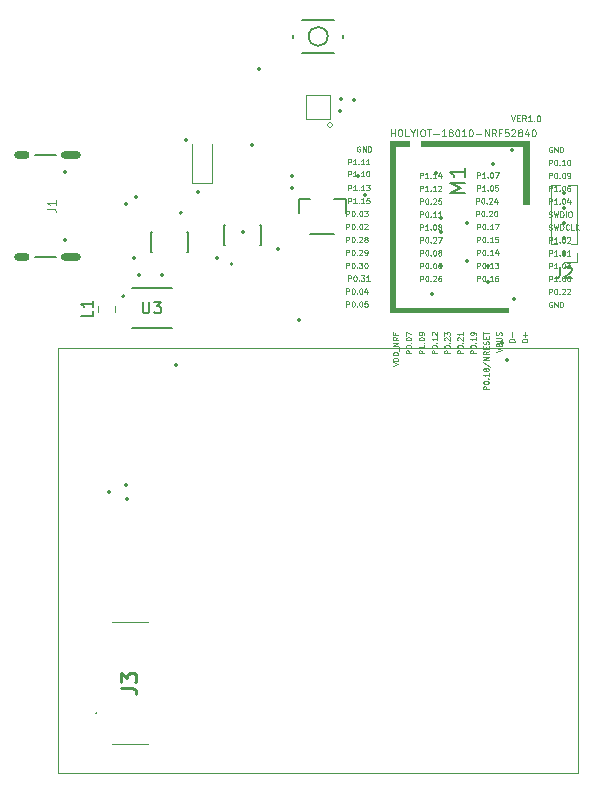
<source format=gto>
%TF.GenerationSoftware,KiCad,Pcbnew,7.0.6-7.0.6~ubuntu20.04.1*%
%TF.CreationDate,2023-08-02T11:13:29+01:00*%
%TF.ProjectId,concept2creation,636f6e63-6570-4743-9263-72656174696f,rev?*%
%TF.SameCoordinates,Original*%
%TF.FileFunction,Legend,Top*%
%TF.FilePolarity,Positive*%
%FSLAX46Y46*%
G04 Gerber Fmt 4.6, Leading zero omitted, Abs format (unit mm)*
G04 Created by KiCad (PCBNEW 7.0.6-7.0.6~ubuntu20.04.1) date 2023-08-02 11:13:29*
%MOMM*%
%LPD*%
G01*
G04 APERTURE LIST*
%ADD10C,0.150000*%
%ADD11C,0.060960*%
%ADD12C,0.040000*%
%ADD13C,0.052000*%
%ADD14C,0.044000*%
%ADD15C,0.254000*%
%ADD16C,0.120000*%
%ADD17C,0.152400*%
%ADD18C,0.127000*%
%ADD19C,0.200000*%
%ADD20C,0.203200*%
%ADD21C,0.100000*%
%ADD22C,0.350000*%
%ADD23O,1.700000X0.700000*%
%ADD24O,1.300000X0.700000*%
G04 APERTURE END LIST*
D10*
X70466666Y-90089819D02*
X70466666Y-90804104D01*
X70466666Y-90804104D02*
X70419047Y-90946961D01*
X70419047Y-90946961D02*
X70323809Y-91042200D01*
X70323809Y-91042200D02*
X70180952Y-91089819D01*
X70180952Y-91089819D02*
X70085714Y-91089819D01*
X70895238Y-90185057D02*
X70942857Y-90137438D01*
X70942857Y-90137438D02*
X71038095Y-90089819D01*
X71038095Y-90089819D02*
X71276190Y-90089819D01*
X71276190Y-90089819D02*
X71371428Y-90137438D01*
X71371428Y-90137438D02*
X71419047Y-90185057D01*
X71419047Y-90185057D02*
X71466666Y-90280295D01*
X71466666Y-90280295D02*
X71466666Y-90375533D01*
X71466666Y-90375533D02*
X71419047Y-90518390D01*
X71419047Y-90518390D02*
X70847619Y-91089819D01*
X70847619Y-91089819D02*
X71466666Y-91089819D01*
D11*
X27080104Y-85183679D02*
X27580847Y-85183679D01*
X27580847Y-85183679D02*
X27680996Y-85217062D01*
X27680996Y-85217062D02*
X27747762Y-85283828D01*
X27747762Y-85283828D02*
X27781144Y-85383976D01*
X27781144Y-85383976D02*
X27781144Y-85450742D01*
X27781144Y-84482639D02*
X27781144Y-84883233D01*
X27781144Y-84682936D02*
X27080104Y-84682936D01*
X27080104Y-84682936D02*
X27180253Y-84749702D01*
X27180253Y-84749702D02*
X27247019Y-84816467D01*
X27247019Y-84816467D02*
X27280402Y-84883233D01*
D10*
X35141895Y-93054819D02*
X35141895Y-93864342D01*
X35141895Y-93864342D02*
X35189514Y-93959580D01*
X35189514Y-93959580D02*
X35237133Y-94007200D01*
X35237133Y-94007200D02*
X35332371Y-94054819D01*
X35332371Y-94054819D02*
X35522847Y-94054819D01*
X35522847Y-94054819D02*
X35618085Y-94007200D01*
X35618085Y-94007200D02*
X35665704Y-93959580D01*
X35665704Y-93959580D02*
X35713323Y-93864342D01*
X35713323Y-93864342D02*
X35713323Y-93054819D01*
X36094276Y-93054819D02*
X36713323Y-93054819D01*
X36713323Y-93054819D02*
X36379990Y-93435771D01*
X36379990Y-93435771D02*
X36522847Y-93435771D01*
X36522847Y-93435771D02*
X36618085Y-93483390D01*
X36618085Y-93483390D02*
X36665704Y-93531009D01*
X36665704Y-93531009D02*
X36713323Y-93626247D01*
X36713323Y-93626247D02*
X36713323Y-93864342D01*
X36713323Y-93864342D02*
X36665704Y-93959580D01*
X36665704Y-93959580D02*
X36618085Y-94007200D01*
X36618085Y-94007200D02*
X36522847Y-94054819D01*
X36522847Y-94054819D02*
X36237133Y-94054819D01*
X36237133Y-94054819D02*
X36141895Y-94007200D01*
X36141895Y-94007200D02*
X36094276Y-93959580D01*
X62427326Y-83866495D02*
X61157326Y-83866495D01*
X61157326Y-83866495D02*
X62064469Y-83443161D01*
X62064469Y-83443161D02*
X61157326Y-83019828D01*
X61157326Y-83019828D02*
X62427326Y-83019828D01*
X62427326Y-81749827D02*
X62427326Y-82475542D01*
X62427326Y-82112685D02*
X61157326Y-82112685D01*
X61157326Y-82112685D02*
X61338754Y-82233637D01*
X61338754Y-82233637D02*
X61459707Y-82354589D01*
X61459707Y-82354589D02*
X61520183Y-82475542D01*
D12*
X69523955Y-86947223D02*
X69589669Y-86969127D01*
X69589669Y-86969127D02*
X69699193Y-86969127D01*
X69699193Y-86969127D02*
X69743002Y-86947223D01*
X69743002Y-86947223D02*
X69764907Y-86925318D01*
X69764907Y-86925318D02*
X69786812Y-86881508D01*
X69786812Y-86881508D02*
X69786812Y-86837699D01*
X69786812Y-86837699D02*
X69764907Y-86793889D01*
X69764907Y-86793889D02*
X69743002Y-86771984D01*
X69743002Y-86771984D02*
X69699193Y-86750080D01*
X69699193Y-86750080D02*
X69611574Y-86728175D01*
X69611574Y-86728175D02*
X69567764Y-86706270D01*
X69567764Y-86706270D02*
X69545859Y-86684365D01*
X69545859Y-86684365D02*
X69523955Y-86640556D01*
X69523955Y-86640556D02*
X69523955Y-86596746D01*
X69523955Y-86596746D02*
X69545859Y-86552937D01*
X69545859Y-86552937D02*
X69567764Y-86531032D01*
X69567764Y-86531032D02*
X69611574Y-86509127D01*
X69611574Y-86509127D02*
X69721097Y-86509127D01*
X69721097Y-86509127D02*
X69786812Y-86531032D01*
X69940145Y-86509127D02*
X70049669Y-86969127D01*
X70049669Y-86969127D02*
X70137288Y-86640556D01*
X70137288Y-86640556D02*
X70224907Y-86969127D01*
X70224907Y-86969127D02*
X70334431Y-86509127D01*
X70509668Y-86969127D02*
X70509668Y-86509127D01*
X70509668Y-86509127D02*
X70619192Y-86509127D01*
X70619192Y-86509127D02*
X70684906Y-86531032D01*
X70684906Y-86531032D02*
X70728716Y-86574842D01*
X70728716Y-86574842D02*
X70750621Y-86618651D01*
X70750621Y-86618651D02*
X70772525Y-86706270D01*
X70772525Y-86706270D02*
X70772525Y-86771984D01*
X70772525Y-86771984D02*
X70750621Y-86859603D01*
X70750621Y-86859603D02*
X70728716Y-86903413D01*
X70728716Y-86903413D02*
X70684906Y-86947223D01*
X70684906Y-86947223D02*
X70619192Y-86969127D01*
X70619192Y-86969127D02*
X70509668Y-86969127D01*
X71232525Y-86925318D02*
X71210621Y-86947223D01*
X71210621Y-86947223D02*
X71144906Y-86969127D01*
X71144906Y-86969127D02*
X71101097Y-86969127D01*
X71101097Y-86969127D02*
X71035383Y-86947223D01*
X71035383Y-86947223D02*
X70991573Y-86903413D01*
X70991573Y-86903413D02*
X70969668Y-86859603D01*
X70969668Y-86859603D02*
X70947764Y-86771984D01*
X70947764Y-86771984D02*
X70947764Y-86706270D01*
X70947764Y-86706270D02*
X70969668Y-86618651D01*
X70969668Y-86618651D02*
X70991573Y-86574842D01*
X70991573Y-86574842D02*
X71035383Y-86531032D01*
X71035383Y-86531032D02*
X71101097Y-86509127D01*
X71101097Y-86509127D02*
X71144906Y-86509127D01*
X71144906Y-86509127D02*
X71210621Y-86531032D01*
X71210621Y-86531032D02*
X71232525Y-86552937D01*
X71648716Y-86969127D02*
X71429668Y-86969127D01*
X71429668Y-86969127D02*
X71429668Y-86509127D01*
X71802049Y-86969127D02*
X71802049Y-86509127D01*
X72064906Y-86969127D02*
X71867764Y-86706270D01*
X72064906Y-86509127D02*
X71802049Y-86771984D01*
X63454169Y-91316624D02*
X63454169Y-90856624D01*
X63454169Y-90856624D02*
X63629407Y-90856624D01*
X63629407Y-90856624D02*
X63673217Y-90878529D01*
X63673217Y-90878529D02*
X63695122Y-90900434D01*
X63695122Y-90900434D02*
X63717026Y-90944243D01*
X63717026Y-90944243D02*
X63717026Y-91009958D01*
X63717026Y-91009958D02*
X63695122Y-91053767D01*
X63695122Y-91053767D02*
X63673217Y-91075672D01*
X63673217Y-91075672D02*
X63629407Y-91097577D01*
X63629407Y-91097577D02*
X63454169Y-91097577D01*
X64001788Y-90856624D02*
X64045598Y-90856624D01*
X64045598Y-90856624D02*
X64089407Y-90878529D01*
X64089407Y-90878529D02*
X64111312Y-90900434D01*
X64111312Y-90900434D02*
X64133217Y-90944243D01*
X64133217Y-90944243D02*
X64155122Y-91031862D01*
X64155122Y-91031862D02*
X64155122Y-91141386D01*
X64155122Y-91141386D02*
X64133217Y-91229005D01*
X64133217Y-91229005D02*
X64111312Y-91272815D01*
X64111312Y-91272815D02*
X64089407Y-91294720D01*
X64089407Y-91294720D02*
X64045598Y-91316624D01*
X64045598Y-91316624D02*
X64001788Y-91316624D01*
X64001788Y-91316624D02*
X63957979Y-91294720D01*
X63957979Y-91294720D02*
X63936074Y-91272815D01*
X63936074Y-91272815D02*
X63914169Y-91229005D01*
X63914169Y-91229005D02*
X63892265Y-91141386D01*
X63892265Y-91141386D02*
X63892265Y-91031862D01*
X63892265Y-91031862D02*
X63914169Y-90944243D01*
X63914169Y-90944243D02*
X63936074Y-90900434D01*
X63936074Y-90900434D02*
X63957979Y-90878529D01*
X63957979Y-90878529D02*
X64001788Y-90856624D01*
X64352264Y-91272815D02*
X64374169Y-91294720D01*
X64374169Y-91294720D02*
X64352264Y-91316624D01*
X64352264Y-91316624D02*
X64330360Y-91294720D01*
X64330360Y-91294720D02*
X64352264Y-91272815D01*
X64352264Y-91272815D02*
X64352264Y-91316624D01*
X64812265Y-91316624D02*
X64549408Y-91316624D01*
X64680836Y-91316624D02*
X64680836Y-90856624D01*
X64680836Y-90856624D02*
X64637027Y-90922339D01*
X64637027Y-90922339D02*
X64593217Y-90966148D01*
X64593217Y-90966148D02*
X64549408Y-90988053D01*
X65206550Y-90856624D02*
X65118931Y-90856624D01*
X65118931Y-90856624D02*
X65075122Y-90878529D01*
X65075122Y-90878529D02*
X65053217Y-90900434D01*
X65053217Y-90900434D02*
X65009407Y-90966148D01*
X65009407Y-90966148D02*
X64987503Y-91053767D01*
X64987503Y-91053767D02*
X64987503Y-91229005D01*
X64987503Y-91229005D02*
X65009407Y-91272815D01*
X65009407Y-91272815D02*
X65031312Y-91294720D01*
X65031312Y-91294720D02*
X65075122Y-91316624D01*
X65075122Y-91316624D02*
X65162741Y-91316624D01*
X65162741Y-91316624D02*
X65206550Y-91294720D01*
X65206550Y-91294720D02*
X65228455Y-91272815D01*
X65228455Y-91272815D02*
X65250360Y-91229005D01*
X65250360Y-91229005D02*
X65250360Y-91119481D01*
X65250360Y-91119481D02*
X65228455Y-91075672D01*
X65228455Y-91075672D02*
X65206550Y-91053767D01*
X65206550Y-91053767D02*
X65162741Y-91031862D01*
X65162741Y-91031862D02*
X65075122Y-91031862D01*
X65075122Y-91031862D02*
X65031312Y-91053767D01*
X65031312Y-91053767D02*
X65009407Y-91075672D01*
X65009407Y-91075672D02*
X64987503Y-91119481D01*
X58630860Y-83685378D02*
X58630860Y-83225378D01*
X58630860Y-83225378D02*
X58806098Y-83225378D01*
X58806098Y-83225378D02*
X58849908Y-83247283D01*
X58849908Y-83247283D02*
X58871813Y-83269188D01*
X58871813Y-83269188D02*
X58893717Y-83312997D01*
X58893717Y-83312997D02*
X58893717Y-83378712D01*
X58893717Y-83378712D02*
X58871813Y-83422521D01*
X58871813Y-83422521D02*
X58849908Y-83444426D01*
X58849908Y-83444426D02*
X58806098Y-83466331D01*
X58806098Y-83466331D02*
X58630860Y-83466331D01*
X59331813Y-83685378D02*
X59068956Y-83685378D01*
X59200384Y-83685378D02*
X59200384Y-83225378D01*
X59200384Y-83225378D02*
X59156575Y-83291093D01*
X59156575Y-83291093D02*
X59112765Y-83334902D01*
X59112765Y-83334902D02*
X59068956Y-83356807D01*
X59528955Y-83641569D02*
X59550860Y-83663474D01*
X59550860Y-83663474D02*
X59528955Y-83685378D01*
X59528955Y-83685378D02*
X59507051Y-83663474D01*
X59507051Y-83663474D02*
X59528955Y-83641569D01*
X59528955Y-83641569D02*
X59528955Y-83685378D01*
X59988956Y-83685378D02*
X59726099Y-83685378D01*
X59857527Y-83685378D02*
X59857527Y-83225378D01*
X59857527Y-83225378D02*
X59813718Y-83291093D01*
X59813718Y-83291093D02*
X59769908Y-83334902D01*
X59769908Y-83334902D02*
X59726099Y-83356807D01*
X60164194Y-83269188D02*
X60186098Y-83247283D01*
X60186098Y-83247283D02*
X60229908Y-83225378D01*
X60229908Y-83225378D02*
X60339432Y-83225378D01*
X60339432Y-83225378D02*
X60383241Y-83247283D01*
X60383241Y-83247283D02*
X60405146Y-83269188D01*
X60405146Y-83269188D02*
X60427051Y-83312997D01*
X60427051Y-83312997D02*
X60427051Y-83356807D01*
X60427051Y-83356807D02*
X60405146Y-83422521D01*
X60405146Y-83422521D02*
X60142289Y-83685378D01*
X60142289Y-83685378D02*
X60427051Y-83685378D01*
X52380860Y-89111624D02*
X52380860Y-88651624D01*
X52380860Y-88651624D02*
X52556098Y-88651624D01*
X52556098Y-88651624D02*
X52599908Y-88673529D01*
X52599908Y-88673529D02*
X52621813Y-88695434D01*
X52621813Y-88695434D02*
X52643717Y-88739243D01*
X52643717Y-88739243D02*
X52643717Y-88804958D01*
X52643717Y-88804958D02*
X52621813Y-88848767D01*
X52621813Y-88848767D02*
X52599908Y-88870672D01*
X52599908Y-88870672D02*
X52556098Y-88892577D01*
X52556098Y-88892577D02*
X52380860Y-88892577D01*
X52928479Y-88651624D02*
X52972289Y-88651624D01*
X52972289Y-88651624D02*
X53016098Y-88673529D01*
X53016098Y-88673529D02*
X53038003Y-88695434D01*
X53038003Y-88695434D02*
X53059908Y-88739243D01*
X53059908Y-88739243D02*
X53081813Y-88826862D01*
X53081813Y-88826862D02*
X53081813Y-88936386D01*
X53081813Y-88936386D02*
X53059908Y-89024005D01*
X53059908Y-89024005D02*
X53038003Y-89067815D01*
X53038003Y-89067815D02*
X53016098Y-89089720D01*
X53016098Y-89089720D02*
X52972289Y-89111624D01*
X52972289Y-89111624D02*
X52928479Y-89111624D01*
X52928479Y-89111624D02*
X52884670Y-89089720D01*
X52884670Y-89089720D02*
X52862765Y-89067815D01*
X52862765Y-89067815D02*
X52840860Y-89024005D01*
X52840860Y-89024005D02*
X52818956Y-88936386D01*
X52818956Y-88936386D02*
X52818956Y-88826862D01*
X52818956Y-88826862D02*
X52840860Y-88739243D01*
X52840860Y-88739243D02*
X52862765Y-88695434D01*
X52862765Y-88695434D02*
X52884670Y-88673529D01*
X52884670Y-88673529D02*
X52928479Y-88651624D01*
X53278955Y-89067815D02*
X53300860Y-89089720D01*
X53300860Y-89089720D02*
X53278955Y-89111624D01*
X53278955Y-89111624D02*
X53257051Y-89089720D01*
X53257051Y-89089720D02*
X53278955Y-89067815D01*
X53278955Y-89067815D02*
X53278955Y-89111624D01*
X53476099Y-88695434D02*
X53498003Y-88673529D01*
X53498003Y-88673529D02*
X53541813Y-88651624D01*
X53541813Y-88651624D02*
X53651337Y-88651624D01*
X53651337Y-88651624D02*
X53695146Y-88673529D01*
X53695146Y-88673529D02*
X53717051Y-88695434D01*
X53717051Y-88695434D02*
X53738956Y-88739243D01*
X53738956Y-88739243D02*
X53738956Y-88783053D01*
X53738956Y-88783053D02*
X53717051Y-88848767D01*
X53717051Y-88848767D02*
X53454194Y-89111624D01*
X53454194Y-89111624D02*
X53738956Y-89111624D01*
X53958003Y-89111624D02*
X54045622Y-89111624D01*
X54045622Y-89111624D02*
X54089432Y-89089720D01*
X54089432Y-89089720D02*
X54111336Y-89067815D01*
X54111336Y-89067815D02*
X54155146Y-89002100D01*
X54155146Y-89002100D02*
X54177051Y-88914481D01*
X54177051Y-88914481D02*
X54177051Y-88739243D01*
X54177051Y-88739243D02*
X54155146Y-88695434D01*
X54155146Y-88695434D02*
X54133241Y-88673529D01*
X54133241Y-88673529D02*
X54089432Y-88651624D01*
X54089432Y-88651624D02*
X54001813Y-88651624D01*
X54001813Y-88651624D02*
X53958003Y-88673529D01*
X53958003Y-88673529D02*
X53936098Y-88695434D01*
X53936098Y-88695434D02*
X53914194Y-88739243D01*
X53914194Y-88739243D02*
X53914194Y-88848767D01*
X53914194Y-88848767D02*
X53936098Y-88892577D01*
X53936098Y-88892577D02*
X53958003Y-88914481D01*
X53958003Y-88914481D02*
X54001813Y-88936386D01*
X54001813Y-88936386D02*
X54089432Y-88936386D01*
X54089432Y-88936386D02*
X54133241Y-88914481D01*
X54133241Y-88914481D02*
X54155146Y-88892577D01*
X54155146Y-88892577D02*
X54177051Y-88848767D01*
X63339842Y-97440120D02*
X62879842Y-97440120D01*
X62879842Y-97440120D02*
X62879842Y-97264882D01*
X62879842Y-97264882D02*
X62901747Y-97221072D01*
X62901747Y-97221072D02*
X62923652Y-97199167D01*
X62923652Y-97199167D02*
X62967461Y-97177263D01*
X62967461Y-97177263D02*
X63033176Y-97177263D01*
X63033176Y-97177263D02*
X63076985Y-97199167D01*
X63076985Y-97199167D02*
X63098890Y-97221072D01*
X63098890Y-97221072D02*
X63120795Y-97264882D01*
X63120795Y-97264882D02*
X63120795Y-97440120D01*
X62879842Y-96892501D02*
X62879842Y-96848691D01*
X62879842Y-96848691D02*
X62901747Y-96804882D01*
X62901747Y-96804882D02*
X62923652Y-96782977D01*
X62923652Y-96782977D02*
X62967461Y-96761072D01*
X62967461Y-96761072D02*
X63055080Y-96739167D01*
X63055080Y-96739167D02*
X63164604Y-96739167D01*
X63164604Y-96739167D02*
X63252223Y-96761072D01*
X63252223Y-96761072D02*
X63296033Y-96782977D01*
X63296033Y-96782977D02*
X63317938Y-96804882D01*
X63317938Y-96804882D02*
X63339842Y-96848691D01*
X63339842Y-96848691D02*
X63339842Y-96892501D01*
X63339842Y-96892501D02*
X63317938Y-96936310D01*
X63317938Y-96936310D02*
X63296033Y-96958215D01*
X63296033Y-96958215D02*
X63252223Y-96980120D01*
X63252223Y-96980120D02*
X63164604Y-97002024D01*
X63164604Y-97002024D02*
X63055080Y-97002024D01*
X63055080Y-97002024D02*
X62967461Y-96980120D01*
X62967461Y-96980120D02*
X62923652Y-96958215D01*
X62923652Y-96958215D02*
X62901747Y-96936310D01*
X62901747Y-96936310D02*
X62879842Y-96892501D01*
X63296033Y-96542025D02*
X63317938Y-96520120D01*
X63317938Y-96520120D02*
X63339842Y-96542025D01*
X63339842Y-96542025D02*
X63317938Y-96563929D01*
X63317938Y-96563929D02*
X63296033Y-96542025D01*
X63296033Y-96542025D02*
X63339842Y-96542025D01*
X63339842Y-96082024D02*
X63339842Y-96344881D01*
X63339842Y-96213453D02*
X62879842Y-96213453D01*
X62879842Y-96213453D02*
X62945557Y-96257262D01*
X62945557Y-96257262D02*
X62989366Y-96301072D01*
X62989366Y-96301072D02*
X63011271Y-96344881D01*
X63339842Y-95862977D02*
X63339842Y-95775358D01*
X63339842Y-95775358D02*
X63317938Y-95731548D01*
X63317938Y-95731548D02*
X63296033Y-95709644D01*
X63296033Y-95709644D02*
X63230318Y-95665834D01*
X63230318Y-95665834D02*
X63142699Y-95643929D01*
X63142699Y-95643929D02*
X62967461Y-95643929D01*
X62967461Y-95643929D02*
X62923652Y-95665834D01*
X62923652Y-95665834D02*
X62901747Y-95687739D01*
X62901747Y-95687739D02*
X62879842Y-95731548D01*
X62879842Y-95731548D02*
X62879842Y-95819167D01*
X62879842Y-95819167D02*
X62901747Y-95862977D01*
X62901747Y-95862977D02*
X62923652Y-95884882D01*
X62923652Y-95884882D02*
X62967461Y-95906786D01*
X62967461Y-95906786D02*
X63076985Y-95906786D01*
X63076985Y-95906786D02*
X63120795Y-95884882D01*
X63120795Y-95884882D02*
X63142699Y-95862977D01*
X63142699Y-95862977D02*
X63164604Y-95819167D01*
X63164604Y-95819167D02*
X63164604Y-95731548D01*
X63164604Y-95731548D02*
X63142699Y-95687739D01*
X63142699Y-95687739D02*
X63120795Y-95665834D01*
X63120795Y-95665834D02*
X63076985Y-95643929D01*
X52527860Y-82456624D02*
X52527860Y-81996624D01*
X52527860Y-81996624D02*
X52703098Y-81996624D01*
X52703098Y-81996624D02*
X52746908Y-82018529D01*
X52746908Y-82018529D02*
X52768813Y-82040434D01*
X52768813Y-82040434D02*
X52790717Y-82084243D01*
X52790717Y-82084243D02*
X52790717Y-82149958D01*
X52790717Y-82149958D02*
X52768813Y-82193767D01*
X52768813Y-82193767D02*
X52746908Y-82215672D01*
X52746908Y-82215672D02*
X52703098Y-82237577D01*
X52703098Y-82237577D02*
X52527860Y-82237577D01*
X53228813Y-82456624D02*
X52965956Y-82456624D01*
X53097384Y-82456624D02*
X53097384Y-81996624D01*
X53097384Y-81996624D02*
X53053575Y-82062339D01*
X53053575Y-82062339D02*
X53009765Y-82106148D01*
X53009765Y-82106148D02*
X52965956Y-82128053D01*
X53425955Y-82412815D02*
X53447860Y-82434720D01*
X53447860Y-82434720D02*
X53425955Y-82456624D01*
X53425955Y-82456624D02*
X53404051Y-82434720D01*
X53404051Y-82434720D02*
X53425955Y-82412815D01*
X53425955Y-82412815D02*
X53425955Y-82456624D01*
X53885956Y-82456624D02*
X53623099Y-82456624D01*
X53754527Y-82456624D02*
X53754527Y-81996624D01*
X53754527Y-81996624D02*
X53710718Y-82062339D01*
X53710718Y-82062339D02*
X53666908Y-82106148D01*
X53666908Y-82106148D02*
X53623099Y-82128053D01*
X54170717Y-81996624D02*
X54214527Y-81996624D01*
X54214527Y-81996624D02*
X54258336Y-82018529D01*
X54258336Y-82018529D02*
X54280241Y-82040434D01*
X54280241Y-82040434D02*
X54302146Y-82084243D01*
X54302146Y-82084243D02*
X54324051Y-82171862D01*
X54324051Y-82171862D02*
X54324051Y-82281386D01*
X54324051Y-82281386D02*
X54302146Y-82369005D01*
X54302146Y-82369005D02*
X54280241Y-82412815D01*
X54280241Y-82412815D02*
X54258336Y-82434720D01*
X54258336Y-82434720D02*
X54214527Y-82456624D01*
X54214527Y-82456624D02*
X54170717Y-82456624D01*
X54170717Y-82456624D02*
X54126908Y-82434720D01*
X54126908Y-82434720D02*
X54105003Y-82412815D01*
X54105003Y-82412815D02*
X54083098Y-82369005D01*
X54083098Y-82369005D02*
X54061194Y-82281386D01*
X54061194Y-82281386D02*
X54061194Y-82171862D01*
X54061194Y-82171862D02*
X54083098Y-82084243D01*
X54083098Y-82084243D02*
X54105003Y-82040434D01*
X54105003Y-82040434D02*
X54126908Y-82018529D01*
X54126908Y-82018529D02*
X54170717Y-81996624D01*
X52527860Y-81440624D02*
X52527860Y-80980624D01*
X52527860Y-80980624D02*
X52703098Y-80980624D01*
X52703098Y-80980624D02*
X52746908Y-81002529D01*
X52746908Y-81002529D02*
X52768813Y-81024434D01*
X52768813Y-81024434D02*
X52790717Y-81068243D01*
X52790717Y-81068243D02*
X52790717Y-81133958D01*
X52790717Y-81133958D02*
X52768813Y-81177767D01*
X52768813Y-81177767D02*
X52746908Y-81199672D01*
X52746908Y-81199672D02*
X52703098Y-81221577D01*
X52703098Y-81221577D02*
X52527860Y-81221577D01*
X53228813Y-81440624D02*
X52965956Y-81440624D01*
X53097384Y-81440624D02*
X53097384Y-80980624D01*
X53097384Y-80980624D02*
X53053575Y-81046339D01*
X53053575Y-81046339D02*
X53009765Y-81090148D01*
X53009765Y-81090148D02*
X52965956Y-81112053D01*
X53425955Y-81396815D02*
X53447860Y-81418720D01*
X53447860Y-81418720D02*
X53425955Y-81440624D01*
X53425955Y-81440624D02*
X53404051Y-81418720D01*
X53404051Y-81418720D02*
X53425955Y-81396815D01*
X53425955Y-81396815D02*
X53425955Y-81440624D01*
X53885956Y-81440624D02*
X53623099Y-81440624D01*
X53754527Y-81440624D02*
X53754527Y-80980624D01*
X53754527Y-80980624D02*
X53710718Y-81046339D01*
X53710718Y-81046339D02*
X53666908Y-81090148D01*
X53666908Y-81090148D02*
X53623099Y-81112053D01*
X54324051Y-81440624D02*
X54061194Y-81440624D01*
X54192622Y-81440624D02*
X54192622Y-80980624D01*
X54192622Y-80980624D02*
X54148813Y-81046339D01*
X54148813Y-81046339D02*
X54105003Y-81090148D01*
X54105003Y-81090148D02*
X54061194Y-81112053D01*
X58630860Y-82591628D02*
X58630860Y-82131628D01*
X58630860Y-82131628D02*
X58806098Y-82131628D01*
X58806098Y-82131628D02*
X58849908Y-82153533D01*
X58849908Y-82153533D02*
X58871813Y-82175438D01*
X58871813Y-82175438D02*
X58893717Y-82219247D01*
X58893717Y-82219247D02*
X58893717Y-82284962D01*
X58893717Y-82284962D02*
X58871813Y-82328771D01*
X58871813Y-82328771D02*
X58849908Y-82350676D01*
X58849908Y-82350676D02*
X58806098Y-82372581D01*
X58806098Y-82372581D02*
X58630860Y-82372581D01*
X59331813Y-82591628D02*
X59068956Y-82591628D01*
X59200384Y-82591628D02*
X59200384Y-82131628D01*
X59200384Y-82131628D02*
X59156575Y-82197343D01*
X59156575Y-82197343D02*
X59112765Y-82241152D01*
X59112765Y-82241152D02*
X59068956Y-82263057D01*
X59528955Y-82547819D02*
X59550860Y-82569724D01*
X59550860Y-82569724D02*
X59528955Y-82591628D01*
X59528955Y-82591628D02*
X59507051Y-82569724D01*
X59507051Y-82569724D02*
X59528955Y-82547819D01*
X59528955Y-82547819D02*
X59528955Y-82591628D01*
X59988956Y-82591628D02*
X59726099Y-82591628D01*
X59857527Y-82591628D02*
X59857527Y-82131628D01*
X59857527Y-82131628D02*
X59813718Y-82197343D01*
X59813718Y-82197343D02*
X59769908Y-82241152D01*
X59769908Y-82241152D02*
X59726099Y-82263057D01*
X60383241Y-82284962D02*
X60383241Y-82591628D01*
X60273717Y-82109724D02*
X60164194Y-82438295D01*
X60164194Y-82438295D02*
X60448955Y-82438295D01*
X63454169Y-89116624D02*
X63454169Y-88656624D01*
X63454169Y-88656624D02*
X63629407Y-88656624D01*
X63629407Y-88656624D02*
X63673217Y-88678529D01*
X63673217Y-88678529D02*
X63695122Y-88700434D01*
X63695122Y-88700434D02*
X63717026Y-88744243D01*
X63717026Y-88744243D02*
X63717026Y-88809958D01*
X63717026Y-88809958D02*
X63695122Y-88853767D01*
X63695122Y-88853767D02*
X63673217Y-88875672D01*
X63673217Y-88875672D02*
X63629407Y-88897577D01*
X63629407Y-88897577D02*
X63454169Y-88897577D01*
X64001788Y-88656624D02*
X64045598Y-88656624D01*
X64045598Y-88656624D02*
X64089407Y-88678529D01*
X64089407Y-88678529D02*
X64111312Y-88700434D01*
X64111312Y-88700434D02*
X64133217Y-88744243D01*
X64133217Y-88744243D02*
X64155122Y-88831862D01*
X64155122Y-88831862D02*
X64155122Y-88941386D01*
X64155122Y-88941386D02*
X64133217Y-89029005D01*
X64133217Y-89029005D02*
X64111312Y-89072815D01*
X64111312Y-89072815D02*
X64089407Y-89094720D01*
X64089407Y-89094720D02*
X64045598Y-89116624D01*
X64045598Y-89116624D02*
X64001788Y-89116624D01*
X64001788Y-89116624D02*
X63957979Y-89094720D01*
X63957979Y-89094720D02*
X63936074Y-89072815D01*
X63936074Y-89072815D02*
X63914169Y-89029005D01*
X63914169Y-89029005D02*
X63892265Y-88941386D01*
X63892265Y-88941386D02*
X63892265Y-88831862D01*
X63892265Y-88831862D02*
X63914169Y-88744243D01*
X63914169Y-88744243D02*
X63936074Y-88700434D01*
X63936074Y-88700434D02*
X63957979Y-88678529D01*
X63957979Y-88678529D02*
X64001788Y-88656624D01*
X64352264Y-89072815D02*
X64374169Y-89094720D01*
X64374169Y-89094720D02*
X64352264Y-89116624D01*
X64352264Y-89116624D02*
X64330360Y-89094720D01*
X64330360Y-89094720D02*
X64352264Y-89072815D01*
X64352264Y-89072815D02*
X64352264Y-89116624D01*
X64812265Y-89116624D02*
X64549408Y-89116624D01*
X64680836Y-89116624D02*
X64680836Y-88656624D01*
X64680836Y-88656624D02*
X64637027Y-88722339D01*
X64637027Y-88722339D02*
X64593217Y-88766148D01*
X64593217Y-88766148D02*
X64549408Y-88788053D01*
X65206550Y-88809958D02*
X65206550Y-89116624D01*
X65097026Y-88634720D02*
X64987503Y-88963291D01*
X64987503Y-88963291D02*
X65272264Y-88963291D01*
X64433589Y-100484885D02*
X63973589Y-100484885D01*
X63973589Y-100484885D02*
X63973589Y-100309647D01*
X63973589Y-100309647D02*
X63995494Y-100265837D01*
X63995494Y-100265837D02*
X64017399Y-100243932D01*
X64017399Y-100243932D02*
X64061208Y-100222028D01*
X64061208Y-100222028D02*
X64126923Y-100222028D01*
X64126923Y-100222028D02*
X64170732Y-100243932D01*
X64170732Y-100243932D02*
X64192637Y-100265837D01*
X64192637Y-100265837D02*
X64214542Y-100309647D01*
X64214542Y-100309647D02*
X64214542Y-100484885D01*
X63973589Y-99937266D02*
X63973589Y-99893456D01*
X63973589Y-99893456D02*
X63995494Y-99849647D01*
X63995494Y-99849647D02*
X64017399Y-99827742D01*
X64017399Y-99827742D02*
X64061208Y-99805837D01*
X64061208Y-99805837D02*
X64148827Y-99783932D01*
X64148827Y-99783932D02*
X64258351Y-99783932D01*
X64258351Y-99783932D02*
X64345970Y-99805837D01*
X64345970Y-99805837D02*
X64389780Y-99827742D01*
X64389780Y-99827742D02*
X64411685Y-99849647D01*
X64411685Y-99849647D02*
X64433589Y-99893456D01*
X64433589Y-99893456D02*
X64433589Y-99937266D01*
X64433589Y-99937266D02*
X64411685Y-99981075D01*
X64411685Y-99981075D02*
X64389780Y-100002980D01*
X64389780Y-100002980D02*
X64345970Y-100024885D01*
X64345970Y-100024885D02*
X64258351Y-100046789D01*
X64258351Y-100046789D02*
X64148827Y-100046789D01*
X64148827Y-100046789D02*
X64061208Y-100024885D01*
X64061208Y-100024885D02*
X64017399Y-100002980D01*
X64017399Y-100002980D02*
X63995494Y-99981075D01*
X63995494Y-99981075D02*
X63973589Y-99937266D01*
X64389780Y-99586790D02*
X64411685Y-99564885D01*
X64411685Y-99564885D02*
X64433589Y-99586790D01*
X64433589Y-99586790D02*
X64411685Y-99608694D01*
X64411685Y-99608694D02*
X64389780Y-99586790D01*
X64389780Y-99586790D02*
X64433589Y-99586790D01*
X64433589Y-99126789D02*
X64433589Y-99389646D01*
X64433589Y-99258218D02*
X63973589Y-99258218D01*
X63973589Y-99258218D02*
X64039304Y-99302027D01*
X64039304Y-99302027D02*
X64083113Y-99345837D01*
X64083113Y-99345837D02*
X64105018Y-99389646D01*
X64170732Y-98863932D02*
X64148827Y-98907742D01*
X64148827Y-98907742D02*
X64126923Y-98929647D01*
X64126923Y-98929647D02*
X64083113Y-98951551D01*
X64083113Y-98951551D02*
X64061208Y-98951551D01*
X64061208Y-98951551D02*
X64017399Y-98929647D01*
X64017399Y-98929647D02*
X63995494Y-98907742D01*
X63995494Y-98907742D02*
X63973589Y-98863932D01*
X63973589Y-98863932D02*
X63973589Y-98776313D01*
X63973589Y-98776313D02*
X63995494Y-98732504D01*
X63995494Y-98732504D02*
X64017399Y-98710599D01*
X64017399Y-98710599D02*
X64061208Y-98688694D01*
X64061208Y-98688694D02*
X64083113Y-98688694D01*
X64083113Y-98688694D02*
X64126923Y-98710599D01*
X64126923Y-98710599D02*
X64148827Y-98732504D01*
X64148827Y-98732504D02*
X64170732Y-98776313D01*
X64170732Y-98776313D02*
X64170732Y-98863932D01*
X64170732Y-98863932D02*
X64192637Y-98907742D01*
X64192637Y-98907742D02*
X64214542Y-98929647D01*
X64214542Y-98929647D02*
X64258351Y-98951551D01*
X64258351Y-98951551D02*
X64345970Y-98951551D01*
X64345970Y-98951551D02*
X64389780Y-98929647D01*
X64389780Y-98929647D02*
X64411685Y-98907742D01*
X64411685Y-98907742D02*
X64433589Y-98863932D01*
X64433589Y-98863932D02*
X64433589Y-98776313D01*
X64433589Y-98776313D02*
X64411685Y-98732504D01*
X64411685Y-98732504D02*
X64389780Y-98710599D01*
X64389780Y-98710599D02*
X64345970Y-98688694D01*
X64345970Y-98688694D02*
X64258351Y-98688694D01*
X64258351Y-98688694D02*
X64214542Y-98710599D01*
X64214542Y-98710599D02*
X64192637Y-98732504D01*
X64192637Y-98732504D02*
X64170732Y-98776313D01*
X63951685Y-98162980D02*
X64543113Y-98557266D01*
X64433589Y-98009647D02*
X63973589Y-98009647D01*
X63973589Y-98009647D02*
X64433589Y-97746790D01*
X64433589Y-97746790D02*
X63973589Y-97746790D01*
X64433589Y-97264885D02*
X64214542Y-97418218D01*
X64433589Y-97527742D02*
X63973589Y-97527742D01*
X63973589Y-97527742D02*
X63973589Y-97352504D01*
X63973589Y-97352504D02*
X63995494Y-97308694D01*
X63995494Y-97308694D02*
X64017399Y-97286789D01*
X64017399Y-97286789D02*
X64061208Y-97264885D01*
X64061208Y-97264885D02*
X64126923Y-97264885D01*
X64126923Y-97264885D02*
X64170732Y-97286789D01*
X64170732Y-97286789D02*
X64192637Y-97308694D01*
X64192637Y-97308694D02*
X64214542Y-97352504D01*
X64214542Y-97352504D02*
X64214542Y-97527742D01*
X64192637Y-97067742D02*
X64192637Y-96914408D01*
X64433589Y-96848694D02*
X64433589Y-97067742D01*
X64433589Y-97067742D02*
X63973589Y-97067742D01*
X63973589Y-97067742D02*
X63973589Y-96848694D01*
X64411685Y-96673456D02*
X64433589Y-96607742D01*
X64433589Y-96607742D02*
X64433589Y-96498218D01*
X64433589Y-96498218D02*
X64411685Y-96454409D01*
X64411685Y-96454409D02*
X64389780Y-96432504D01*
X64389780Y-96432504D02*
X64345970Y-96410599D01*
X64345970Y-96410599D02*
X64302161Y-96410599D01*
X64302161Y-96410599D02*
X64258351Y-96432504D01*
X64258351Y-96432504D02*
X64236446Y-96454409D01*
X64236446Y-96454409D02*
X64214542Y-96498218D01*
X64214542Y-96498218D02*
X64192637Y-96585837D01*
X64192637Y-96585837D02*
X64170732Y-96629647D01*
X64170732Y-96629647D02*
X64148827Y-96651552D01*
X64148827Y-96651552D02*
X64105018Y-96673456D01*
X64105018Y-96673456D02*
X64061208Y-96673456D01*
X64061208Y-96673456D02*
X64017399Y-96651552D01*
X64017399Y-96651552D02*
X63995494Y-96629647D01*
X63995494Y-96629647D02*
X63973589Y-96585837D01*
X63973589Y-96585837D02*
X63973589Y-96476314D01*
X63973589Y-96476314D02*
X63995494Y-96410599D01*
X64192637Y-96213457D02*
X64192637Y-96060123D01*
X64433589Y-95994409D02*
X64433589Y-96213457D01*
X64433589Y-96213457D02*
X63973589Y-96213457D01*
X63973589Y-96213457D02*
X63973589Y-95994409D01*
X63973589Y-95862981D02*
X63973589Y-95600124D01*
X64433589Y-95731552D02*
X63973589Y-95731552D01*
X58630860Y-88060374D02*
X58630860Y-87600374D01*
X58630860Y-87600374D02*
X58806098Y-87600374D01*
X58806098Y-87600374D02*
X58849908Y-87622279D01*
X58849908Y-87622279D02*
X58871813Y-87644184D01*
X58871813Y-87644184D02*
X58893717Y-87687993D01*
X58893717Y-87687993D02*
X58893717Y-87753708D01*
X58893717Y-87753708D02*
X58871813Y-87797517D01*
X58871813Y-87797517D02*
X58849908Y-87819422D01*
X58849908Y-87819422D02*
X58806098Y-87841327D01*
X58806098Y-87841327D02*
X58630860Y-87841327D01*
X59178479Y-87600374D02*
X59222289Y-87600374D01*
X59222289Y-87600374D02*
X59266098Y-87622279D01*
X59266098Y-87622279D02*
X59288003Y-87644184D01*
X59288003Y-87644184D02*
X59309908Y-87687993D01*
X59309908Y-87687993D02*
X59331813Y-87775612D01*
X59331813Y-87775612D02*
X59331813Y-87885136D01*
X59331813Y-87885136D02*
X59309908Y-87972755D01*
X59309908Y-87972755D02*
X59288003Y-88016565D01*
X59288003Y-88016565D02*
X59266098Y-88038470D01*
X59266098Y-88038470D02*
X59222289Y-88060374D01*
X59222289Y-88060374D02*
X59178479Y-88060374D01*
X59178479Y-88060374D02*
X59134670Y-88038470D01*
X59134670Y-88038470D02*
X59112765Y-88016565D01*
X59112765Y-88016565D02*
X59090860Y-87972755D01*
X59090860Y-87972755D02*
X59068956Y-87885136D01*
X59068956Y-87885136D02*
X59068956Y-87775612D01*
X59068956Y-87775612D02*
X59090860Y-87687993D01*
X59090860Y-87687993D02*
X59112765Y-87644184D01*
X59112765Y-87644184D02*
X59134670Y-87622279D01*
X59134670Y-87622279D02*
X59178479Y-87600374D01*
X59528955Y-88016565D02*
X59550860Y-88038470D01*
X59550860Y-88038470D02*
X59528955Y-88060374D01*
X59528955Y-88060374D02*
X59507051Y-88038470D01*
X59507051Y-88038470D02*
X59528955Y-88016565D01*
X59528955Y-88016565D02*
X59528955Y-88060374D01*
X59726099Y-87644184D02*
X59748003Y-87622279D01*
X59748003Y-87622279D02*
X59791813Y-87600374D01*
X59791813Y-87600374D02*
X59901337Y-87600374D01*
X59901337Y-87600374D02*
X59945146Y-87622279D01*
X59945146Y-87622279D02*
X59967051Y-87644184D01*
X59967051Y-87644184D02*
X59988956Y-87687993D01*
X59988956Y-87687993D02*
X59988956Y-87731803D01*
X59988956Y-87731803D02*
X59967051Y-87797517D01*
X59967051Y-87797517D02*
X59704194Y-88060374D01*
X59704194Y-88060374D02*
X59988956Y-88060374D01*
X60142289Y-87600374D02*
X60448955Y-87600374D01*
X60448955Y-87600374D02*
X60251813Y-88060374D01*
X69545859Y-90250374D02*
X69545859Y-89790374D01*
X69545859Y-89790374D02*
X69721097Y-89790374D01*
X69721097Y-89790374D02*
X69764907Y-89812279D01*
X69764907Y-89812279D02*
X69786812Y-89834184D01*
X69786812Y-89834184D02*
X69808716Y-89877993D01*
X69808716Y-89877993D02*
X69808716Y-89943708D01*
X69808716Y-89943708D02*
X69786812Y-89987517D01*
X69786812Y-89987517D02*
X69764907Y-90009422D01*
X69764907Y-90009422D02*
X69721097Y-90031327D01*
X69721097Y-90031327D02*
X69545859Y-90031327D01*
X70246812Y-90250374D02*
X69983955Y-90250374D01*
X70115383Y-90250374D02*
X70115383Y-89790374D01*
X70115383Y-89790374D02*
X70071574Y-89856089D01*
X70071574Y-89856089D02*
X70027764Y-89899898D01*
X70027764Y-89899898D02*
X69983955Y-89921803D01*
X70443954Y-90206565D02*
X70465859Y-90228470D01*
X70465859Y-90228470D02*
X70443954Y-90250374D01*
X70443954Y-90250374D02*
X70422050Y-90228470D01*
X70422050Y-90228470D02*
X70443954Y-90206565D01*
X70443954Y-90206565D02*
X70443954Y-90250374D01*
X70750621Y-89790374D02*
X70794431Y-89790374D01*
X70794431Y-89790374D02*
X70838240Y-89812279D01*
X70838240Y-89812279D02*
X70860145Y-89834184D01*
X70860145Y-89834184D02*
X70882050Y-89877993D01*
X70882050Y-89877993D02*
X70903955Y-89965612D01*
X70903955Y-89965612D02*
X70903955Y-90075136D01*
X70903955Y-90075136D02*
X70882050Y-90162755D01*
X70882050Y-90162755D02*
X70860145Y-90206565D01*
X70860145Y-90206565D02*
X70838240Y-90228470D01*
X70838240Y-90228470D02*
X70794431Y-90250374D01*
X70794431Y-90250374D02*
X70750621Y-90250374D01*
X70750621Y-90250374D02*
X70706812Y-90228470D01*
X70706812Y-90228470D02*
X70684907Y-90206565D01*
X70684907Y-90206565D02*
X70663002Y-90162755D01*
X70663002Y-90162755D02*
X70641098Y-90075136D01*
X70641098Y-90075136D02*
X70641098Y-89965612D01*
X70641098Y-89965612D02*
X70663002Y-89877993D01*
X70663002Y-89877993D02*
X70684907Y-89834184D01*
X70684907Y-89834184D02*
X70706812Y-89812279D01*
X70706812Y-89812279D02*
X70750621Y-89790374D01*
X71057288Y-89790374D02*
X71342050Y-89790374D01*
X71342050Y-89790374D02*
X71188716Y-89965612D01*
X71188716Y-89965612D02*
X71254431Y-89965612D01*
X71254431Y-89965612D02*
X71298240Y-89987517D01*
X71298240Y-89987517D02*
X71320145Y-90009422D01*
X71320145Y-90009422D02*
X71342050Y-90053231D01*
X71342050Y-90053231D02*
X71342050Y-90162755D01*
X71342050Y-90162755D02*
X71320145Y-90206565D01*
X71320145Y-90206565D02*
X71298240Y-90228470D01*
X71298240Y-90228470D02*
X71254431Y-90250374D01*
X71254431Y-90250374D02*
X71123002Y-90250374D01*
X71123002Y-90250374D02*
X71079193Y-90228470D01*
X71079193Y-90228470D02*
X71057288Y-90206565D01*
X69786812Y-79968536D02*
X69743002Y-79946631D01*
X69743002Y-79946631D02*
X69677288Y-79946631D01*
X69677288Y-79946631D02*
X69611574Y-79968536D01*
X69611574Y-79968536D02*
X69567764Y-80012346D01*
X69567764Y-80012346D02*
X69545859Y-80056155D01*
X69545859Y-80056155D02*
X69523955Y-80143774D01*
X69523955Y-80143774D02*
X69523955Y-80209488D01*
X69523955Y-80209488D02*
X69545859Y-80297107D01*
X69545859Y-80297107D02*
X69567764Y-80340917D01*
X69567764Y-80340917D02*
X69611574Y-80384727D01*
X69611574Y-80384727D02*
X69677288Y-80406631D01*
X69677288Y-80406631D02*
X69721097Y-80406631D01*
X69721097Y-80406631D02*
X69786812Y-80384727D01*
X69786812Y-80384727D02*
X69808716Y-80362822D01*
X69808716Y-80362822D02*
X69808716Y-80209488D01*
X69808716Y-80209488D02*
X69721097Y-80209488D01*
X70005859Y-80406631D02*
X70005859Y-79946631D01*
X70005859Y-79946631D02*
X70268716Y-80406631D01*
X70268716Y-80406631D02*
X70268716Y-79946631D01*
X70487764Y-80406631D02*
X70487764Y-79946631D01*
X70487764Y-79946631D02*
X70597288Y-79946631D01*
X70597288Y-79946631D02*
X70663002Y-79968536D01*
X70663002Y-79968536D02*
X70706812Y-80012346D01*
X70706812Y-80012346D02*
X70728717Y-80056155D01*
X70728717Y-80056155D02*
X70750621Y-80143774D01*
X70750621Y-80143774D02*
X70750621Y-80209488D01*
X70750621Y-80209488D02*
X70728717Y-80297107D01*
X70728717Y-80297107D02*
X70706812Y-80340917D01*
X70706812Y-80340917D02*
X70663002Y-80384727D01*
X70663002Y-80384727D02*
X70597288Y-80406631D01*
X70597288Y-80406631D02*
X70487764Y-80406631D01*
X52380860Y-93486620D02*
X52380860Y-93026620D01*
X52380860Y-93026620D02*
X52556098Y-93026620D01*
X52556098Y-93026620D02*
X52599908Y-93048525D01*
X52599908Y-93048525D02*
X52621813Y-93070430D01*
X52621813Y-93070430D02*
X52643717Y-93114239D01*
X52643717Y-93114239D02*
X52643717Y-93179954D01*
X52643717Y-93179954D02*
X52621813Y-93223763D01*
X52621813Y-93223763D02*
X52599908Y-93245668D01*
X52599908Y-93245668D02*
X52556098Y-93267573D01*
X52556098Y-93267573D02*
X52380860Y-93267573D01*
X52928479Y-93026620D02*
X52972289Y-93026620D01*
X52972289Y-93026620D02*
X53016098Y-93048525D01*
X53016098Y-93048525D02*
X53038003Y-93070430D01*
X53038003Y-93070430D02*
X53059908Y-93114239D01*
X53059908Y-93114239D02*
X53081813Y-93201858D01*
X53081813Y-93201858D02*
X53081813Y-93311382D01*
X53081813Y-93311382D02*
X53059908Y-93399001D01*
X53059908Y-93399001D02*
X53038003Y-93442811D01*
X53038003Y-93442811D02*
X53016098Y-93464716D01*
X53016098Y-93464716D02*
X52972289Y-93486620D01*
X52972289Y-93486620D02*
X52928479Y-93486620D01*
X52928479Y-93486620D02*
X52884670Y-93464716D01*
X52884670Y-93464716D02*
X52862765Y-93442811D01*
X52862765Y-93442811D02*
X52840860Y-93399001D01*
X52840860Y-93399001D02*
X52818956Y-93311382D01*
X52818956Y-93311382D02*
X52818956Y-93201858D01*
X52818956Y-93201858D02*
X52840860Y-93114239D01*
X52840860Y-93114239D02*
X52862765Y-93070430D01*
X52862765Y-93070430D02*
X52884670Y-93048525D01*
X52884670Y-93048525D02*
X52928479Y-93026620D01*
X53278955Y-93442811D02*
X53300860Y-93464716D01*
X53300860Y-93464716D02*
X53278955Y-93486620D01*
X53278955Y-93486620D02*
X53257051Y-93464716D01*
X53257051Y-93464716D02*
X53278955Y-93442811D01*
X53278955Y-93442811D02*
X53278955Y-93486620D01*
X53585622Y-93026620D02*
X53629432Y-93026620D01*
X53629432Y-93026620D02*
X53673241Y-93048525D01*
X53673241Y-93048525D02*
X53695146Y-93070430D01*
X53695146Y-93070430D02*
X53717051Y-93114239D01*
X53717051Y-93114239D02*
X53738956Y-93201858D01*
X53738956Y-93201858D02*
X53738956Y-93311382D01*
X53738956Y-93311382D02*
X53717051Y-93399001D01*
X53717051Y-93399001D02*
X53695146Y-93442811D01*
X53695146Y-93442811D02*
X53673241Y-93464716D01*
X53673241Y-93464716D02*
X53629432Y-93486620D01*
X53629432Y-93486620D02*
X53585622Y-93486620D01*
X53585622Y-93486620D02*
X53541813Y-93464716D01*
X53541813Y-93464716D02*
X53519908Y-93442811D01*
X53519908Y-93442811D02*
X53498003Y-93399001D01*
X53498003Y-93399001D02*
X53476099Y-93311382D01*
X53476099Y-93311382D02*
X53476099Y-93201858D01*
X53476099Y-93201858D02*
X53498003Y-93114239D01*
X53498003Y-93114239D02*
X53519908Y-93070430D01*
X53519908Y-93070430D02*
X53541813Y-93048525D01*
X53541813Y-93048525D02*
X53585622Y-93026620D01*
X54155146Y-93026620D02*
X53936098Y-93026620D01*
X53936098Y-93026620D02*
X53914194Y-93245668D01*
X53914194Y-93245668D02*
X53936098Y-93223763D01*
X53936098Y-93223763D02*
X53979908Y-93201858D01*
X53979908Y-93201858D02*
X54089432Y-93201858D01*
X54089432Y-93201858D02*
X54133241Y-93223763D01*
X54133241Y-93223763D02*
X54155146Y-93245668D01*
X54155146Y-93245668D02*
X54177051Y-93289477D01*
X54177051Y-93289477D02*
X54177051Y-93399001D01*
X54177051Y-93399001D02*
X54155146Y-93442811D01*
X54155146Y-93442811D02*
X54133241Y-93464716D01*
X54133241Y-93464716D02*
X54089432Y-93486620D01*
X54089432Y-93486620D02*
X53979908Y-93486620D01*
X53979908Y-93486620D02*
X53936098Y-93464716D01*
X53936098Y-93464716D02*
X53914194Y-93442811D01*
X61152343Y-97440124D02*
X60692343Y-97440124D01*
X60692343Y-97440124D02*
X60692343Y-97264886D01*
X60692343Y-97264886D02*
X60714248Y-97221076D01*
X60714248Y-97221076D02*
X60736153Y-97199171D01*
X60736153Y-97199171D02*
X60779962Y-97177267D01*
X60779962Y-97177267D02*
X60845677Y-97177267D01*
X60845677Y-97177267D02*
X60889486Y-97199171D01*
X60889486Y-97199171D02*
X60911391Y-97221076D01*
X60911391Y-97221076D02*
X60933296Y-97264886D01*
X60933296Y-97264886D02*
X60933296Y-97440124D01*
X60692343Y-96892505D02*
X60692343Y-96848695D01*
X60692343Y-96848695D02*
X60714248Y-96804886D01*
X60714248Y-96804886D02*
X60736153Y-96782981D01*
X60736153Y-96782981D02*
X60779962Y-96761076D01*
X60779962Y-96761076D02*
X60867581Y-96739171D01*
X60867581Y-96739171D02*
X60977105Y-96739171D01*
X60977105Y-96739171D02*
X61064724Y-96761076D01*
X61064724Y-96761076D02*
X61108534Y-96782981D01*
X61108534Y-96782981D02*
X61130439Y-96804886D01*
X61130439Y-96804886D02*
X61152343Y-96848695D01*
X61152343Y-96848695D02*
X61152343Y-96892505D01*
X61152343Y-96892505D02*
X61130439Y-96936314D01*
X61130439Y-96936314D02*
X61108534Y-96958219D01*
X61108534Y-96958219D02*
X61064724Y-96980124D01*
X61064724Y-96980124D02*
X60977105Y-97002028D01*
X60977105Y-97002028D02*
X60867581Y-97002028D01*
X60867581Y-97002028D02*
X60779962Y-96980124D01*
X60779962Y-96980124D02*
X60736153Y-96958219D01*
X60736153Y-96958219D02*
X60714248Y-96936314D01*
X60714248Y-96936314D02*
X60692343Y-96892505D01*
X61108534Y-96542029D02*
X61130439Y-96520124D01*
X61130439Y-96520124D02*
X61152343Y-96542029D01*
X61152343Y-96542029D02*
X61130439Y-96563933D01*
X61130439Y-96563933D02*
X61108534Y-96542029D01*
X61108534Y-96542029D02*
X61152343Y-96542029D01*
X60736153Y-96344885D02*
X60714248Y-96322981D01*
X60714248Y-96322981D02*
X60692343Y-96279171D01*
X60692343Y-96279171D02*
X60692343Y-96169647D01*
X60692343Y-96169647D02*
X60714248Y-96125838D01*
X60714248Y-96125838D02*
X60736153Y-96103933D01*
X60736153Y-96103933D02*
X60779962Y-96082028D01*
X60779962Y-96082028D02*
X60823772Y-96082028D01*
X60823772Y-96082028D02*
X60889486Y-96103933D01*
X60889486Y-96103933D02*
X61152343Y-96366790D01*
X61152343Y-96366790D02*
X61152343Y-96082028D01*
X60692343Y-95928695D02*
X60692343Y-95643933D01*
X60692343Y-95643933D02*
X60867581Y-95797267D01*
X60867581Y-95797267D02*
X60867581Y-95731552D01*
X60867581Y-95731552D02*
X60889486Y-95687743D01*
X60889486Y-95687743D02*
X60911391Y-95665838D01*
X60911391Y-95665838D02*
X60955200Y-95643933D01*
X60955200Y-95643933D02*
X61064724Y-95643933D01*
X61064724Y-95643933D02*
X61108534Y-95665838D01*
X61108534Y-95665838D02*
X61130439Y-95687743D01*
X61130439Y-95687743D02*
X61152343Y-95731552D01*
X61152343Y-95731552D02*
X61152343Y-95862981D01*
X61152343Y-95862981D02*
X61130439Y-95906790D01*
X61130439Y-95906790D02*
X61108534Y-95928695D01*
X67714839Y-96476311D02*
X67254839Y-96476311D01*
X67254839Y-96476311D02*
X67254839Y-96366787D01*
X67254839Y-96366787D02*
X67276744Y-96301073D01*
X67276744Y-96301073D02*
X67320554Y-96257263D01*
X67320554Y-96257263D02*
X67364363Y-96235358D01*
X67364363Y-96235358D02*
X67451982Y-96213454D01*
X67451982Y-96213454D02*
X67517696Y-96213454D01*
X67517696Y-96213454D02*
X67605315Y-96235358D01*
X67605315Y-96235358D02*
X67649125Y-96257263D01*
X67649125Y-96257263D02*
X67692935Y-96301073D01*
X67692935Y-96301073D02*
X67714839Y-96366787D01*
X67714839Y-96366787D02*
X67714839Y-96476311D01*
X67539601Y-96016311D02*
X67539601Y-95665835D01*
X67714839Y-95841073D02*
X67364363Y-95841073D01*
X63454169Y-83660378D02*
X63454169Y-83200378D01*
X63454169Y-83200378D02*
X63629407Y-83200378D01*
X63629407Y-83200378D02*
X63673217Y-83222283D01*
X63673217Y-83222283D02*
X63695122Y-83244188D01*
X63695122Y-83244188D02*
X63717026Y-83287997D01*
X63717026Y-83287997D02*
X63717026Y-83353712D01*
X63717026Y-83353712D02*
X63695122Y-83397521D01*
X63695122Y-83397521D02*
X63673217Y-83419426D01*
X63673217Y-83419426D02*
X63629407Y-83441331D01*
X63629407Y-83441331D02*
X63454169Y-83441331D01*
X64155122Y-83660378D02*
X63892265Y-83660378D01*
X64023693Y-83660378D02*
X64023693Y-83200378D01*
X64023693Y-83200378D02*
X63979884Y-83266093D01*
X63979884Y-83266093D02*
X63936074Y-83309902D01*
X63936074Y-83309902D02*
X63892265Y-83331807D01*
X64352264Y-83616569D02*
X64374169Y-83638474D01*
X64374169Y-83638474D02*
X64352264Y-83660378D01*
X64352264Y-83660378D02*
X64330360Y-83638474D01*
X64330360Y-83638474D02*
X64352264Y-83616569D01*
X64352264Y-83616569D02*
X64352264Y-83660378D01*
X64658931Y-83200378D02*
X64702741Y-83200378D01*
X64702741Y-83200378D02*
X64746550Y-83222283D01*
X64746550Y-83222283D02*
X64768455Y-83244188D01*
X64768455Y-83244188D02*
X64790360Y-83287997D01*
X64790360Y-83287997D02*
X64812265Y-83375616D01*
X64812265Y-83375616D02*
X64812265Y-83485140D01*
X64812265Y-83485140D02*
X64790360Y-83572759D01*
X64790360Y-83572759D02*
X64768455Y-83616569D01*
X64768455Y-83616569D02*
X64746550Y-83638474D01*
X64746550Y-83638474D02*
X64702741Y-83660378D01*
X64702741Y-83660378D02*
X64658931Y-83660378D01*
X64658931Y-83660378D02*
X64615122Y-83638474D01*
X64615122Y-83638474D02*
X64593217Y-83616569D01*
X64593217Y-83616569D02*
X64571312Y-83572759D01*
X64571312Y-83572759D02*
X64549408Y-83485140D01*
X64549408Y-83485140D02*
X64549408Y-83375616D01*
X64549408Y-83375616D02*
X64571312Y-83287997D01*
X64571312Y-83287997D02*
X64593217Y-83244188D01*
X64593217Y-83244188D02*
X64615122Y-83222283D01*
X64615122Y-83222283D02*
X64658931Y-83200378D01*
X65228455Y-83200378D02*
X65009407Y-83200378D01*
X65009407Y-83200378D02*
X64987503Y-83419426D01*
X64987503Y-83419426D02*
X65009407Y-83397521D01*
X65009407Y-83397521D02*
X65053217Y-83375616D01*
X65053217Y-83375616D02*
X65162741Y-83375616D01*
X65162741Y-83375616D02*
X65206550Y-83397521D01*
X65206550Y-83397521D02*
X65228455Y-83419426D01*
X65228455Y-83419426D02*
X65250360Y-83463235D01*
X65250360Y-83463235D02*
X65250360Y-83572759D01*
X65250360Y-83572759D02*
X65228455Y-83616569D01*
X65228455Y-83616569D02*
X65206550Y-83638474D01*
X65206550Y-83638474D02*
X65162741Y-83660378D01*
X65162741Y-83660378D02*
X65053217Y-83660378D01*
X65053217Y-83660378D02*
X65009407Y-83638474D01*
X65009407Y-83638474D02*
X64987503Y-83616569D01*
X57871093Y-97440124D02*
X57411093Y-97440124D01*
X57411093Y-97440124D02*
X57411093Y-97264886D01*
X57411093Y-97264886D02*
X57432998Y-97221076D01*
X57432998Y-97221076D02*
X57454903Y-97199171D01*
X57454903Y-97199171D02*
X57498712Y-97177267D01*
X57498712Y-97177267D02*
X57564427Y-97177267D01*
X57564427Y-97177267D02*
X57608236Y-97199171D01*
X57608236Y-97199171D02*
X57630141Y-97221076D01*
X57630141Y-97221076D02*
X57652046Y-97264886D01*
X57652046Y-97264886D02*
X57652046Y-97440124D01*
X57411093Y-96892505D02*
X57411093Y-96848695D01*
X57411093Y-96848695D02*
X57432998Y-96804886D01*
X57432998Y-96804886D02*
X57454903Y-96782981D01*
X57454903Y-96782981D02*
X57498712Y-96761076D01*
X57498712Y-96761076D02*
X57586331Y-96739171D01*
X57586331Y-96739171D02*
X57695855Y-96739171D01*
X57695855Y-96739171D02*
X57783474Y-96761076D01*
X57783474Y-96761076D02*
X57827284Y-96782981D01*
X57827284Y-96782981D02*
X57849189Y-96804886D01*
X57849189Y-96804886D02*
X57871093Y-96848695D01*
X57871093Y-96848695D02*
X57871093Y-96892505D01*
X57871093Y-96892505D02*
X57849189Y-96936314D01*
X57849189Y-96936314D02*
X57827284Y-96958219D01*
X57827284Y-96958219D02*
X57783474Y-96980124D01*
X57783474Y-96980124D02*
X57695855Y-97002028D01*
X57695855Y-97002028D02*
X57586331Y-97002028D01*
X57586331Y-97002028D02*
X57498712Y-96980124D01*
X57498712Y-96980124D02*
X57454903Y-96958219D01*
X57454903Y-96958219D02*
X57432998Y-96936314D01*
X57432998Y-96936314D02*
X57411093Y-96892505D01*
X57827284Y-96542029D02*
X57849189Y-96520124D01*
X57849189Y-96520124D02*
X57871093Y-96542029D01*
X57871093Y-96542029D02*
X57849189Y-96563933D01*
X57849189Y-96563933D02*
X57827284Y-96542029D01*
X57827284Y-96542029D02*
X57871093Y-96542029D01*
X57411093Y-96235362D02*
X57411093Y-96191552D01*
X57411093Y-96191552D02*
X57432998Y-96147743D01*
X57432998Y-96147743D02*
X57454903Y-96125838D01*
X57454903Y-96125838D02*
X57498712Y-96103933D01*
X57498712Y-96103933D02*
X57586331Y-96082028D01*
X57586331Y-96082028D02*
X57695855Y-96082028D01*
X57695855Y-96082028D02*
X57783474Y-96103933D01*
X57783474Y-96103933D02*
X57827284Y-96125838D01*
X57827284Y-96125838D02*
X57849189Y-96147743D01*
X57849189Y-96147743D02*
X57871093Y-96191552D01*
X57871093Y-96191552D02*
X57871093Y-96235362D01*
X57871093Y-96235362D02*
X57849189Y-96279171D01*
X57849189Y-96279171D02*
X57827284Y-96301076D01*
X57827284Y-96301076D02*
X57783474Y-96322981D01*
X57783474Y-96322981D02*
X57695855Y-96344885D01*
X57695855Y-96344885D02*
X57586331Y-96344885D01*
X57586331Y-96344885D02*
X57498712Y-96322981D01*
X57498712Y-96322981D02*
X57454903Y-96301076D01*
X57454903Y-96301076D02*
X57432998Y-96279171D01*
X57432998Y-96279171D02*
X57411093Y-96235362D01*
X57411093Y-95928695D02*
X57411093Y-95622029D01*
X57411093Y-95622029D02*
X57871093Y-95819171D01*
X63370863Y-84754128D02*
X63370863Y-84294128D01*
X63370863Y-84294128D02*
X63546101Y-84294128D01*
X63546101Y-84294128D02*
X63589911Y-84316033D01*
X63589911Y-84316033D02*
X63611816Y-84337938D01*
X63611816Y-84337938D02*
X63633720Y-84381747D01*
X63633720Y-84381747D02*
X63633720Y-84447462D01*
X63633720Y-84447462D02*
X63611816Y-84491271D01*
X63611816Y-84491271D02*
X63589911Y-84513176D01*
X63589911Y-84513176D02*
X63546101Y-84535081D01*
X63546101Y-84535081D02*
X63370863Y-84535081D01*
X63918482Y-84294128D02*
X63962292Y-84294128D01*
X63962292Y-84294128D02*
X64006101Y-84316033D01*
X64006101Y-84316033D02*
X64028006Y-84337938D01*
X64028006Y-84337938D02*
X64049911Y-84381747D01*
X64049911Y-84381747D02*
X64071816Y-84469366D01*
X64071816Y-84469366D02*
X64071816Y-84578890D01*
X64071816Y-84578890D02*
X64049911Y-84666509D01*
X64049911Y-84666509D02*
X64028006Y-84710319D01*
X64028006Y-84710319D02*
X64006101Y-84732224D01*
X64006101Y-84732224D02*
X63962292Y-84754128D01*
X63962292Y-84754128D02*
X63918482Y-84754128D01*
X63918482Y-84754128D02*
X63874673Y-84732224D01*
X63874673Y-84732224D02*
X63852768Y-84710319D01*
X63852768Y-84710319D02*
X63830863Y-84666509D01*
X63830863Y-84666509D02*
X63808959Y-84578890D01*
X63808959Y-84578890D02*
X63808959Y-84469366D01*
X63808959Y-84469366D02*
X63830863Y-84381747D01*
X63830863Y-84381747D02*
X63852768Y-84337938D01*
X63852768Y-84337938D02*
X63874673Y-84316033D01*
X63874673Y-84316033D02*
X63918482Y-84294128D01*
X64268958Y-84710319D02*
X64290863Y-84732224D01*
X64290863Y-84732224D02*
X64268958Y-84754128D01*
X64268958Y-84754128D02*
X64247054Y-84732224D01*
X64247054Y-84732224D02*
X64268958Y-84710319D01*
X64268958Y-84710319D02*
X64268958Y-84754128D01*
X64466102Y-84337938D02*
X64488006Y-84316033D01*
X64488006Y-84316033D02*
X64531816Y-84294128D01*
X64531816Y-84294128D02*
X64641340Y-84294128D01*
X64641340Y-84294128D02*
X64685149Y-84316033D01*
X64685149Y-84316033D02*
X64707054Y-84337938D01*
X64707054Y-84337938D02*
X64728959Y-84381747D01*
X64728959Y-84381747D02*
X64728959Y-84425557D01*
X64728959Y-84425557D02*
X64707054Y-84491271D01*
X64707054Y-84491271D02*
X64444197Y-84754128D01*
X64444197Y-84754128D02*
X64728959Y-84754128D01*
X65123244Y-84447462D02*
X65123244Y-84754128D01*
X65013720Y-84272224D02*
X64904197Y-84600795D01*
X64904197Y-84600795D02*
X65188958Y-84600795D01*
X52547473Y-91299124D02*
X52547473Y-90839124D01*
X52547473Y-90839124D02*
X52722711Y-90839124D01*
X52722711Y-90839124D02*
X52766521Y-90861029D01*
X52766521Y-90861029D02*
X52788426Y-90882934D01*
X52788426Y-90882934D02*
X52810330Y-90926743D01*
X52810330Y-90926743D02*
X52810330Y-90992458D01*
X52810330Y-90992458D02*
X52788426Y-91036267D01*
X52788426Y-91036267D02*
X52766521Y-91058172D01*
X52766521Y-91058172D02*
X52722711Y-91080077D01*
X52722711Y-91080077D02*
X52547473Y-91080077D01*
X53095092Y-90839124D02*
X53138902Y-90839124D01*
X53138902Y-90839124D02*
X53182711Y-90861029D01*
X53182711Y-90861029D02*
X53204616Y-90882934D01*
X53204616Y-90882934D02*
X53226521Y-90926743D01*
X53226521Y-90926743D02*
X53248426Y-91014362D01*
X53248426Y-91014362D02*
X53248426Y-91123886D01*
X53248426Y-91123886D02*
X53226521Y-91211505D01*
X53226521Y-91211505D02*
X53204616Y-91255315D01*
X53204616Y-91255315D02*
X53182711Y-91277220D01*
X53182711Y-91277220D02*
X53138902Y-91299124D01*
X53138902Y-91299124D02*
X53095092Y-91299124D01*
X53095092Y-91299124D02*
X53051283Y-91277220D01*
X53051283Y-91277220D02*
X53029378Y-91255315D01*
X53029378Y-91255315D02*
X53007473Y-91211505D01*
X53007473Y-91211505D02*
X52985569Y-91123886D01*
X52985569Y-91123886D02*
X52985569Y-91014362D01*
X52985569Y-91014362D02*
X53007473Y-90926743D01*
X53007473Y-90926743D02*
X53029378Y-90882934D01*
X53029378Y-90882934D02*
X53051283Y-90861029D01*
X53051283Y-90861029D02*
X53095092Y-90839124D01*
X53445568Y-91255315D02*
X53467473Y-91277220D01*
X53467473Y-91277220D02*
X53445568Y-91299124D01*
X53445568Y-91299124D02*
X53423664Y-91277220D01*
X53423664Y-91277220D02*
X53445568Y-91255315D01*
X53445568Y-91255315D02*
X53445568Y-91299124D01*
X53620807Y-90839124D02*
X53905569Y-90839124D01*
X53905569Y-90839124D02*
X53752235Y-91014362D01*
X53752235Y-91014362D02*
X53817950Y-91014362D01*
X53817950Y-91014362D02*
X53861759Y-91036267D01*
X53861759Y-91036267D02*
X53883664Y-91058172D01*
X53883664Y-91058172D02*
X53905569Y-91101981D01*
X53905569Y-91101981D02*
X53905569Y-91211505D01*
X53905569Y-91211505D02*
X53883664Y-91255315D01*
X53883664Y-91255315D02*
X53861759Y-91277220D01*
X53861759Y-91277220D02*
X53817950Y-91299124D01*
X53817950Y-91299124D02*
X53686521Y-91299124D01*
X53686521Y-91299124D02*
X53642712Y-91277220D01*
X53642712Y-91277220D02*
X53620807Y-91255315D01*
X54343664Y-91299124D02*
X54080807Y-91299124D01*
X54212235Y-91299124D02*
X54212235Y-90839124D01*
X54212235Y-90839124D02*
X54168426Y-90904839D01*
X54168426Y-90904839D02*
X54124616Y-90948648D01*
X54124616Y-90948648D02*
X54080807Y-90970553D01*
X69545859Y-88062877D02*
X69545859Y-87602877D01*
X69545859Y-87602877D02*
X69721097Y-87602877D01*
X69721097Y-87602877D02*
X69764907Y-87624782D01*
X69764907Y-87624782D02*
X69786812Y-87646687D01*
X69786812Y-87646687D02*
X69808716Y-87690496D01*
X69808716Y-87690496D02*
X69808716Y-87756211D01*
X69808716Y-87756211D02*
X69786812Y-87800020D01*
X69786812Y-87800020D02*
X69764907Y-87821925D01*
X69764907Y-87821925D02*
X69721097Y-87843830D01*
X69721097Y-87843830D02*
X69545859Y-87843830D01*
X70246812Y-88062877D02*
X69983955Y-88062877D01*
X70115383Y-88062877D02*
X70115383Y-87602877D01*
X70115383Y-87602877D02*
X70071574Y-87668592D01*
X70071574Y-87668592D02*
X70027764Y-87712401D01*
X70027764Y-87712401D02*
X69983955Y-87734306D01*
X70443954Y-88019068D02*
X70465859Y-88040973D01*
X70465859Y-88040973D02*
X70443954Y-88062877D01*
X70443954Y-88062877D02*
X70422050Y-88040973D01*
X70422050Y-88040973D02*
X70443954Y-88019068D01*
X70443954Y-88019068D02*
X70443954Y-88062877D01*
X70750621Y-87602877D02*
X70794431Y-87602877D01*
X70794431Y-87602877D02*
X70838240Y-87624782D01*
X70838240Y-87624782D02*
X70860145Y-87646687D01*
X70860145Y-87646687D02*
X70882050Y-87690496D01*
X70882050Y-87690496D02*
X70903955Y-87778115D01*
X70903955Y-87778115D02*
X70903955Y-87887639D01*
X70903955Y-87887639D02*
X70882050Y-87975258D01*
X70882050Y-87975258D02*
X70860145Y-88019068D01*
X70860145Y-88019068D02*
X70838240Y-88040973D01*
X70838240Y-88040973D02*
X70794431Y-88062877D01*
X70794431Y-88062877D02*
X70750621Y-88062877D01*
X70750621Y-88062877D02*
X70706812Y-88040973D01*
X70706812Y-88040973D02*
X70684907Y-88019068D01*
X70684907Y-88019068D02*
X70663002Y-87975258D01*
X70663002Y-87975258D02*
X70641098Y-87887639D01*
X70641098Y-87887639D02*
X70641098Y-87778115D01*
X70641098Y-87778115D02*
X70663002Y-87690496D01*
X70663002Y-87690496D02*
X70684907Y-87646687D01*
X70684907Y-87646687D02*
X70706812Y-87624782D01*
X70706812Y-87624782D02*
X70750621Y-87602877D01*
X71079193Y-87646687D02*
X71101097Y-87624782D01*
X71101097Y-87624782D02*
X71144907Y-87602877D01*
X71144907Y-87602877D02*
X71254431Y-87602877D01*
X71254431Y-87602877D02*
X71298240Y-87624782D01*
X71298240Y-87624782D02*
X71320145Y-87646687D01*
X71320145Y-87646687D02*
X71342050Y-87690496D01*
X71342050Y-87690496D02*
X71342050Y-87734306D01*
X71342050Y-87734306D02*
X71320145Y-87800020D01*
X71320145Y-87800020D02*
X71057288Y-88062877D01*
X71057288Y-88062877D02*
X71342050Y-88062877D01*
D13*
X56136612Y-79064112D02*
X56136612Y-78466112D01*
X56136612Y-78750874D02*
X56478327Y-78750874D01*
X56478327Y-79064112D02*
X56478327Y-78466112D01*
X56876993Y-78466112D02*
X56990898Y-78466112D01*
X56990898Y-78466112D02*
X57047850Y-78494588D01*
X57047850Y-78494588D02*
X57104803Y-78551540D01*
X57104803Y-78551540D02*
X57133279Y-78665445D01*
X57133279Y-78665445D02*
X57133279Y-78864778D01*
X57133279Y-78864778D02*
X57104803Y-78978683D01*
X57104803Y-78978683D02*
X57047850Y-79035636D01*
X57047850Y-79035636D02*
X56990898Y-79064112D01*
X56990898Y-79064112D02*
X56876993Y-79064112D01*
X56876993Y-79064112D02*
X56820041Y-79035636D01*
X56820041Y-79035636D02*
X56763088Y-78978683D01*
X56763088Y-78978683D02*
X56734612Y-78864778D01*
X56734612Y-78864778D02*
X56734612Y-78665445D01*
X56734612Y-78665445D02*
X56763088Y-78551540D01*
X56763088Y-78551540D02*
X56820041Y-78494588D01*
X56820041Y-78494588D02*
X56876993Y-78466112D01*
X57674326Y-79064112D02*
X57389564Y-79064112D01*
X57389564Y-79064112D02*
X57389564Y-78466112D01*
X57987564Y-78779350D02*
X57987564Y-79064112D01*
X57788231Y-78466112D02*
X57987564Y-78779350D01*
X57987564Y-78779350D02*
X58186898Y-78466112D01*
X58386230Y-79064112D02*
X58386230Y-78466112D01*
X58784897Y-78466112D02*
X58898802Y-78466112D01*
X58898802Y-78466112D02*
X58955754Y-78494588D01*
X58955754Y-78494588D02*
X59012707Y-78551540D01*
X59012707Y-78551540D02*
X59041183Y-78665445D01*
X59041183Y-78665445D02*
X59041183Y-78864778D01*
X59041183Y-78864778D02*
X59012707Y-78978683D01*
X59012707Y-78978683D02*
X58955754Y-79035636D01*
X58955754Y-79035636D02*
X58898802Y-79064112D01*
X58898802Y-79064112D02*
X58784897Y-79064112D01*
X58784897Y-79064112D02*
X58727945Y-79035636D01*
X58727945Y-79035636D02*
X58670992Y-78978683D01*
X58670992Y-78978683D02*
X58642516Y-78864778D01*
X58642516Y-78864778D02*
X58642516Y-78665445D01*
X58642516Y-78665445D02*
X58670992Y-78551540D01*
X58670992Y-78551540D02*
X58727945Y-78494588D01*
X58727945Y-78494588D02*
X58784897Y-78466112D01*
X59212040Y-78466112D02*
X59553754Y-78466112D01*
X59382897Y-79064112D02*
X59382897Y-78466112D01*
X59753087Y-78836302D02*
X60208707Y-78836302D01*
X60806707Y-79064112D02*
X60464992Y-79064112D01*
X60635849Y-79064112D02*
X60635849Y-78466112D01*
X60635849Y-78466112D02*
X60578897Y-78551540D01*
X60578897Y-78551540D02*
X60521945Y-78608493D01*
X60521945Y-78608493D02*
X60464992Y-78636969D01*
X61148421Y-78722397D02*
X61091469Y-78693921D01*
X61091469Y-78693921D02*
X61062992Y-78665445D01*
X61062992Y-78665445D02*
X61034516Y-78608493D01*
X61034516Y-78608493D02*
X61034516Y-78580016D01*
X61034516Y-78580016D02*
X61062992Y-78523064D01*
X61062992Y-78523064D02*
X61091469Y-78494588D01*
X61091469Y-78494588D02*
X61148421Y-78466112D01*
X61148421Y-78466112D02*
X61262326Y-78466112D01*
X61262326Y-78466112D02*
X61319278Y-78494588D01*
X61319278Y-78494588D02*
X61347754Y-78523064D01*
X61347754Y-78523064D02*
X61376231Y-78580016D01*
X61376231Y-78580016D02*
X61376231Y-78608493D01*
X61376231Y-78608493D02*
X61347754Y-78665445D01*
X61347754Y-78665445D02*
X61319278Y-78693921D01*
X61319278Y-78693921D02*
X61262326Y-78722397D01*
X61262326Y-78722397D02*
X61148421Y-78722397D01*
X61148421Y-78722397D02*
X61091469Y-78750874D01*
X61091469Y-78750874D02*
X61062992Y-78779350D01*
X61062992Y-78779350D02*
X61034516Y-78836302D01*
X61034516Y-78836302D02*
X61034516Y-78950207D01*
X61034516Y-78950207D02*
X61062992Y-79007159D01*
X61062992Y-79007159D02*
X61091469Y-79035636D01*
X61091469Y-79035636D02*
X61148421Y-79064112D01*
X61148421Y-79064112D02*
X61262326Y-79064112D01*
X61262326Y-79064112D02*
X61319278Y-79035636D01*
X61319278Y-79035636D02*
X61347754Y-79007159D01*
X61347754Y-79007159D02*
X61376231Y-78950207D01*
X61376231Y-78950207D02*
X61376231Y-78836302D01*
X61376231Y-78836302D02*
X61347754Y-78779350D01*
X61347754Y-78779350D02*
X61319278Y-78750874D01*
X61319278Y-78750874D02*
X61262326Y-78722397D01*
X61746421Y-78466112D02*
X61803374Y-78466112D01*
X61803374Y-78466112D02*
X61860326Y-78494588D01*
X61860326Y-78494588D02*
X61888802Y-78523064D01*
X61888802Y-78523064D02*
X61917278Y-78580016D01*
X61917278Y-78580016D02*
X61945755Y-78693921D01*
X61945755Y-78693921D02*
X61945755Y-78836302D01*
X61945755Y-78836302D02*
X61917278Y-78950207D01*
X61917278Y-78950207D02*
X61888802Y-79007159D01*
X61888802Y-79007159D02*
X61860326Y-79035636D01*
X61860326Y-79035636D02*
X61803374Y-79064112D01*
X61803374Y-79064112D02*
X61746421Y-79064112D01*
X61746421Y-79064112D02*
X61689469Y-79035636D01*
X61689469Y-79035636D02*
X61660993Y-79007159D01*
X61660993Y-79007159D02*
X61632516Y-78950207D01*
X61632516Y-78950207D02*
X61604040Y-78836302D01*
X61604040Y-78836302D02*
X61604040Y-78693921D01*
X61604040Y-78693921D02*
X61632516Y-78580016D01*
X61632516Y-78580016D02*
X61660993Y-78523064D01*
X61660993Y-78523064D02*
X61689469Y-78494588D01*
X61689469Y-78494588D02*
X61746421Y-78466112D01*
X62515279Y-79064112D02*
X62173564Y-79064112D01*
X62344421Y-79064112D02*
X62344421Y-78466112D01*
X62344421Y-78466112D02*
X62287469Y-78551540D01*
X62287469Y-78551540D02*
X62230517Y-78608493D01*
X62230517Y-78608493D02*
X62173564Y-78636969D01*
X62885469Y-78466112D02*
X62942422Y-78466112D01*
X62942422Y-78466112D02*
X62999374Y-78494588D01*
X62999374Y-78494588D02*
X63027850Y-78523064D01*
X63027850Y-78523064D02*
X63056326Y-78580016D01*
X63056326Y-78580016D02*
X63084803Y-78693921D01*
X63084803Y-78693921D02*
X63084803Y-78836302D01*
X63084803Y-78836302D02*
X63056326Y-78950207D01*
X63056326Y-78950207D02*
X63027850Y-79007159D01*
X63027850Y-79007159D02*
X62999374Y-79035636D01*
X62999374Y-79035636D02*
X62942422Y-79064112D01*
X62942422Y-79064112D02*
X62885469Y-79064112D01*
X62885469Y-79064112D02*
X62828517Y-79035636D01*
X62828517Y-79035636D02*
X62800041Y-79007159D01*
X62800041Y-79007159D02*
X62771564Y-78950207D01*
X62771564Y-78950207D02*
X62743088Y-78836302D01*
X62743088Y-78836302D02*
X62743088Y-78693921D01*
X62743088Y-78693921D02*
X62771564Y-78580016D01*
X62771564Y-78580016D02*
X62800041Y-78523064D01*
X62800041Y-78523064D02*
X62828517Y-78494588D01*
X62828517Y-78494588D02*
X62885469Y-78466112D01*
X63341088Y-78836302D02*
X63796708Y-78836302D01*
X64081469Y-79064112D02*
X64081469Y-78466112D01*
X64081469Y-78466112D02*
X64423184Y-79064112D01*
X64423184Y-79064112D02*
X64423184Y-78466112D01*
X65049660Y-79064112D02*
X64850326Y-78779350D01*
X64707945Y-79064112D02*
X64707945Y-78466112D01*
X64707945Y-78466112D02*
X64935755Y-78466112D01*
X64935755Y-78466112D02*
X64992707Y-78494588D01*
X64992707Y-78494588D02*
X65021184Y-78523064D01*
X65021184Y-78523064D02*
X65049660Y-78580016D01*
X65049660Y-78580016D02*
X65049660Y-78665445D01*
X65049660Y-78665445D02*
X65021184Y-78722397D01*
X65021184Y-78722397D02*
X64992707Y-78750874D01*
X64992707Y-78750874D02*
X64935755Y-78779350D01*
X64935755Y-78779350D02*
X64707945Y-78779350D01*
X65505279Y-78750874D02*
X65305945Y-78750874D01*
X65305945Y-79064112D02*
X65305945Y-78466112D01*
X65305945Y-78466112D02*
X65590707Y-78466112D01*
X66103278Y-78466112D02*
X65818516Y-78466112D01*
X65818516Y-78466112D02*
X65790040Y-78750874D01*
X65790040Y-78750874D02*
X65818516Y-78722397D01*
X65818516Y-78722397D02*
X65875469Y-78693921D01*
X65875469Y-78693921D02*
X66017850Y-78693921D01*
X66017850Y-78693921D02*
X66074802Y-78722397D01*
X66074802Y-78722397D02*
X66103278Y-78750874D01*
X66103278Y-78750874D02*
X66131755Y-78807826D01*
X66131755Y-78807826D02*
X66131755Y-78950207D01*
X66131755Y-78950207D02*
X66103278Y-79007159D01*
X66103278Y-79007159D02*
X66074802Y-79035636D01*
X66074802Y-79035636D02*
X66017850Y-79064112D01*
X66017850Y-79064112D02*
X65875469Y-79064112D01*
X65875469Y-79064112D02*
X65818516Y-79035636D01*
X65818516Y-79035636D02*
X65790040Y-79007159D01*
X66359564Y-78523064D02*
X66388040Y-78494588D01*
X66388040Y-78494588D02*
X66444993Y-78466112D01*
X66444993Y-78466112D02*
X66587374Y-78466112D01*
X66587374Y-78466112D02*
X66644326Y-78494588D01*
X66644326Y-78494588D02*
X66672802Y-78523064D01*
X66672802Y-78523064D02*
X66701279Y-78580016D01*
X66701279Y-78580016D02*
X66701279Y-78636969D01*
X66701279Y-78636969D02*
X66672802Y-78722397D01*
X66672802Y-78722397D02*
X66331088Y-79064112D01*
X66331088Y-79064112D02*
X66701279Y-79064112D01*
X67042993Y-78722397D02*
X66986041Y-78693921D01*
X66986041Y-78693921D02*
X66957564Y-78665445D01*
X66957564Y-78665445D02*
X66929088Y-78608493D01*
X66929088Y-78608493D02*
X66929088Y-78580016D01*
X66929088Y-78580016D02*
X66957564Y-78523064D01*
X66957564Y-78523064D02*
X66986041Y-78494588D01*
X66986041Y-78494588D02*
X67042993Y-78466112D01*
X67042993Y-78466112D02*
X67156898Y-78466112D01*
X67156898Y-78466112D02*
X67213850Y-78494588D01*
X67213850Y-78494588D02*
X67242326Y-78523064D01*
X67242326Y-78523064D02*
X67270803Y-78580016D01*
X67270803Y-78580016D02*
X67270803Y-78608493D01*
X67270803Y-78608493D02*
X67242326Y-78665445D01*
X67242326Y-78665445D02*
X67213850Y-78693921D01*
X67213850Y-78693921D02*
X67156898Y-78722397D01*
X67156898Y-78722397D02*
X67042993Y-78722397D01*
X67042993Y-78722397D02*
X66986041Y-78750874D01*
X66986041Y-78750874D02*
X66957564Y-78779350D01*
X66957564Y-78779350D02*
X66929088Y-78836302D01*
X66929088Y-78836302D02*
X66929088Y-78950207D01*
X66929088Y-78950207D02*
X66957564Y-79007159D01*
X66957564Y-79007159D02*
X66986041Y-79035636D01*
X66986041Y-79035636D02*
X67042993Y-79064112D01*
X67042993Y-79064112D02*
X67156898Y-79064112D01*
X67156898Y-79064112D02*
X67213850Y-79035636D01*
X67213850Y-79035636D02*
X67242326Y-79007159D01*
X67242326Y-79007159D02*
X67270803Y-78950207D01*
X67270803Y-78950207D02*
X67270803Y-78836302D01*
X67270803Y-78836302D02*
X67242326Y-78779350D01*
X67242326Y-78779350D02*
X67213850Y-78750874D01*
X67213850Y-78750874D02*
X67156898Y-78722397D01*
X67783374Y-78665445D02*
X67783374Y-79064112D01*
X67640993Y-78437636D02*
X67498612Y-78864778D01*
X67498612Y-78864778D02*
X67868803Y-78864778D01*
X68210517Y-78466112D02*
X68267470Y-78466112D01*
X68267470Y-78466112D02*
X68324422Y-78494588D01*
X68324422Y-78494588D02*
X68352898Y-78523064D01*
X68352898Y-78523064D02*
X68381374Y-78580016D01*
X68381374Y-78580016D02*
X68409851Y-78693921D01*
X68409851Y-78693921D02*
X68409851Y-78836302D01*
X68409851Y-78836302D02*
X68381374Y-78950207D01*
X68381374Y-78950207D02*
X68352898Y-79007159D01*
X68352898Y-79007159D02*
X68324422Y-79035636D01*
X68324422Y-79035636D02*
X68267470Y-79064112D01*
X68267470Y-79064112D02*
X68210517Y-79064112D01*
X68210517Y-79064112D02*
X68153565Y-79035636D01*
X68153565Y-79035636D02*
X68125089Y-79007159D01*
X68125089Y-79007159D02*
X68096612Y-78950207D01*
X68096612Y-78950207D02*
X68068136Y-78836302D01*
X68068136Y-78836302D02*
X68068136Y-78693921D01*
X68068136Y-78693921D02*
X68096612Y-78580016D01*
X68096612Y-78580016D02*
X68125089Y-78523064D01*
X68125089Y-78523064D02*
X68153565Y-78494588D01*
X68153565Y-78494588D02*
X68210517Y-78466112D01*
D12*
X63454169Y-90222874D02*
X63454169Y-89762874D01*
X63454169Y-89762874D02*
X63629407Y-89762874D01*
X63629407Y-89762874D02*
X63673217Y-89784779D01*
X63673217Y-89784779D02*
X63695122Y-89806684D01*
X63695122Y-89806684D02*
X63717026Y-89850493D01*
X63717026Y-89850493D02*
X63717026Y-89916208D01*
X63717026Y-89916208D02*
X63695122Y-89960017D01*
X63695122Y-89960017D02*
X63673217Y-89981922D01*
X63673217Y-89981922D02*
X63629407Y-90003827D01*
X63629407Y-90003827D02*
X63454169Y-90003827D01*
X64001788Y-89762874D02*
X64045598Y-89762874D01*
X64045598Y-89762874D02*
X64089407Y-89784779D01*
X64089407Y-89784779D02*
X64111312Y-89806684D01*
X64111312Y-89806684D02*
X64133217Y-89850493D01*
X64133217Y-89850493D02*
X64155122Y-89938112D01*
X64155122Y-89938112D02*
X64155122Y-90047636D01*
X64155122Y-90047636D02*
X64133217Y-90135255D01*
X64133217Y-90135255D02*
X64111312Y-90179065D01*
X64111312Y-90179065D02*
X64089407Y-90200970D01*
X64089407Y-90200970D02*
X64045598Y-90222874D01*
X64045598Y-90222874D02*
X64001788Y-90222874D01*
X64001788Y-90222874D02*
X63957979Y-90200970D01*
X63957979Y-90200970D02*
X63936074Y-90179065D01*
X63936074Y-90179065D02*
X63914169Y-90135255D01*
X63914169Y-90135255D02*
X63892265Y-90047636D01*
X63892265Y-90047636D02*
X63892265Y-89938112D01*
X63892265Y-89938112D02*
X63914169Y-89850493D01*
X63914169Y-89850493D02*
X63936074Y-89806684D01*
X63936074Y-89806684D02*
X63957979Y-89784779D01*
X63957979Y-89784779D02*
X64001788Y-89762874D01*
X64352264Y-90179065D02*
X64374169Y-90200970D01*
X64374169Y-90200970D02*
X64352264Y-90222874D01*
X64352264Y-90222874D02*
X64330360Y-90200970D01*
X64330360Y-90200970D02*
X64352264Y-90179065D01*
X64352264Y-90179065D02*
X64352264Y-90222874D01*
X64812265Y-90222874D02*
X64549408Y-90222874D01*
X64680836Y-90222874D02*
X64680836Y-89762874D01*
X64680836Y-89762874D02*
X64637027Y-89828589D01*
X64637027Y-89828589D02*
X64593217Y-89872398D01*
X64593217Y-89872398D02*
X64549408Y-89894303D01*
X64965598Y-89762874D02*
X65250360Y-89762874D01*
X65250360Y-89762874D02*
X65097026Y-89938112D01*
X65097026Y-89938112D02*
X65162741Y-89938112D01*
X65162741Y-89938112D02*
X65206550Y-89960017D01*
X65206550Y-89960017D02*
X65228455Y-89981922D01*
X65228455Y-89981922D02*
X65250360Y-90025731D01*
X65250360Y-90025731D02*
X65250360Y-90135255D01*
X65250360Y-90135255D02*
X65228455Y-90179065D01*
X65228455Y-90179065D02*
X65206550Y-90200970D01*
X65206550Y-90200970D02*
X65162741Y-90222874D01*
X65162741Y-90222874D02*
X65031312Y-90222874D01*
X65031312Y-90222874D02*
X64987503Y-90200970D01*
X64987503Y-90200970D02*
X64965598Y-90179065D01*
X58630860Y-85872878D02*
X58630860Y-85412878D01*
X58630860Y-85412878D02*
X58806098Y-85412878D01*
X58806098Y-85412878D02*
X58849908Y-85434783D01*
X58849908Y-85434783D02*
X58871813Y-85456688D01*
X58871813Y-85456688D02*
X58893717Y-85500497D01*
X58893717Y-85500497D02*
X58893717Y-85566212D01*
X58893717Y-85566212D02*
X58871813Y-85610021D01*
X58871813Y-85610021D02*
X58849908Y-85631926D01*
X58849908Y-85631926D02*
X58806098Y-85653831D01*
X58806098Y-85653831D02*
X58630860Y-85653831D01*
X59178479Y-85412878D02*
X59222289Y-85412878D01*
X59222289Y-85412878D02*
X59266098Y-85434783D01*
X59266098Y-85434783D02*
X59288003Y-85456688D01*
X59288003Y-85456688D02*
X59309908Y-85500497D01*
X59309908Y-85500497D02*
X59331813Y-85588116D01*
X59331813Y-85588116D02*
X59331813Y-85697640D01*
X59331813Y-85697640D02*
X59309908Y-85785259D01*
X59309908Y-85785259D02*
X59288003Y-85829069D01*
X59288003Y-85829069D02*
X59266098Y-85850974D01*
X59266098Y-85850974D02*
X59222289Y-85872878D01*
X59222289Y-85872878D02*
X59178479Y-85872878D01*
X59178479Y-85872878D02*
X59134670Y-85850974D01*
X59134670Y-85850974D02*
X59112765Y-85829069D01*
X59112765Y-85829069D02*
X59090860Y-85785259D01*
X59090860Y-85785259D02*
X59068956Y-85697640D01*
X59068956Y-85697640D02*
X59068956Y-85588116D01*
X59068956Y-85588116D02*
X59090860Y-85500497D01*
X59090860Y-85500497D02*
X59112765Y-85456688D01*
X59112765Y-85456688D02*
X59134670Y-85434783D01*
X59134670Y-85434783D02*
X59178479Y-85412878D01*
X59528955Y-85829069D02*
X59550860Y-85850974D01*
X59550860Y-85850974D02*
X59528955Y-85872878D01*
X59528955Y-85872878D02*
X59507051Y-85850974D01*
X59507051Y-85850974D02*
X59528955Y-85829069D01*
X59528955Y-85829069D02*
X59528955Y-85872878D01*
X59988956Y-85872878D02*
X59726099Y-85872878D01*
X59857527Y-85872878D02*
X59857527Y-85412878D01*
X59857527Y-85412878D02*
X59813718Y-85478593D01*
X59813718Y-85478593D02*
X59769908Y-85522402D01*
X59769908Y-85522402D02*
X59726099Y-85544307D01*
X60427051Y-85872878D02*
X60164194Y-85872878D01*
X60295622Y-85872878D02*
X60295622Y-85412878D01*
X60295622Y-85412878D02*
X60251813Y-85478593D01*
X60251813Y-85478593D02*
X60208003Y-85522402D01*
X60208003Y-85522402D02*
X60164194Y-85544307D01*
X69545859Y-91344124D02*
X69545859Y-90884124D01*
X69545859Y-90884124D02*
X69721097Y-90884124D01*
X69721097Y-90884124D02*
X69764907Y-90906029D01*
X69764907Y-90906029D02*
X69786812Y-90927934D01*
X69786812Y-90927934D02*
X69808716Y-90971743D01*
X69808716Y-90971743D02*
X69808716Y-91037458D01*
X69808716Y-91037458D02*
X69786812Y-91081267D01*
X69786812Y-91081267D02*
X69764907Y-91103172D01*
X69764907Y-91103172D02*
X69721097Y-91125077D01*
X69721097Y-91125077D02*
X69545859Y-91125077D01*
X70246812Y-91344124D02*
X69983955Y-91344124D01*
X70115383Y-91344124D02*
X70115383Y-90884124D01*
X70115383Y-90884124D02*
X70071574Y-90949839D01*
X70071574Y-90949839D02*
X70027764Y-90993648D01*
X70027764Y-90993648D02*
X69983955Y-91015553D01*
X70443954Y-91300315D02*
X70465859Y-91322220D01*
X70465859Y-91322220D02*
X70443954Y-91344124D01*
X70443954Y-91344124D02*
X70422050Y-91322220D01*
X70422050Y-91322220D02*
X70443954Y-91300315D01*
X70443954Y-91300315D02*
X70443954Y-91344124D01*
X70750621Y-90884124D02*
X70794431Y-90884124D01*
X70794431Y-90884124D02*
X70838240Y-90906029D01*
X70838240Y-90906029D02*
X70860145Y-90927934D01*
X70860145Y-90927934D02*
X70882050Y-90971743D01*
X70882050Y-90971743D02*
X70903955Y-91059362D01*
X70903955Y-91059362D02*
X70903955Y-91168886D01*
X70903955Y-91168886D02*
X70882050Y-91256505D01*
X70882050Y-91256505D02*
X70860145Y-91300315D01*
X70860145Y-91300315D02*
X70838240Y-91322220D01*
X70838240Y-91322220D02*
X70794431Y-91344124D01*
X70794431Y-91344124D02*
X70750621Y-91344124D01*
X70750621Y-91344124D02*
X70706812Y-91322220D01*
X70706812Y-91322220D02*
X70684907Y-91300315D01*
X70684907Y-91300315D02*
X70663002Y-91256505D01*
X70663002Y-91256505D02*
X70641098Y-91168886D01*
X70641098Y-91168886D02*
X70641098Y-91059362D01*
X70641098Y-91059362D02*
X70663002Y-90971743D01*
X70663002Y-90971743D02*
X70684907Y-90927934D01*
X70684907Y-90927934D02*
X70706812Y-90906029D01*
X70706812Y-90906029D02*
X70750621Y-90884124D01*
X71188716Y-90884124D02*
X71232526Y-90884124D01*
X71232526Y-90884124D02*
X71276335Y-90906029D01*
X71276335Y-90906029D02*
X71298240Y-90927934D01*
X71298240Y-90927934D02*
X71320145Y-90971743D01*
X71320145Y-90971743D02*
X71342050Y-91059362D01*
X71342050Y-91059362D02*
X71342050Y-91168886D01*
X71342050Y-91168886D02*
X71320145Y-91256505D01*
X71320145Y-91256505D02*
X71298240Y-91300315D01*
X71298240Y-91300315D02*
X71276335Y-91322220D01*
X71276335Y-91322220D02*
X71232526Y-91344124D01*
X71232526Y-91344124D02*
X71188716Y-91344124D01*
X71188716Y-91344124D02*
X71144907Y-91322220D01*
X71144907Y-91322220D02*
X71123002Y-91300315D01*
X71123002Y-91300315D02*
X71101097Y-91256505D01*
X71101097Y-91256505D02*
X71079193Y-91168886D01*
X71079193Y-91168886D02*
X71079193Y-91059362D01*
X71079193Y-91059362D02*
X71101097Y-90971743D01*
X71101097Y-90971743D02*
X71123002Y-90927934D01*
X71123002Y-90927934D02*
X71144907Y-90906029D01*
X71144907Y-90906029D02*
X71188716Y-90884124D01*
X63454169Y-82566631D02*
X63454169Y-82106631D01*
X63454169Y-82106631D02*
X63629407Y-82106631D01*
X63629407Y-82106631D02*
X63673217Y-82128536D01*
X63673217Y-82128536D02*
X63695122Y-82150441D01*
X63695122Y-82150441D02*
X63717026Y-82194250D01*
X63717026Y-82194250D02*
X63717026Y-82259965D01*
X63717026Y-82259965D02*
X63695122Y-82303774D01*
X63695122Y-82303774D02*
X63673217Y-82325679D01*
X63673217Y-82325679D02*
X63629407Y-82347584D01*
X63629407Y-82347584D02*
X63454169Y-82347584D01*
X64155122Y-82566631D02*
X63892265Y-82566631D01*
X64023693Y-82566631D02*
X64023693Y-82106631D01*
X64023693Y-82106631D02*
X63979884Y-82172346D01*
X63979884Y-82172346D02*
X63936074Y-82216155D01*
X63936074Y-82216155D02*
X63892265Y-82238060D01*
X64352264Y-82522822D02*
X64374169Y-82544727D01*
X64374169Y-82544727D02*
X64352264Y-82566631D01*
X64352264Y-82566631D02*
X64330360Y-82544727D01*
X64330360Y-82544727D02*
X64352264Y-82522822D01*
X64352264Y-82522822D02*
X64352264Y-82566631D01*
X64658931Y-82106631D02*
X64702741Y-82106631D01*
X64702741Y-82106631D02*
X64746550Y-82128536D01*
X64746550Y-82128536D02*
X64768455Y-82150441D01*
X64768455Y-82150441D02*
X64790360Y-82194250D01*
X64790360Y-82194250D02*
X64812265Y-82281869D01*
X64812265Y-82281869D02*
X64812265Y-82391393D01*
X64812265Y-82391393D02*
X64790360Y-82479012D01*
X64790360Y-82479012D02*
X64768455Y-82522822D01*
X64768455Y-82522822D02*
X64746550Y-82544727D01*
X64746550Y-82544727D02*
X64702741Y-82566631D01*
X64702741Y-82566631D02*
X64658931Y-82566631D01*
X64658931Y-82566631D02*
X64615122Y-82544727D01*
X64615122Y-82544727D02*
X64593217Y-82522822D01*
X64593217Y-82522822D02*
X64571312Y-82479012D01*
X64571312Y-82479012D02*
X64549408Y-82391393D01*
X64549408Y-82391393D02*
X64549408Y-82281869D01*
X64549408Y-82281869D02*
X64571312Y-82194250D01*
X64571312Y-82194250D02*
X64593217Y-82150441D01*
X64593217Y-82150441D02*
X64615122Y-82128536D01*
X64615122Y-82128536D02*
X64658931Y-82106631D01*
X64965598Y-82106631D02*
X65272264Y-82106631D01*
X65272264Y-82106631D02*
X65075122Y-82566631D01*
X52380860Y-85830378D02*
X52380860Y-85370378D01*
X52380860Y-85370378D02*
X52556098Y-85370378D01*
X52556098Y-85370378D02*
X52599908Y-85392283D01*
X52599908Y-85392283D02*
X52621813Y-85414188D01*
X52621813Y-85414188D02*
X52643717Y-85457997D01*
X52643717Y-85457997D02*
X52643717Y-85523712D01*
X52643717Y-85523712D02*
X52621813Y-85567521D01*
X52621813Y-85567521D02*
X52599908Y-85589426D01*
X52599908Y-85589426D02*
X52556098Y-85611331D01*
X52556098Y-85611331D02*
X52380860Y-85611331D01*
X52928479Y-85370378D02*
X52972289Y-85370378D01*
X52972289Y-85370378D02*
X53016098Y-85392283D01*
X53016098Y-85392283D02*
X53038003Y-85414188D01*
X53038003Y-85414188D02*
X53059908Y-85457997D01*
X53059908Y-85457997D02*
X53081813Y-85545616D01*
X53081813Y-85545616D02*
X53081813Y-85655140D01*
X53081813Y-85655140D02*
X53059908Y-85742759D01*
X53059908Y-85742759D02*
X53038003Y-85786569D01*
X53038003Y-85786569D02*
X53016098Y-85808474D01*
X53016098Y-85808474D02*
X52972289Y-85830378D01*
X52972289Y-85830378D02*
X52928479Y-85830378D01*
X52928479Y-85830378D02*
X52884670Y-85808474D01*
X52884670Y-85808474D02*
X52862765Y-85786569D01*
X52862765Y-85786569D02*
X52840860Y-85742759D01*
X52840860Y-85742759D02*
X52818956Y-85655140D01*
X52818956Y-85655140D02*
X52818956Y-85545616D01*
X52818956Y-85545616D02*
X52840860Y-85457997D01*
X52840860Y-85457997D02*
X52862765Y-85414188D01*
X52862765Y-85414188D02*
X52884670Y-85392283D01*
X52884670Y-85392283D02*
X52928479Y-85370378D01*
X53278955Y-85786569D02*
X53300860Y-85808474D01*
X53300860Y-85808474D02*
X53278955Y-85830378D01*
X53278955Y-85830378D02*
X53257051Y-85808474D01*
X53257051Y-85808474D02*
X53278955Y-85786569D01*
X53278955Y-85786569D02*
X53278955Y-85830378D01*
X53585622Y-85370378D02*
X53629432Y-85370378D01*
X53629432Y-85370378D02*
X53673241Y-85392283D01*
X53673241Y-85392283D02*
X53695146Y-85414188D01*
X53695146Y-85414188D02*
X53717051Y-85457997D01*
X53717051Y-85457997D02*
X53738956Y-85545616D01*
X53738956Y-85545616D02*
X53738956Y-85655140D01*
X53738956Y-85655140D02*
X53717051Y-85742759D01*
X53717051Y-85742759D02*
X53695146Y-85786569D01*
X53695146Y-85786569D02*
X53673241Y-85808474D01*
X53673241Y-85808474D02*
X53629432Y-85830378D01*
X53629432Y-85830378D02*
X53585622Y-85830378D01*
X53585622Y-85830378D02*
X53541813Y-85808474D01*
X53541813Y-85808474D02*
X53519908Y-85786569D01*
X53519908Y-85786569D02*
X53498003Y-85742759D01*
X53498003Y-85742759D02*
X53476099Y-85655140D01*
X53476099Y-85655140D02*
X53476099Y-85545616D01*
X53476099Y-85545616D02*
X53498003Y-85457997D01*
X53498003Y-85457997D02*
X53519908Y-85414188D01*
X53519908Y-85414188D02*
X53541813Y-85392283D01*
X53541813Y-85392283D02*
X53585622Y-85370378D01*
X53892289Y-85370378D02*
X54177051Y-85370378D01*
X54177051Y-85370378D02*
X54023717Y-85545616D01*
X54023717Y-85545616D02*
X54089432Y-85545616D01*
X54089432Y-85545616D02*
X54133241Y-85567521D01*
X54133241Y-85567521D02*
X54155146Y-85589426D01*
X54155146Y-85589426D02*
X54177051Y-85633235D01*
X54177051Y-85633235D02*
X54177051Y-85742759D01*
X54177051Y-85742759D02*
X54155146Y-85786569D01*
X54155146Y-85786569D02*
X54133241Y-85808474D01*
X54133241Y-85808474D02*
X54089432Y-85830378D01*
X54089432Y-85830378D02*
X53958003Y-85830378D01*
X53958003Y-85830378D02*
X53914194Y-85808474D01*
X53914194Y-85808474D02*
X53892289Y-85786569D01*
X58630860Y-89154124D02*
X58630860Y-88694124D01*
X58630860Y-88694124D02*
X58806098Y-88694124D01*
X58806098Y-88694124D02*
X58849908Y-88716029D01*
X58849908Y-88716029D02*
X58871813Y-88737934D01*
X58871813Y-88737934D02*
X58893717Y-88781743D01*
X58893717Y-88781743D02*
X58893717Y-88847458D01*
X58893717Y-88847458D02*
X58871813Y-88891267D01*
X58871813Y-88891267D02*
X58849908Y-88913172D01*
X58849908Y-88913172D02*
X58806098Y-88935077D01*
X58806098Y-88935077D02*
X58630860Y-88935077D01*
X59178479Y-88694124D02*
X59222289Y-88694124D01*
X59222289Y-88694124D02*
X59266098Y-88716029D01*
X59266098Y-88716029D02*
X59288003Y-88737934D01*
X59288003Y-88737934D02*
X59309908Y-88781743D01*
X59309908Y-88781743D02*
X59331813Y-88869362D01*
X59331813Y-88869362D02*
X59331813Y-88978886D01*
X59331813Y-88978886D02*
X59309908Y-89066505D01*
X59309908Y-89066505D02*
X59288003Y-89110315D01*
X59288003Y-89110315D02*
X59266098Y-89132220D01*
X59266098Y-89132220D02*
X59222289Y-89154124D01*
X59222289Y-89154124D02*
X59178479Y-89154124D01*
X59178479Y-89154124D02*
X59134670Y-89132220D01*
X59134670Y-89132220D02*
X59112765Y-89110315D01*
X59112765Y-89110315D02*
X59090860Y-89066505D01*
X59090860Y-89066505D02*
X59068956Y-88978886D01*
X59068956Y-88978886D02*
X59068956Y-88869362D01*
X59068956Y-88869362D02*
X59090860Y-88781743D01*
X59090860Y-88781743D02*
X59112765Y-88737934D01*
X59112765Y-88737934D02*
X59134670Y-88716029D01*
X59134670Y-88716029D02*
X59178479Y-88694124D01*
X59528955Y-89110315D02*
X59550860Y-89132220D01*
X59550860Y-89132220D02*
X59528955Y-89154124D01*
X59528955Y-89154124D02*
X59507051Y-89132220D01*
X59507051Y-89132220D02*
X59528955Y-89110315D01*
X59528955Y-89110315D02*
X59528955Y-89154124D01*
X59835622Y-88694124D02*
X59879432Y-88694124D01*
X59879432Y-88694124D02*
X59923241Y-88716029D01*
X59923241Y-88716029D02*
X59945146Y-88737934D01*
X59945146Y-88737934D02*
X59967051Y-88781743D01*
X59967051Y-88781743D02*
X59988956Y-88869362D01*
X59988956Y-88869362D02*
X59988956Y-88978886D01*
X59988956Y-88978886D02*
X59967051Y-89066505D01*
X59967051Y-89066505D02*
X59945146Y-89110315D01*
X59945146Y-89110315D02*
X59923241Y-89132220D01*
X59923241Y-89132220D02*
X59879432Y-89154124D01*
X59879432Y-89154124D02*
X59835622Y-89154124D01*
X59835622Y-89154124D02*
X59791813Y-89132220D01*
X59791813Y-89132220D02*
X59769908Y-89110315D01*
X59769908Y-89110315D02*
X59748003Y-89066505D01*
X59748003Y-89066505D02*
X59726099Y-88978886D01*
X59726099Y-88978886D02*
X59726099Y-88869362D01*
X59726099Y-88869362D02*
X59748003Y-88781743D01*
X59748003Y-88781743D02*
X59769908Y-88737934D01*
X59769908Y-88737934D02*
X59791813Y-88716029D01*
X59791813Y-88716029D02*
X59835622Y-88694124D01*
X60251813Y-88891267D02*
X60208003Y-88869362D01*
X60208003Y-88869362D02*
X60186098Y-88847458D01*
X60186098Y-88847458D02*
X60164194Y-88803648D01*
X60164194Y-88803648D02*
X60164194Y-88781743D01*
X60164194Y-88781743D02*
X60186098Y-88737934D01*
X60186098Y-88737934D02*
X60208003Y-88716029D01*
X60208003Y-88716029D02*
X60251813Y-88694124D01*
X60251813Y-88694124D02*
X60339432Y-88694124D01*
X60339432Y-88694124D02*
X60383241Y-88716029D01*
X60383241Y-88716029D02*
X60405146Y-88737934D01*
X60405146Y-88737934D02*
X60427051Y-88781743D01*
X60427051Y-88781743D02*
X60427051Y-88803648D01*
X60427051Y-88803648D02*
X60405146Y-88847458D01*
X60405146Y-88847458D02*
X60383241Y-88869362D01*
X60383241Y-88869362D02*
X60339432Y-88891267D01*
X60339432Y-88891267D02*
X60251813Y-88891267D01*
X60251813Y-88891267D02*
X60208003Y-88913172D01*
X60208003Y-88913172D02*
X60186098Y-88935077D01*
X60186098Y-88935077D02*
X60164194Y-88978886D01*
X60164194Y-88978886D02*
X60164194Y-89066505D01*
X60164194Y-89066505D02*
X60186098Y-89110315D01*
X60186098Y-89110315D02*
X60208003Y-89132220D01*
X60208003Y-89132220D02*
X60251813Y-89154124D01*
X60251813Y-89154124D02*
X60339432Y-89154124D01*
X60339432Y-89154124D02*
X60383241Y-89132220D01*
X60383241Y-89132220D02*
X60405146Y-89110315D01*
X60405146Y-89110315D02*
X60427051Y-89066505D01*
X60427051Y-89066505D02*
X60427051Y-88978886D01*
X60427051Y-88978886D02*
X60405146Y-88935077D01*
X60405146Y-88935077D02*
X60383241Y-88913172D01*
X60383241Y-88913172D02*
X60339432Y-88891267D01*
X52547470Y-83642878D02*
X52547470Y-83182878D01*
X52547470Y-83182878D02*
X52722708Y-83182878D01*
X52722708Y-83182878D02*
X52766518Y-83204783D01*
X52766518Y-83204783D02*
X52788423Y-83226688D01*
X52788423Y-83226688D02*
X52810327Y-83270497D01*
X52810327Y-83270497D02*
X52810327Y-83336212D01*
X52810327Y-83336212D02*
X52788423Y-83380021D01*
X52788423Y-83380021D02*
X52766518Y-83401926D01*
X52766518Y-83401926D02*
X52722708Y-83423831D01*
X52722708Y-83423831D02*
X52547470Y-83423831D01*
X53248423Y-83642878D02*
X52985566Y-83642878D01*
X53116994Y-83642878D02*
X53116994Y-83182878D01*
X53116994Y-83182878D02*
X53073185Y-83248593D01*
X53073185Y-83248593D02*
X53029375Y-83292402D01*
X53029375Y-83292402D02*
X52985566Y-83314307D01*
X53445565Y-83599069D02*
X53467470Y-83620974D01*
X53467470Y-83620974D02*
X53445565Y-83642878D01*
X53445565Y-83642878D02*
X53423661Y-83620974D01*
X53423661Y-83620974D02*
X53445565Y-83599069D01*
X53445565Y-83599069D02*
X53445565Y-83642878D01*
X53905566Y-83642878D02*
X53642709Y-83642878D01*
X53774137Y-83642878D02*
X53774137Y-83182878D01*
X53774137Y-83182878D02*
X53730328Y-83248593D01*
X53730328Y-83248593D02*
X53686518Y-83292402D01*
X53686518Y-83292402D02*
X53642709Y-83314307D01*
X54058899Y-83182878D02*
X54343661Y-83182878D01*
X54343661Y-83182878D02*
X54190327Y-83358116D01*
X54190327Y-83358116D02*
X54256042Y-83358116D01*
X54256042Y-83358116D02*
X54299851Y-83380021D01*
X54299851Y-83380021D02*
X54321756Y-83401926D01*
X54321756Y-83401926D02*
X54343661Y-83445735D01*
X54343661Y-83445735D02*
X54343661Y-83555259D01*
X54343661Y-83555259D02*
X54321756Y-83599069D01*
X54321756Y-83599069D02*
X54299851Y-83620974D01*
X54299851Y-83620974D02*
X54256042Y-83642878D01*
X54256042Y-83642878D02*
X54124613Y-83642878D01*
X54124613Y-83642878D02*
X54080804Y-83620974D01*
X54080804Y-83620974D02*
X54058899Y-83599069D01*
X58964843Y-97440120D02*
X58504843Y-97440120D01*
X58504843Y-97440120D02*
X58504843Y-97264882D01*
X58504843Y-97264882D02*
X58526748Y-97221072D01*
X58526748Y-97221072D02*
X58548653Y-97199167D01*
X58548653Y-97199167D02*
X58592462Y-97177263D01*
X58592462Y-97177263D02*
X58658177Y-97177263D01*
X58658177Y-97177263D02*
X58701986Y-97199167D01*
X58701986Y-97199167D02*
X58723891Y-97221072D01*
X58723891Y-97221072D02*
X58745796Y-97264882D01*
X58745796Y-97264882D02*
X58745796Y-97440120D01*
X58964843Y-96739167D02*
X58964843Y-97002024D01*
X58964843Y-96870596D02*
X58504843Y-96870596D01*
X58504843Y-96870596D02*
X58570558Y-96914405D01*
X58570558Y-96914405D02*
X58614367Y-96958215D01*
X58614367Y-96958215D02*
X58636272Y-97002024D01*
X58921034Y-96542025D02*
X58942939Y-96520120D01*
X58942939Y-96520120D02*
X58964843Y-96542025D01*
X58964843Y-96542025D02*
X58942939Y-96563929D01*
X58942939Y-96563929D02*
X58921034Y-96542025D01*
X58921034Y-96542025D02*
X58964843Y-96542025D01*
X58504843Y-96235358D02*
X58504843Y-96191548D01*
X58504843Y-96191548D02*
X58526748Y-96147739D01*
X58526748Y-96147739D02*
X58548653Y-96125834D01*
X58548653Y-96125834D02*
X58592462Y-96103929D01*
X58592462Y-96103929D02*
X58680081Y-96082024D01*
X58680081Y-96082024D02*
X58789605Y-96082024D01*
X58789605Y-96082024D02*
X58877224Y-96103929D01*
X58877224Y-96103929D02*
X58921034Y-96125834D01*
X58921034Y-96125834D02*
X58942939Y-96147739D01*
X58942939Y-96147739D02*
X58964843Y-96191548D01*
X58964843Y-96191548D02*
X58964843Y-96235358D01*
X58964843Y-96235358D02*
X58942939Y-96279167D01*
X58942939Y-96279167D02*
X58921034Y-96301072D01*
X58921034Y-96301072D02*
X58877224Y-96322977D01*
X58877224Y-96322977D02*
X58789605Y-96344881D01*
X58789605Y-96344881D02*
X58680081Y-96344881D01*
X58680081Y-96344881D02*
X58592462Y-96322977D01*
X58592462Y-96322977D02*
X58548653Y-96301072D01*
X58548653Y-96301072D02*
X58526748Y-96279167D01*
X58526748Y-96279167D02*
X58504843Y-96235358D01*
X58964843Y-95862977D02*
X58964843Y-95775358D01*
X58964843Y-95775358D02*
X58942939Y-95731548D01*
X58942939Y-95731548D02*
X58921034Y-95709644D01*
X58921034Y-95709644D02*
X58855319Y-95665834D01*
X58855319Y-95665834D02*
X58767700Y-95643929D01*
X58767700Y-95643929D02*
X58592462Y-95643929D01*
X58592462Y-95643929D02*
X58548653Y-95665834D01*
X58548653Y-95665834D02*
X58526748Y-95687739D01*
X58526748Y-95687739D02*
X58504843Y-95731548D01*
X58504843Y-95731548D02*
X58504843Y-95819167D01*
X58504843Y-95819167D02*
X58526748Y-95862977D01*
X58526748Y-95862977D02*
X58548653Y-95884882D01*
X58548653Y-95884882D02*
X58592462Y-95906786D01*
X58592462Y-95906786D02*
X58701986Y-95906786D01*
X58701986Y-95906786D02*
X58745796Y-95884882D01*
X58745796Y-95884882D02*
X58767700Y-95862977D01*
X58767700Y-95862977D02*
X58789605Y-95819167D01*
X58789605Y-95819167D02*
X58789605Y-95731548D01*
X58789605Y-95731548D02*
X58767700Y-95687739D01*
X58767700Y-95687739D02*
X58745796Y-95665834D01*
X58745796Y-95665834D02*
X58701986Y-95643929D01*
X52380860Y-90205374D02*
X52380860Y-89745374D01*
X52380860Y-89745374D02*
X52556098Y-89745374D01*
X52556098Y-89745374D02*
X52599908Y-89767279D01*
X52599908Y-89767279D02*
X52621813Y-89789184D01*
X52621813Y-89789184D02*
X52643717Y-89832993D01*
X52643717Y-89832993D02*
X52643717Y-89898708D01*
X52643717Y-89898708D02*
X52621813Y-89942517D01*
X52621813Y-89942517D02*
X52599908Y-89964422D01*
X52599908Y-89964422D02*
X52556098Y-89986327D01*
X52556098Y-89986327D02*
X52380860Y-89986327D01*
X52928479Y-89745374D02*
X52972289Y-89745374D01*
X52972289Y-89745374D02*
X53016098Y-89767279D01*
X53016098Y-89767279D02*
X53038003Y-89789184D01*
X53038003Y-89789184D02*
X53059908Y-89832993D01*
X53059908Y-89832993D02*
X53081813Y-89920612D01*
X53081813Y-89920612D02*
X53081813Y-90030136D01*
X53081813Y-90030136D02*
X53059908Y-90117755D01*
X53059908Y-90117755D02*
X53038003Y-90161565D01*
X53038003Y-90161565D02*
X53016098Y-90183470D01*
X53016098Y-90183470D02*
X52972289Y-90205374D01*
X52972289Y-90205374D02*
X52928479Y-90205374D01*
X52928479Y-90205374D02*
X52884670Y-90183470D01*
X52884670Y-90183470D02*
X52862765Y-90161565D01*
X52862765Y-90161565D02*
X52840860Y-90117755D01*
X52840860Y-90117755D02*
X52818956Y-90030136D01*
X52818956Y-90030136D02*
X52818956Y-89920612D01*
X52818956Y-89920612D02*
X52840860Y-89832993D01*
X52840860Y-89832993D02*
X52862765Y-89789184D01*
X52862765Y-89789184D02*
X52884670Y-89767279D01*
X52884670Y-89767279D02*
X52928479Y-89745374D01*
X53278955Y-90161565D02*
X53300860Y-90183470D01*
X53300860Y-90183470D02*
X53278955Y-90205374D01*
X53278955Y-90205374D02*
X53257051Y-90183470D01*
X53257051Y-90183470D02*
X53278955Y-90161565D01*
X53278955Y-90161565D02*
X53278955Y-90205374D01*
X53454194Y-89745374D02*
X53738956Y-89745374D01*
X53738956Y-89745374D02*
X53585622Y-89920612D01*
X53585622Y-89920612D02*
X53651337Y-89920612D01*
X53651337Y-89920612D02*
X53695146Y-89942517D01*
X53695146Y-89942517D02*
X53717051Y-89964422D01*
X53717051Y-89964422D02*
X53738956Y-90008231D01*
X53738956Y-90008231D02*
X53738956Y-90117755D01*
X53738956Y-90117755D02*
X53717051Y-90161565D01*
X53717051Y-90161565D02*
X53695146Y-90183470D01*
X53695146Y-90183470D02*
X53651337Y-90205374D01*
X53651337Y-90205374D02*
X53519908Y-90205374D01*
X53519908Y-90205374D02*
X53476099Y-90183470D01*
X53476099Y-90183470D02*
X53454194Y-90161565D01*
X54023717Y-89745374D02*
X54067527Y-89745374D01*
X54067527Y-89745374D02*
X54111336Y-89767279D01*
X54111336Y-89767279D02*
X54133241Y-89789184D01*
X54133241Y-89789184D02*
X54155146Y-89832993D01*
X54155146Y-89832993D02*
X54177051Y-89920612D01*
X54177051Y-89920612D02*
X54177051Y-90030136D01*
X54177051Y-90030136D02*
X54155146Y-90117755D01*
X54155146Y-90117755D02*
X54133241Y-90161565D01*
X54133241Y-90161565D02*
X54111336Y-90183470D01*
X54111336Y-90183470D02*
X54067527Y-90205374D01*
X54067527Y-90205374D02*
X54023717Y-90205374D01*
X54023717Y-90205374D02*
X53979908Y-90183470D01*
X53979908Y-90183470D02*
X53958003Y-90161565D01*
X53958003Y-90161565D02*
X53936098Y-90117755D01*
X53936098Y-90117755D02*
X53914194Y-90030136D01*
X53914194Y-90030136D02*
X53914194Y-89920612D01*
X53914194Y-89920612D02*
X53936098Y-89832993D01*
X53936098Y-89832993D02*
X53958003Y-89789184D01*
X53958003Y-89789184D02*
X53979908Y-89767279D01*
X53979908Y-89767279D02*
X54023717Y-89745374D01*
X69523955Y-85853474D02*
X69589669Y-85875378D01*
X69589669Y-85875378D02*
X69699193Y-85875378D01*
X69699193Y-85875378D02*
X69743002Y-85853474D01*
X69743002Y-85853474D02*
X69764907Y-85831569D01*
X69764907Y-85831569D02*
X69786812Y-85787759D01*
X69786812Y-85787759D02*
X69786812Y-85743950D01*
X69786812Y-85743950D02*
X69764907Y-85700140D01*
X69764907Y-85700140D02*
X69743002Y-85678235D01*
X69743002Y-85678235D02*
X69699193Y-85656331D01*
X69699193Y-85656331D02*
X69611574Y-85634426D01*
X69611574Y-85634426D02*
X69567764Y-85612521D01*
X69567764Y-85612521D02*
X69545859Y-85590616D01*
X69545859Y-85590616D02*
X69523955Y-85546807D01*
X69523955Y-85546807D02*
X69523955Y-85502997D01*
X69523955Y-85502997D02*
X69545859Y-85459188D01*
X69545859Y-85459188D02*
X69567764Y-85437283D01*
X69567764Y-85437283D02*
X69611574Y-85415378D01*
X69611574Y-85415378D02*
X69721097Y-85415378D01*
X69721097Y-85415378D02*
X69786812Y-85437283D01*
X69940145Y-85415378D02*
X70049669Y-85875378D01*
X70049669Y-85875378D02*
X70137288Y-85546807D01*
X70137288Y-85546807D02*
X70224907Y-85875378D01*
X70224907Y-85875378D02*
X70334431Y-85415378D01*
X70509668Y-85875378D02*
X70509668Y-85415378D01*
X70509668Y-85415378D02*
X70619192Y-85415378D01*
X70619192Y-85415378D02*
X70684906Y-85437283D01*
X70684906Y-85437283D02*
X70728716Y-85481093D01*
X70728716Y-85481093D02*
X70750621Y-85524902D01*
X70750621Y-85524902D02*
X70772525Y-85612521D01*
X70772525Y-85612521D02*
X70772525Y-85678235D01*
X70772525Y-85678235D02*
X70750621Y-85765854D01*
X70750621Y-85765854D02*
X70728716Y-85809664D01*
X70728716Y-85809664D02*
X70684906Y-85853474D01*
X70684906Y-85853474D02*
X70619192Y-85875378D01*
X70619192Y-85875378D02*
X70509668Y-85875378D01*
X70969668Y-85875378D02*
X70969668Y-85415378D01*
X71276335Y-85415378D02*
X71363954Y-85415378D01*
X71363954Y-85415378D02*
X71407764Y-85437283D01*
X71407764Y-85437283D02*
X71451573Y-85481093D01*
X71451573Y-85481093D02*
X71473478Y-85568712D01*
X71473478Y-85568712D02*
X71473478Y-85722045D01*
X71473478Y-85722045D02*
X71451573Y-85809664D01*
X71451573Y-85809664D02*
X71407764Y-85853474D01*
X71407764Y-85853474D02*
X71363954Y-85875378D01*
X71363954Y-85875378D02*
X71276335Y-85875378D01*
X71276335Y-85875378D02*
X71232526Y-85853474D01*
X71232526Y-85853474D02*
X71188716Y-85809664D01*
X71188716Y-85809664D02*
X71166812Y-85722045D01*
X71166812Y-85722045D02*
X71166812Y-85568712D01*
X71166812Y-85568712D02*
X71188716Y-85481093D01*
X71188716Y-85481093D02*
X71232526Y-85437283D01*
X71232526Y-85437283D02*
X71276335Y-85415378D01*
X69545859Y-83687881D02*
X69545859Y-83227881D01*
X69545859Y-83227881D02*
X69721097Y-83227881D01*
X69721097Y-83227881D02*
X69764907Y-83249786D01*
X69764907Y-83249786D02*
X69786812Y-83271691D01*
X69786812Y-83271691D02*
X69808716Y-83315500D01*
X69808716Y-83315500D02*
X69808716Y-83381215D01*
X69808716Y-83381215D02*
X69786812Y-83425024D01*
X69786812Y-83425024D02*
X69764907Y-83446929D01*
X69764907Y-83446929D02*
X69721097Y-83468834D01*
X69721097Y-83468834D02*
X69545859Y-83468834D01*
X70246812Y-83687881D02*
X69983955Y-83687881D01*
X70115383Y-83687881D02*
X70115383Y-83227881D01*
X70115383Y-83227881D02*
X70071574Y-83293596D01*
X70071574Y-83293596D02*
X70027764Y-83337405D01*
X70027764Y-83337405D02*
X69983955Y-83359310D01*
X70443954Y-83644072D02*
X70465859Y-83665977D01*
X70465859Y-83665977D02*
X70443954Y-83687881D01*
X70443954Y-83687881D02*
X70422050Y-83665977D01*
X70422050Y-83665977D02*
X70443954Y-83644072D01*
X70443954Y-83644072D02*
X70443954Y-83687881D01*
X70750621Y-83227881D02*
X70794431Y-83227881D01*
X70794431Y-83227881D02*
X70838240Y-83249786D01*
X70838240Y-83249786D02*
X70860145Y-83271691D01*
X70860145Y-83271691D02*
X70882050Y-83315500D01*
X70882050Y-83315500D02*
X70903955Y-83403119D01*
X70903955Y-83403119D02*
X70903955Y-83512643D01*
X70903955Y-83512643D02*
X70882050Y-83600262D01*
X70882050Y-83600262D02*
X70860145Y-83644072D01*
X70860145Y-83644072D02*
X70838240Y-83665977D01*
X70838240Y-83665977D02*
X70794431Y-83687881D01*
X70794431Y-83687881D02*
X70750621Y-83687881D01*
X70750621Y-83687881D02*
X70706812Y-83665977D01*
X70706812Y-83665977D02*
X70684907Y-83644072D01*
X70684907Y-83644072D02*
X70663002Y-83600262D01*
X70663002Y-83600262D02*
X70641098Y-83512643D01*
X70641098Y-83512643D02*
X70641098Y-83403119D01*
X70641098Y-83403119D02*
X70663002Y-83315500D01*
X70663002Y-83315500D02*
X70684907Y-83271691D01*
X70684907Y-83271691D02*
X70706812Y-83249786D01*
X70706812Y-83249786D02*
X70750621Y-83227881D01*
X71298240Y-83227881D02*
X71210621Y-83227881D01*
X71210621Y-83227881D02*
X71166812Y-83249786D01*
X71166812Y-83249786D02*
X71144907Y-83271691D01*
X71144907Y-83271691D02*
X71101097Y-83337405D01*
X71101097Y-83337405D02*
X71079193Y-83425024D01*
X71079193Y-83425024D02*
X71079193Y-83600262D01*
X71079193Y-83600262D02*
X71101097Y-83644072D01*
X71101097Y-83644072D02*
X71123002Y-83665977D01*
X71123002Y-83665977D02*
X71166812Y-83687881D01*
X71166812Y-83687881D02*
X71254431Y-83687881D01*
X71254431Y-83687881D02*
X71298240Y-83665977D01*
X71298240Y-83665977D02*
X71320145Y-83644072D01*
X71320145Y-83644072D02*
X71342050Y-83600262D01*
X71342050Y-83600262D02*
X71342050Y-83490738D01*
X71342050Y-83490738D02*
X71320145Y-83446929D01*
X71320145Y-83446929D02*
X71298240Y-83425024D01*
X71298240Y-83425024D02*
X71254431Y-83403119D01*
X71254431Y-83403119D02*
X71166812Y-83403119D01*
X71166812Y-83403119D02*
X71123002Y-83425024D01*
X71123002Y-83425024D02*
X71101097Y-83446929D01*
X71101097Y-83446929D02*
X71079193Y-83490738D01*
X53538182Y-79923536D02*
X53494372Y-79901631D01*
X53494372Y-79901631D02*
X53428658Y-79901631D01*
X53428658Y-79901631D02*
X53362944Y-79923536D01*
X53362944Y-79923536D02*
X53319134Y-79967346D01*
X53319134Y-79967346D02*
X53297229Y-80011155D01*
X53297229Y-80011155D02*
X53275325Y-80098774D01*
X53275325Y-80098774D02*
X53275325Y-80164488D01*
X53275325Y-80164488D02*
X53297229Y-80252107D01*
X53297229Y-80252107D02*
X53319134Y-80295917D01*
X53319134Y-80295917D02*
X53362944Y-80339727D01*
X53362944Y-80339727D02*
X53428658Y-80361631D01*
X53428658Y-80361631D02*
X53472467Y-80361631D01*
X53472467Y-80361631D02*
X53538182Y-80339727D01*
X53538182Y-80339727D02*
X53560086Y-80317822D01*
X53560086Y-80317822D02*
X53560086Y-80164488D01*
X53560086Y-80164488D02*
X53472467Y-80164488D01*
X53757229Y-80361631D02*
X53757229Y-79901631D01*
X53757229Y-79901631D02*
X54020086Y-80361631D01*
X54020086Y-80361631D02*
X54020086Y-79901631D01*
X54239134Y-80361631D02*
X54239134Y-79901631D01*
X54239134Y-79901631D02*
X54348658Y-79901631D01*
X54348658Y-79901631D02*
X54414372Y-79923536D01*
X54414372Y-79923536D02*
X54458182Y-79967346D01*
X54458182Y-79967346D02*
X54480087Y-80011155D01*
X54480087Y-80011155D02*
X54501991Y-80098774D01*
X54501991Y-80098774D02*
X54501991Y-80164488D01*
X54501991Y-80164488D02*
X54480087Y-80252107D01*
X54480087Y-80252107D02*
X54458182Y-80295917D01*
X54458182Y-80295917D02*
X54414372Y-80339727D01*
X54414372Y-80339727D02*
X54348658Y-80361631D01*
X54348658Y-80361631D02*
X54239134Y-80361631D01*
X56317346Y-98513458D02*
X56777346Y-98360125D01*
X56777346Y-98360125D02*
X56317346Y-98206791D01*
X56777346Y-98053458D02*
X56317346Y-98053458D01*
X56317346Y-98053458D02*
X56317346Y-97943934D01*
X56317346Y-97943934D02*
X56339251Y-97878220D01*
X56339251Y-97878220D02*
X56383061Y-97834410D01*
X56383061Y-97834410D02*
X56426870Y-97812505D01*
X56426870Y-97812505D02*
X56514489Y-97790601D01*
X56514489Y-97790601D02*
X56580203Y-97790601D01*
X56580203Y-97790601D02*
X56667822Y-97812505D01*
X56667822Y-97812505D02*
X56711632Y-97834410D01*
X56711632Y-97834410D02*
X56755442Y-97878220D01*
X56755442Y-97878220D02*
X56777346Y-97943934D01*
X56777346Y-97943934D02*
X56777346Y-98053458D01*
X56777346Y-97593458D02*
X56317346Y-97593458D01*
X56317346Y-97593458D02*
X56317346Y-97483934D01*
X56317346Y-97483934D02*
X56339251Y-97418220D01*
X56339251Y-97418220D02*
X56383061Y-97374410D01*
X56383061Y-97374410D02*
X56426870Y-97352505D01*
X56426870Y-97352505D02*
X56514489Y-97330601D01*
X56514489Y-97330601D02*
X56580203Y-97330601D01*
X56580203Y-97330601D02*
X56667822Y-97352505D01*
X56667822Y-97352505D02*
X56711632Y-97374410D01*
X56711632Y-97374410D02*
X56755442Y-97418220D01*
X56755442Y-97418220D02*
X56777346Y-97483934D01*
X56777346Y-97483934D02*
X56777346Y-97593458D01*
X56821156Y-97242982D02*
X56821156Y-96892505D01*
X56777346Y-96782982D02*
X56317346Y-96782982D01*
X56317346Y-96782982D02*
X56777346Y-96520125D01*
X56777346Y-96520125D02*
X56317346Y-96520125D01*
X56777346Y-96038220D02*
X56558299Y-96191553D01*
X56777346Y-96301077D02*
X56317346Y-96301077D01*
X56317346Y-96301077D02*
X56317346Y-96125839D01*
X56317346Y-96125839D02*
X56339251Y-96082029D01*
X56339251Y-96082029D02*
X56361156Y-96060124D01*
X56361156Y-96060124D02*
X56404965Y-96038220D01*
X56404965Y-96038220D02*
X56470680Y-96038220D01*
X56470680Y-96038220D02*
X56514489Y-96060124D01*
X56514489Y-96060124D02*
X56536394Y-96082029D01*
X56536394Y-96082029D02*
X56558299Y-96125839D01*
X56558299Y-96125839D02*
X56558299Y-96301077D01*
X56536394Y-95687743D02*
X56536394Y-95841077D01*
X56777346Y-95841077D02*
X56317346Y-95841077D01*
X56317346Y-95841077D02*
X56317346Y-95622029D01*
X69545859Y-89156627D02*
X69545859Y-88696627D01*
X69545859Y-88696627D02*
X69721097Y-88696627D01*
X69721097Y-88696627D02*
X69764907Y-88718532D01*
X69764907Y-88718532D02*
X69786812Y-88740437D01*
X69786812Y-88740437D02*
X69808716Y-88784246D01*
X69808716Y-88784246D02*
X69808716Y-88849961D01*
X69808716Y-88849961D02*
X69786812Y-88893770D01*
X69786812Y-88893770D02*
X69764907Y-88915675D01*
X69764907Y-88915675D02*
X69721097Y-88937580D01*
X69721097Y-88937580D02*
X69545859Y-88937580D01*
X70246812Y-89156627D02*
X69983955Y-89156627D01*
X70115383Y-89156627D02*
X70115383Y-88696627D01*
X70115383Y-88696627D02*
X70071574Y-88762342D01*
X70071574Y-88762342D02*
X70027764Y-88806151D01*
X70027764Y-88806151D02*
X69983955Y-88828056D01*
X70443954Y-89112818D02*
X70465859Y-89134723D01*
X70465859Y-89134723D02*
X70443954Y-89156627D01*
X70443954Y-89156627D02*
X70422050Y-89134723D01*
X70422050Y-89134723D02*
X70443954Y-89112818D01*
X70443954Y-89112818D02*
X70443954Y-89156627D01*
X70750621Y-88696627D02*
X70794431Y-88696627D01*
X70794431Y-88696627D02*
X70838240Y-88718532D01*
X70838240Y-88718532D02*
X70860145Y-88740437D01*
X70860145Y-88740437D02*
X70882050Y-88784246D01*
X70882050Y-88784246D02*
X70903955Y-88871865D01*
X70903955Y-88871865D02*
X70903955Y-88981389D01*
X70903955Y-88981389D02*
X70882050Y-89069008D01*
X70882050Y-89069008D02*
X70860145Y-89112818D01*
X70860145Y-89112818D02*
X70838240Y-89134723D01*
X70838240Y-89134723D02*
X70794431Y-89156627D01*
X70794431Y-89156627D02*
X70750621Y-89156627D01*
X70750621Y-89156627D02*
X70706812Y-89134723D01*
X70706812Y-89134723D02*
X70684907Y-89112818D01*
X70684907Y-89112818D02*
X70663002Y-89069008D01*
X70663002Y-89069008D02*
X70641098Y-88981389D01*
X70641098Y-88981389D02*
X70641098Y-88871865D01*
X70641098Y-88871865D02*
X70663002Y-88784246D01*
X70663002Y-88784246D02*
X70684907Y-88740437D01*
X70684907Y-88740437D02*
X70706812Y-88718532D01*
X70706812Y-88718532D02*
X70750621Y-88696627D01*
X71342050Y-89156627D02*
X71079193Y-89156627D01*
X71210621Y-89156627D02*
X71210621Y-88696627D01*
X71210621Y-88696627D02*
X71166812Y-88762342D01*
X71166812Y-88762342D02*
X71123002Y-88806151D01*
X71123002Y-88806151D02*
X71079193Y-88828056D01*
X58630860Y-90247874D02*
X58630860Y-89787874D01*
X58630860Y-89787874D02*
X58806098Y-89787874D01*
X58806098Y-89787874D02*
X58849908Y-89809779D01*
X58849908Y-89809779D02*
X58871813Y-89831684D01*
X58871813Y-89831684D02*
X58893717Y-89875493D01*
X58893717Y-89875493D02*
X58893717Y-89941208D01*
X58893717Y-89941208D02*
X58871813Y-89985017D01*
X58871813Y-89985017D02*
X58849908Y-90006922D01*
X58849908Y-90006922D02*
X58806098Y-90028827D01*
X58806098Y-90028827D02*
X58630860Y-90028827D01*
X59178479Y-89787874D02*
X59222289Y-89787874D01*
X59222289Y-89787874D02*
X59266098Y-89809779D01*
X59266098Y-89809779D02*
X59288003Y-89831684D01*
X59288003Y-89831684D02*
X59309908Y-89875493D01*
X59309908Y-89875493D02*
X59331813Y-89963112D01*
X59331813Y-89963112D02*
X59331813Y-90072636D01*
X59331813Y-90072636D02*
X59309908Y-90160255D01*
X59309908Y-90160255D02*
X59288003Y-90204065D01*
X59288003Y-90204065D02*
X59266098Y-90225970D01*
X59266098Y-90225970D02*
X59222289Y-90247874D01*
X59222289Y-90247874D02*
X59178479Y-90247874D01*
X59178479Y-90247874D02*
X59134670Y-90225970D01*
X59134670Y-90225970D02*
X59112765Y-90204065D01*
X59112765Y-90204065D02*
X59090860Y-90160255D01*
X59090860Y-90160255D02*
X59068956Y-90072636D01*
X59068956Y-90072636D02*
X59068956Y-89963112D01*
X59068956Y-89963112D02*
X59090860Y-89875493D01*
X59090860Y-89875493D02*
X59112765Y-89831684D01*
X59112765Y-89831684D02*
X59134670Y-89809779D01*
X59134670Y-89809779D02*
X59178479Y-89787874D01*
X59528955Y-90204065D02*
X59550860Y-90225970D01*
X59550860Y-90225970D02*
X59528955Y-90247874D01*
X59528955Y-90247874D02*
X59507051Y-90225970D01*
X59507051Y-90225970D02*
X59528955Y-90204065D01*
X59528955Y-90204065D02*
X59528955Y-90247874D01*
X59835622Y-89787874D02*
X59879432Y-89787874D01*
X59879432Y-89787874D02*
X59923241Y-89809779D01*
X59923241Y-89809779D02*
X59945146Y-89831684D01*
X59945146Y-89831684D02*
X59967051Y-89875493D01*
X59967051Y-89875493D02*
X59988956Y-89963112D01*
X59988956Y-89963112D02*
X59988956Y-90072636D01*
X59988956Y-90072636D02*
X59967051Y-90160255D01*
X59967051Y-90160255D02*
X59945146Y-90204065D01*
X59945146Y-90204065D02*
X59923241Y-90225970D01*
X59923241Y-90225970D02*
X59879432Y-90247874D01*
X59879432Y-90247874D02*
X59835622Y-90247874D01*
X59835622Y-90247874D02*
X59791813Y-90225970D01*
X59791813Y-90225970D02*
X59769908Y-90204065D01*
X59769908Y-90204065D02*
X59748003Y-90160255D01*
X59748003Y-90160255D02*
X59726099Y-90072636D01*
X59726099Y-90072636D02*
X59726099Y-89963112D01*
X59726099Y-89963112D02*
X59748003Y-89875493D01*
X59748003Y-89875493D02*
X59769908Y-89831684D01*
X59769908Y-89831684D02*
X59791813Y-89809779D01*
X59791813Y-89809779D02*
X59835622Y-89787874D01*
X60383241Y-89787874D02*
X60295622Y-89787874D01*
X60295622Y-89787874D02*
X60251813Y-89809779D01*
X60251813Y-89809779D02*
X60229908Y-89831684D01*
X60229908Y-89831684D02*
X60186098Y-89897398D01*
X60186098Y-89897398D02*
X60164194Y-89985017D01*
X60164194Y-89985017D02*
X60164194Y-90160255D01*
X60164194Y-90160255D02*
X60186098Y-90204065D01*
X60186098Y-90204065D02*
X60208003Y-90225970D01*
X60208003Y-90225970D02*
X60251813Y-90247874D01*
X60251813Y-90247874D02*
X60339432Y-90247874D01*
X60339432Y-90247874D02*
X60383241Y-90225970D01*
X60383241Y-90225970D02*
X60405146Y-90204065D01*
X60405146Y-90204065D02*
X60427051Y-90160255D01*
X60427051Y-90160255D02*
X60427051Y-90050731D01*
X60427051Y-90050731D02*
X60405146Y-90006922D01*
X60405146Y-90006922D02*
X60383241Y-89985017D01*
X60383241Y-89985017D02*
X60339432Y-89963112D01*
X60339432Y-89963112D02*
X60251813Y-89963112D01*
X60251813Y-89963112D02*
X60208003Y-89985017D01*
X60208003Y-89985017D02*
X60186098Y-90006922D01*
X60186098Y-90006922D02*
X60164194Y-90050731D01*
X60058593Y-97440124D02*
X59598593Y-97440124D01*
X59598593Y-97440124D02*
X59598593Y-97264886D01*
X59598593Y-97264886D02*
X59620498Y-97221076D01*
X59620498Y-97221076D02*
X59642403Y-97199171D01*
X59642403Y-97199171D02*
X59686212Y-97177267D01*
X59686212Y-97177267D02*
X59751927Y-97177267D01*
X59751927Y-97177267D02*
X59795736Y-97199171D01*
X59795736Y-97199171D02*
X59817641Y-97221076D01*
X59817641Y-97221076D02*
X59839546Y-97264886D01*
X59839546Y-97264886D02*
X59839546Y-97440124D01*
X59598593Y-96892505D02*
X59598593Y-96848695D01*
X59598593Y-96848695D02*
X59620498Y-96804886D01*
X59620498Y-96804886D02*
X59642403Y-96782981D01*
X59642403Y-96782981D02*
X59686212Y-96761076D01*
X59686212Y-96761076D02*
X59773831Y-96739171D01*
X59773831Y-96739171D02*
X59883355Y-96739171D01*
X59883355Y-96739171D02*
X59970974Y-96761076D01*
X59970974Y-96761076D02*
X60014784Y-96782981D01*
X60014784Y-96782981D02*
X60036689Y-96804886D01*
X60036689Y-96804886D02*
X60058593Y-96848695D01*
X60058593Y-96848695D02*
X60058593Y-96892505D01*
X60058593Y-96892505D02*
X60036689Y-96936314D01*
X60036689Y-96936314D02*
X60014784Y-96958219D01*
X60014784Y-96958219D02*
X59970974Y-96980124D01*
X59970974Y-96980124D02*
X59883355Y-97002028D01*
X59883355Y-97002028D02*
X59773831Y-97002028D01*
X59773831Y-97002028D02*
X59686212Y-96980124D01*
X59686212Y-96980124D02*
X59642403Y-96958219D01*
X59642403Y-96958219D02*
X59620498Y-96936314D01*
X59620498Y-96936314D02*
X59598593Y-96892505D01*
X60014784Y-96542029D02*
X60036689Y-96520124D01*
X60036689Y-96520124D02*
X60058593Y-96542029D01*
X60058593Y-96542029D02*
X60036689Y-96563933D01*
X60036689Y-96563933D02*
X60014784Y-96542029D01*
X60014784Y-96542029D02*
X60058593Y-96542029D01*
X60058593Y-96082028D02*
X60058593Y-96344885D01*
X60058593Y-96213457D02*
X59598593Y-96213457D01*
X59598593Y-96213457D02*
X59664308Y-96257266D01*
X59664308Y-96257266D02*
X59708117Y-96301076D01*
X59708117Y-96301076D02*
X59730022Y-96344885D01*
X59642403Y-95906790D02*
X59620498Y-95884886D01*
X59620498Y-95884886D02*
X59598593Y-95841076D01*
X59598593Y-95841076D02*
X59598593Y-95731552D01*
X59598593Y-95731552D02*
X59620498Y-95687743D01*
X59620498Y-95687743D02*
X59642403Y-95665838D01*
X59642403Y-95665838D02*
X59686212Y-95643933D01*
X59686212Y-95643933D02*
X59730022Y-95643933D01*
X59730022Y-95643933D02*
X59795736Y-95665838D01*
X59795736Y-95665838D02*
X60058593Y-95928695D01*
X60058593Y-95928695D02*
X60058593Y-95643933D01*
D14*
X66332158Y-77274787D02*
X66500825Y-77780787D01*
X66500825Y-77780787D02*
X66669491Y-77274787D01*
X66838158Y-77515739D02*
X67006824Y-77515739D01*
X67079110Y-77780787D02*
X66838158Y-77780787D01*
X66838158Y-77780787D02*
X66838158Y-77274787D01*
X66838158Y-77274787D02*
X67079110Y-77274787D01*
X67585111Y-77780787D02*
X67416444Y-77539834D01*
X67295968Y-77780787D02*
X67295968Y-77274787D01*
X67295968Y-77274787D02*
X67488730Y-77274787D01*
X67488730Y-77274787D02*
X67536920Y-77298882D01*
X67536920Y-77298882D02*
X67561015Y-77322977D01*
X67561015Y-77322977D02*
X67585111Y-77371168D01*
X67585111Y-77371168D02*
X67585111Y-77443453D01*
X67585111Y-77443453D02*
X67561015Y-77491644D01*
X67561015Y-77491644D02*
X67536920Y-77515739D01*
X67536920Y-77515739D02*
X67488730Y-77539834D01*
X67488730Y-77539834D02*
X67295968Y-77539834D01*
X68067015Y-77780787D02*
X67777872Y-77780787D01*
X67922444Y-77780787D02*
X67922444Y-77274787D01*
X67922444Y-77274787D02*
X67874253Y-77347072D01*
X67874253Y-77347072D02*
X67826063Y-77395263D01*
X67826063Y-77395263D02*
X67777872Y-77419358D01*
X68283873Y-77732596D02*
X68307968Y-77756692D01*
X68307968Y-77756692D02*
X68283873Y-77780787D01*
X68283873Y-77780787D02*
X68259777Y-77756692D01*
X68259777Y-77756692D02*
X68283873Y-77732596D01*
X68283873Y-77732596D02*
X68283873Y-77780787D01*
X68621206Y-77274787D02*
X68669396Y-77274787D01*
X68669396Y-77274787D02*
X68717587Y-77298882D01*
X68717587Y-77298882D02*
X68741682Y-77322977D01*
X68741682Y-77322977D02*
X68765777Y-77371168D01*
X68765777Y-77371168D02*
X68789872Y-77467549D01*
X68789872Y-77467549D02*
X68789872Y-77588025D01*
X68789872Y-77588025D02*
X68765777Y-77684406D01*
X68765777Y-77684406D02*
X68741682Y-77732596D01*
X68741682Y-77732596D02*
X68717587Y-77756692D01*
X68717587Y-77756692D02*
X68669396Y-77780787D01*
X68669396Y-77780787D02*
X68621206Y-77780787D01*
X68621206Y-77780787D02*
X68573015Y-77756692D01*
X68573015Y-77756692D02*
X68548920Y-77732596D01*
X68548920Y-77732596D02*
X68524825Y-77684406D01*
X68524825Y-77684406D02*
X68500729Y-77588025D01*
X68500729Y-77588025D02*
X68500729Y-77467549D01*
X68500729Y-77467549D02*
X68524825Y-77371168D01*
X68524825Y-77371168D02*
X68548920Y-77322977D01*
X68548920Y-77322977D02*
X68573015Y-77298882D01*
X68573015Y-77298882D02*
X68621206Y-77274787D01*
D12*
X65067339Y-97286791D02*
X65527339Y-97133458D01*
X65527339Y-97133458D02*
X65067339Y-96980124D01*
X65286387Y-96673457D02*
X65308292Y-96607743D01*
X65308292Y-96607743D02*
X65330196Y-96585838D01*
X65330196Y-96585838D02*
X65374006Y-96563934D01*
X65374006Y-96563934D02*
X65439720Y-96563934D01*
X65439720Y-96563934D02*
X65483530Y-96585838D01*
X65483530Y-96585838D02*
X65505435Y-96607743D01*
X65505435Y-96607743D02*
X65527339Y-96651553D01*
X65527339Y-96651553D02*
X65527339Y-96826791D01*
X65527339Y-96826791D02*
X65067339Y-96826791D01*
X65067339Y-96826791D02*
X65067339Y-96673457D01*
X65067339Y-96673457D02*
X65089244Y-96629648D01*
X65089244Y-96629648D02*
X65111149Y-96607743D01*
X65111149Y-96607743D02*
X65154958Y-96585838D01*
X65154958Y-96585838D02*
X65198768Y-96585838D01*
X65198768Y-96585838D02*
X65242577Y-96607743D01*
X65242577Y-96607743D02*
X65264482Y-96629648D01*
X65264482Y-96629648D02*
X65286387Y-96673457D01*
X65286387Y-96673457D02*
X65286387Y-96826791D01*
X65067339Y-96366791D02*
X65439720Y-96366791D01*
X65439720Y-96366791D02*
X65483530Y-96344886D01*
X65483530Y-96344886D02*
X65505435Y-96322981D01*
X65505435Y-96322981D02*
X65527339Y-96279172D01*
X65527339Y-96279172D02*
X65527339Y-96191553D01*
X65527339Y-96191553D02*
X65505435Y-96147743D01*
X65505435Y-96147743D02*
X65483530Y-96125838D01*
X65483530Y-96125838D02*
X65439720Y-96103934D01*
X65439720Y-96103934D02*
X65067339Y-96103934D01*
X65505435Y-95906790D02*
X65527339Y-95841076D01*
X65527339Y-95841076D02*
X65527339Y-95731552D01*
X65527339Y-95731552D02*
X65505435Y-95687743D01*
X65505435Y-95687743D02*
X65483530Y-95665838D01*
X65483530Y-95665838D02*
X65439720Y-95643933D01*
X65439720Y-95643933D02*
X65395911Y-95643933D01*
X65395911Y-95643933D02*
X65352101Y-95665838D01*
X65352101Y-95665838D02*
X65330196Y-95687743D01*
X65330196Y-95687743D02*
X65308292Y-95731552D01*
X65308292Y-95731552D02*
X65286387Y-95819171D01*
X65286387Y-95819171D02*
X65264482Y-95862981D01*
X65264482Y-95862981D02*
X65242577Y-95884886D01*
X65242577Y-95884886D02*
X65198768Y-95906790D01*
X65198768Y-95906790D02*
X65154958Y-95906790D01*
X65154958Y-95906790D02*
X65111149Y-95884886D01*
X65111149Y-95884886D02*
X65089244Y-95862981D01*
X65089244Y-95862981D02*
X65067339Y-95819171D01*
X65067339Y-95819171D02*
X65067339Y-95709648D01*
X65067339Y-95709648D02*
X65089244Y-95643933D01*
X69545859Y-84781628D02*
X69545859Y-84321628D01*
X69545859Y-84321628D02*
X69721097Y-84321628D01*
X69721097Y-84321628D02*
X69764907Y-84343533D01*
X69764907Y-84343533D02*
X69786812Y-84365438D01*
X69786812Y-84365438D02*
X69808716Y-84409247D01*
X69808716Y-84409247D02*
X69808716Y-84474962D01*
X69808716Y-84474962D02*
X69786812Y-84518771D01*
X69786812Y-84518771D02*
X69764907Y-84540676D01*
X69764907Y-84540676D02*
X69721097Y-84562581D01*
X69721097Y-84562581D02*
X69545859Y-84562581D01*
X70246812Y-84781628D02*
X69983955Y-84781628D01*
X70115383Y-84781628D02*
X70115383Y-84321628D01*
X70115383Y-84321628D02*
X70071574Y-84387343D01*
X70071574Y-84387343D02*
X70027764Y-84431152D01*
X70027764Y-84431152D02*
X69983955Y-84453057D01*
X70443954Y-84737819D02*
X70465859Y-84759724D01*
X70465859Y-84759724D02*
X70443954Y-84781628D01*
X70443954Y-84781628D02*
X70422050Y-84759724D01*
X70422050Y-84759724D02*
X70443954Y-84737819D01*
X70443954Y-84737819D02*
X70443954Y-84781628D01*
X70750621Y-84321628D02*
X70794431Y-84321628D01*
X70794431Y-84321628D02*
X70838240Y-84343533D01*
X70838240Y-84343533D02*
X70860145Y-84365438D01*
X70860145Y-84365438D02*
X70882050Y-84409247D01*
X70882050Y-84409247D02*
X70903955Y-84496866D01*
X70903955Y-84496866D02*
X70903955Y-84606390D01*
X70903955Y-84606390D02*
X70882050Y-84694009D01*
X70882050Y-84694009D02*
X70860145Y-84737819D01*
X70860145Y-84737819D02*
X70838240Y-84759724D01*
X70838240Y-84759724D02*
X70794431Y-84781628D01*
X70794431Y-84781628D02*
X70750621Y-84781628D01*
X70750621Y-84781628D02*
X70706812Y-84759724D01*
X70706812Y-84759724D02*
X70684907Y-84737819D01*
X70684907Y-84737819D02*
X70663002Y-84694009D01*
X70663002Y-84694009D02*
X70641098Y-84606390D01*
X70641098Y-84606390D02*
X70641098Y-84496866D01*
X70641098Y-84496866D02*
X70663002Y-84409247D01*
X70663002Y-84409247D02*
X70684907Y-84365438D01*
X70684907Y-84365438D02*
X70706812Y-84343533D01*
X70706812Y-84343533D02*
X70750621Y-84321628D01*
X71298240Y-84474962D02*
X71298240Y-84781628D01*
X71188716Y-84299724D02*
X71079193Y-84628295D01*
X71079193Y-84628295D02*
X71363954Y-84628295D01*
X58630860Y-91341624D02*
X58630860Y-90881624D01*
X58630860Y-90881624D02*
X58806098Y-90881624D01*
X58806098Y-90881624D02*
X58849908Y-90903529D01*
X58849908Y-90903529D02*
X58871813Y-90925434D01*
X58871813Y-90925434D02*
X58893717Y-90969243D01*
X58893717Y-90969243D02*
X58893717Y-91034958D01*
X58893717Y-91034958D02*
X58871813Y-91078767D01*
X58871813Y-91078767D02*
X58849908Y-91100672D01*
X58849908Y-91100672D02*
X58806098Y-91122577D01*
X58806098Y-91122577D02*
X58630860Y-91122577D01*
X59178479Y-90881624D02*
X59222289Y-90881624D01*
X59222289Y-90881624D02*
X59266098Y-90903529D01*
X59266098Y-90903529D02*
X59288003Y-90925434D01*
X59288003Y-90925434D02*
X59309908Y-90969243D01*
X59309908Y-90969243D02*
X59331813Y-91056862D01*
X59331813Y-91056862D02*
X59331813Y-91166386D01*
X59331813Y-91166386D02*
X59309908Y-91254005D01*
X59309908Y-91254005D02*
X59288003Y-91297815D01*
X59288003Y-91297815D02*
X59266098Y-91319720D01*
X59266098Y-91319720D02*
X59222289Y-91341624D01*
X59222289Y-91341624D02*
X59178479Y-91341624D01*
X59178479Y-91341624D02*
X59134670Y-91319720D01*
X59134670Y-91319720D02*
X59112765Y-91297815D01*
X59112765Y-91297815D02*
X59090860Y-91254005D01*
X59090860Y-91254005D02*
X59068956Y-91166386D01*
X59068956Y-91166386D02*
X59068956Y-91056862D01*
X59068956Y-91056862D02*
X59090860Y-90969243D01*
X59090860Y-90969243D02*
X59112765Y-90925434D01*
X59112765Y-90925434D02*
X59134670Y-90903529D01*
X59134670Y-90903529D02*
X59178479Y-90881624D01*
X59528955Y-91297815D02*
X59550860Y-91319720D01*
X59550860Y-91319720D02*
X59528955Y-91341624D01*
X59528955Y-91341624D02*
X59507051Y-91319720D01*
X59507051Y-91319720D02*
X59528955Y-91297815D01*
X59528955Y-91297815D02*
X59528955Y-91341624D01*
X59726099Y-90925434D02*
X59748003Y-90903529D01*
X59748003Y-90903529D02*
X59791813Y-90881624D01*
X59791813Y-90881624D02*
X59901337Y-90881624D01*
X59901337Y-90881624D02*
X59945146Y-90903529D01*
X59945146Y-90903529D02*
X59967051Y-90925434D01*
X59967051Y-90925434D02*
X59988956Y-90969243D01*
X59988956Y-90969243D02*
X59988956Y-91013053D01*
X59988956Y-91013053D02*
X59967051Y-91078767D01*
X59967051Y-91078767D02*
X59704194Y-91341624D01*
X59704194Y-91341624D02*
X59988956Y-91341624D01*
X60383241Y-90881624D02*
X60295622Y-90881624D01*
X60295622Y-90881624D02*
X60251813Y-90903529D01*
X60251813Y-90903529D02*
X60229908Y-90925434D01*
X60229908Y-90925434D02*
X60186098Y-90991148D01*
X60186098Y-90991148D02*
X60164194Y-91078767D01*
X60164194Y-91078767D02*
X60164194Y-91254005D01*
X60164194Y-91254005D02*
X60186098Y-91297815D01*
X60186098Y-91297815D02*
X60208003Y-91319720D01*
X60208003Y-91319720D02*
X60251813Y-91341624D01*
X60251813Y-91341624D02*
X60339432Y-91341624D01*
X60339432Y-91341624D02*
X60383241Y-91319720D01*
X60383241Y-91319720D02*
X60405146Y-91297815D01*
X60405146Y-91297815D02*
X60427051Y-91254005D01*
X60427051Y-91254005D02*
X60427051Y-91144481D01*
X60427051Y-91144481D02*
X60405146Y-91100672D01*
X60405146Y-91100672D02*
X60383241Y-91078767D01*
X60383241Y-91078767D02*
X60339432Y-91056862D01*
X60339432Y-91056862D02*
X60251813Y-91056862D01*
X60251813Y-91056862D02*
X60208003Y-91078767D01*
X60208003Y-91078767D02*
X60186098Y-91100672D01*
X60186098Y-91100672D02*
X60164194Y-91144481D01*
X63454169Y-88035377D02*
X63454169Y-87575377D01*
X63454169Y-87575377D02*
X63629407Y-87575377D01*
X63629407Y-87575377D02*
X63673217Y-87597282D01*
X63673217Y-87597282D02*
X63695122Y-87619187D01*
X63695122Y-87619187D02*
X63717026Y-87662996D01*
X63717026Y-87662996D02*
X63717026Y-87728711D01*
X63717026Y-87728711D02*
X63695122Y-87772520D01*
X63695122Y-87772520D02*
X63673217Y-87794425D01*
X63673217Y-87794425D02*
X63629407Y-87816330D01*
X63629407Y-87816330D02*
X63454169Y-87816330D01*
X64001788Y-87575377D02*
X64045598Y-87575377D01*
X64045598Y-87575377D02*
X64089407Y-87597282D01*
X64089407Y-87597282D02*
X64111312Y-87619187D01*
X64111312Y-87619187D02*
X64133217Y-87662996D01*
X64133217Y-87662996D02*
X64155122Y-87750615D01*
X64155122Y-87750615D02*
X64155122Y-87860139D01*
X64155122Y-87860139D02*
X64133217Y-87947758D01*
X64133217Y-87947758D02*
X64111312Y-87991568D01*
X64111312Y-87991568D02*
X64089407Y-88013473D01*
X64089407Y-88013473D02*
X64045598Y-88035377D01*
X64045598Y-88035377D02*
X64001788Y-88035377D01*
X64001788Y-88035377D02*
X63957979Y-88013473D01*
X63957979Y-88013473D02*
X63936074Y-87991568D01*
X63936074Y-87991568D02*
X63914169Y-87947758D01*
X63914169Y-87947758D02*
X63892265Y-87860139D01*
X63892265Y-87860139D02*
X63892265Y-87750615D01*
X63892265Y-87750615D02*
X63914169Y-87662996D01*
X63914169Y-87662996D02*
X63936074Y-87619187D01*
X63936074Y-87619187D02*
X63957979Y-87597282D01*
X63957979Y-87597282D02*
X64001788Y-87575377D01*
X64352264Y-87991568D02*
X64374169Y-88013473D01*
X64374169Y-88013473D02*
X64352264Y-88035377D01*
X64352264Y-88035377D02*
X64330360Y-88013473D01*
X64330360Y-88013473D02*
X64352264Y-87991568D01*
X64352264Y-87991568D02*
X64352264Y-88035377D01*
X64812265Y-88035377D02*
X64549408Y-88035377D01*
X64680836Y-88035377D02*
X64680836Y-87575377D01*
X64680836Y-87575377D02*
X64637027Y-87641092D01*
X64637027Y-87641092D02*
X64593217Y-87684901D01*
X64593217Y-87684901D02*
X64549408Y-87706806D01*
X65228455Y-87575377D02*
X65009407Y-87575377D01*
X65009407Y-87575377D02*
X64987503Y-87794425D01*
X64987503Y-87794425D02*
X65009407Y-87772520D01*
X65009407Y-87772520D02*
X65053217Y-87750615D01*
X65053217Y-87750615D02*
X65162741Y-87750615D01*
X65162741Y-87750615D02*
X65206550Y-87772520D01*
X65206550Y-87772520D02*
X65228455Y-87794425D01*
X65228455Y-87794425D02*
X65250360Y-87838234D01*
X65250360Y-87838234D02*
X65250360Y-87947758D01*
X65250360Y-87947758D02*
X65228455Y-87991568D01*
X65228455Y-87991568D02*
X65206550Y-88013473D01*
X65206550Y-88013473D02*
X65162741Y-88035377D01*
X65162741Y-88035377D02*
X65053217Y-88035377D01*
X65053217Y-88035377D02*
X65009407Y-88013473D01*
X65009407Y-88013473D02*
X64987503Y-87991568D01*
X69545859Y-92437874D02*
X69545859Y-91977874D01*
X69545859Y-91977874D02*
X69721097Y-91977874D01*
X69721097Y-91977874D02*
X69764907Y-91999779D01*
X69764907Y-91999779D02*
X69786812Y-92021684D01*
X69786812Y-92021684D02*
X69808716Y-92065493D01*
X69808716Y-92065493D02*
X69808716Y-92131208D01*
X69808716Y-92131208D02*
X69786812Y-92175017D01*
X69786812Y-92175017D02*
X69764907Y-92196922D01*
X69764907Y-92196922D02*
X69721097Y-92218827D01*
X69721097Y-92218827D02*
X69545859Y-92218827D01*
X70093478Y-91977874D02*
X70137288Y-91977874D01*
X70137288Y-91977874D02*
X70181097Y-91999779D01*
X70181097Y-91999779D02*
X70203002Y-92021684D01*
X70203002Y-92021684D02*
X70224907Y-92065493D01*
X70224907Y-92065493D02*
X70246812Y-92153112D01*
X70246812Y-92153112D02*
X70246812Y-92262636D01*
X70246812Y-92262636D02*
X70224907Y-92350255D01*
X70224907Y-92350255D02*
X70203002Y-92394065D01*
X70203002Y-92394065D02*
X70181097Y-92415970D01*
X70181097Y-92415970D02*
X70137288Y-92437874D01*
X70137288Y-92437874D02*
X70093478Y-92437874D01*
X70093478Y-92437874D02*
X70049669Y-92415970D01*
X70049669Y-92415970D02*
X70027764Y-92394065D01*
X70027764Y-92394065D02*
X70005859Y-92350255D01*
X70005859Y-92350255D02*
X69983955Y-92262636D01*
X69983955Y-92262636D02*
X69983955Y-92153112D01*
X69983955Y-92153112D02*
X70005859Y-92065493D01*
X70005859Y-92065493D02*
X70027764Y-92021684D01*
X70027764Y-92021684D02*
X70049669Y-91999779D01*
X70049669Y-91999779D02*
X70093478Y-91977874D01*
X70443954Y-92394065D02*
X70465859Y-92415970D01*
X70465859Y-92415970D02*
X70443954Y-92437874D01*
X70443954Y-92437874D02*
X70422050Y-92415970D01*
X70422050Y-92415970D02*
X70443954Y-92394065D01*
X70443954Y-92394065D02*
X70443954Y-92437874D01*
X70641098Y-92021684D02*
X70663002Y-91999779D01*
X70663002Y-91999779D02*
X70706812Y-91977874D01*
X70706812Y-91977874D02*
X70816336Y-91977874D01*
X70816336Y-91977874D02*
X70860145Y-91999779D01*
X70860145Y-91999779D02*
X70882050Y-92021684D01*
X70882050Y-92021684D02*
X70903955Y-92065493D01*
X70903955Y-92065493D02*
X70903955Y-92109303D01*
X70903955Y-92109303D02*
X70882050Y-92175017D01*
X70882050Y-92175017D02*
X70619193Y-92437874D01*
X70619193Y-92437874D02*
X70903955Y-92437874D01*
X71079193Y-92021684D02*
X71101097Y-91999779D01*
X71101097Y-91999779D02*
X71144907Y-91977874D01*
X71144907Y-91977874D02*
X71254431Y-91977874D01*
X71254431Y-91977874D02*
X71298240Y-91999779D01*
X71298240Y-91999779D02*
X71320145Y-92021684D01*
X71320145Y-92021684D02*
X71342050Y-92065493D01*
X71342050Y-92065493D02*
X71342050Y-92109303D01*
X71342050Y-92109303D02*
X71320145Y-92175017D01*
X71320145Y-92175017D02*
X71057288Y-92437874D01*
X71057288Y-92437874D02*
X71342050Y-92437874D01*
X62246093Y-97440124D02*
X61786093Y-97440124D01*
X61786093Y-97440124D02*
X61786093Y-97264886D01*
X61786093Y-97264886D02*
X61807998Y-97221076D01*
X61807998Y-97221076D02*
X61829903Y-97199171D01*
X61829903Y-97199171D02*
X61873712Y-97177267D01*
X61873712Y-97177267D02*
X61939427Y-97177267D01*
X61939427Y-97177267D02*
X61983236Y-97199171D01*
X61983236Y-97199171D02*
X62005141Y-97221076D01*
X62005141Y-97221076D02*
X62027046Y-97264886D01*
X62027046Y-97264886D02*
X62027046Y-97440124D01*
X61786093Y-96892505D02*
X61786093Y-96848695D01*
X61786093Y-96848695D02*
X61807998Y-96804886D01*
X61807998Y-96804886D02*
X61829903Y-96782981D01*
X61829903Y-96782981D02*
X61873712Y-96761076D01*
X61873712Y-96761076D02*
X61961331Y-96739171D01*
X61961331Y-96739171D02*
X62070855Y-96739171D01*
X62070855Y-96739171D02*
X62158474Y-96761076D01*
X62158474Y-96761076D02*
X62202284Y-96782981D01*
X62202284Y-96782981D02*
X62224189Y-96804886D01*
X62224189Y-96804886D02*
X62246093Y-96848695D01*
X62246093Y-96848695D02*
X62246093Y-96892505D01*
X62246093Y-96892505D02*
X62224189Y-96936314D01*
X62224189Y-96936314D02*
X62202284Y-96958219D01*
X62202284Y-96958219D02*
X62158474Y-96980124D01*
X62158474Y-96980124D02*
X62070855Y-97002028D01*
X62070855Y-97002028D02*
X61961331Y-97002028D01*
X61961331Y-97002028D02*
X61873712Y-96980124D01*
X61873712Y-96980124D02*
X61829903Y-96958219D01*
X61829903Y-96958219D02*
X61807998Y-96936314D01*
X61807998Y-96936314D02*
X61786093Y-96892505D01*
X62202284Y-96542029D02*
X62224189Y-96520124D01*
X62224189Y-96520124D02*
X62246093Y-96542029D01*
X62246093Y-96542029D02*
X62224189Y-96563933D01*
X62224189Y-96563933D02*
X62202284Y-96542029D01*
X62202284Y-96542029D02*
X62246093Y-96542029D01*
X61829903Y-96344885D02*
X61807998Y-96322981D01*
X61807998Y-96322981D02*
X61786093Y-96279171D01*
X61786093Y-96279171D02*
X61786093Y-96169647D01*
X61786093Y-96169647D02*
X61807998Y-96125838D01*
X61807998Y-96125838D02*
X61829903Y-96103933D01*
X61829903Y-96103933D02*
X61873712Y-96082028D01*
X61873712Y-96082028D02*
X61917522Y-96082028D01*
X61917522Y-96082028D02*
X61983236Y-96103933D01*
X61983236Y-96103933D02*
X62246093Y-96366790D01*
X62246093Y-96366790D02*
X62246093Y-96082028D01*
X62246093Y-95643933D02*
X62246093Y-95906790D01*
X62246093Y-95775362D02*
X61786093Y-95775362D01*
X61786093Y-95775362D02*
X61851808Y-95819171D01*
X61851808Y-95819171D02*
X61895617Y-95862981D01*
X61895617Y-95862981D02*
X61917522Y-95906790D01*
X52380860Y-92392874D02*
X52380860Y-91932874D01*
X52380860Y-91932874D02*
X52556098Y-91932874D01*
X52556098Y-91932874D02*
X52599908Y-91954779D01*
X52599908Y-91954779D02*
X52621813Y-91976684D01*
X52621813Y-91976684D02*
X52643717Y-92020493D01*
X52643717Y-92020493D02*
X52643717Y-92086208D01*
X52643717Y-92086208D02*
X52621813Y-92130017D01*
X52621813Y-92130017D02*
X52599908Y-92151922D01*
X52599908Y-92151922D02*
X52556098Y-92173827D01*
X52556098Y-92173827D02*
X52380860Y-92173827D01*
X52928479Y-91932874D02*
X52972289Y-91932874D01*
X52972289Y-91932874D02*
X53016098Y-91954779D01*
X53016098Y-91954779D02*
X53038003Y-91976684D01*
X53038003Y-91976684D02*
X53059908Y-92020493D01*
X53059908Y-92020493D02*
X53081813Y-92108112D01*
X53081813Y-92108112D02*
X53081813Y-92217636D01*
X53081813Y-92217636D02*
X53059908Y-92305255D01*
X53059908Y-92305255D02*
X53038003Y-92349065D01*
X53038003Y-92349065D02*
X53016098Y-92370970D01*
X53016098Y-92370970D02*
X52972289Y-92392874D01*
X52972289Y-92392874D02*
X52928479Y-92392874D01*
X52928479Y-92392874D02*
X52884670Y-92370970D01*
X52884670Y-92370970D02*
X52862765Y-92349065D01*
X52862765Y-92349065D02*
X52840860Y-92305255D01*
X52840860Y-92305255D02*
X52818956Y-92217636D01*
X52818956Y-92217636D02*
X52818956Y-92108112D01*
X52818956Y-92108112D02*
X52840860Y-92020493D01*
X52840860Y-92020493D02*
X52862765Y-91976684D01*
X52862765Y-91976684D02*
X52884670Y-91954779D01*
X52884670Y-91954779D02*
X52928479Y-91932874D01*
X53278955Y-92349065D02*
X53300860Y-92370970D01*
X53300860Y-92370970D02*
X53278955Y-92392874D01*
X53278955Y-92392874D02*
X53257051Y-92370970D01*
X53257051Y-92370970D02*
X53278955Y-92349065D01*
X53278955Y-92349065D02*
X53278955Y-92392874D01*
X53585622Y-91932874D02*
X53629432Y-91932874D01*
X53629432Y-91932874D02*
X53673241Y-91954779D01*
X53673241Y-91954779D02*
X53695146Y-91976684D01*
X53695146Y-91976684D02*
X53717051Y-92020493D01*
X53717051Y-92020493D02*
X53738956Y-92108112D01*
X53738956Y-92108112D02*
X53738956Y-92217636D01*
X53738956Y-92217636D02*
X53717051Y-92305255D01*
X53717051Y-92305255D02*
X53695146Y-92349065D01*
X53695146Y-92349065D02*
X53673241Y-92370970D01*
X53673241Y-92370970D02*
X53629432Y-92392874D01*
X53629432Y-92392874D02*
X53585622Y-92392874D01*
X53585622Y-92392874D02*
X53541813Y-92370970D01*
X53541813Y-92370970D02*
X53519908Y-92349065D01*
X53519908Y-92349065D02*
X53498003Y-92305255D01*
X53498003Y-92305255D02*
X53476099Y-92217636D01*
X53476099Y-92217636D02*
X53476099Y-92108112D01*
X53476099Y-92108112D02*
X53498003Y-92020493D01*
X53498003Y-92020493D02*
X53519908Y-91976684D01*
X53519908Y-91976684D02*
X53541813Y-91954779D01*
X53541813Y-91954779D02*
X53585622Y-91932874D01*
X54133241Y-92086208D02*
X54133241Y-92392874D01*
X54023717Y-91910970D02*
X53914194Y-92239541D01*
X53914194Y-92239541D02*
X54198955Y-92239541D01*
X63454169Y-86941627D02*
X63454169Y-86481627D01*
X63454169Y-86481627D02*
X63629407Y-86481627D01*
X63629407Y-86481627D02*
X63673217Y-86503532D01*
X63673217Y-86503532D02*
X63695122Y-86525437D01*
X63695122Y-86525437D02*
X63717026Y-86569246D01*
X63717026Y-86569246D02*
X63717026Y-86634961D01*
X63717026Y-86634961D02*
X63695122Y-86678770D01*
X63695122Y-86678770D02*
X63673217Y-86700675D01*
X63673217Y-86700675D02*
X63629407Y-86722580D01*
X63629407Y-86722580D02*
X63454169Y-86722580D01*
X64001788Y-86481627D02*
X64045598Y-86481627D01*
X64045598Y-86481627D02*
X64089407Y-86503532D01*
X64089407Y-86503532D02*
X64111312Y-86525437D01*
X64111312Y-86525437D02*
X64133217Y-86569246D01*
X64133217Y-86569246D02*
X64155122Y-86656865D01*
X64155122Y-86656865D02*
X64155122Y-86766389D01*
X64155122Y-86766389D02*
X64133217Y-86854008D01*
X64133217Y-86854008D02*
X64111312Y-86897818D01*
X64111312Y-86897818D02*
X64089407Y-86919723D01*
X64089407Y-86919723D02*
X64045598Y-86941627D01*
X64045598Y-86941627D02*
X64001788Y-86941627D01*
X64001788Y-86941627D02*
X63957979Y-86919723D01*
X63957979Y-86919723D02*
X63936074Y-86897818D01*
X63936074Y-86897818D02*
X63914169Y-86854008D01*
X63914169Y-86854008D02*
X63892265Y-86766389D01*
X63892265Y-86766389D02*
X63892265Y-86656865D01*
X63892265Y-86656865D02*
X63914169Y-86569246D01*
X63914169Y-86569246D02*
X63936074Y-86525437D01*
X63936074Y-86525437D02*
X63957979Y-86503532D01*
X63957979Y-86503532D02*
X64001788Y-86481627D01*
X64352264Y-86897818D02*
X64374169Y-86919723D01*
X64374169Y-86919723D02*
X64352264Y-86941627D01*
X64352264Y-86941627D02*
X64330360Y-86919723D01*
X64330360Y-86919723D02*
X64352264Y-86897818D01*
X64352264Y-86897818D02*
X64352264Y-86941627D01*
X64812265Y-86941627D02*
X64549408Y-86941627D01*
X64680836Y-86941627D02*
X64680836Y-86481627D01*
X64680836Y-86481627D02*
X64637027Y-86547342D01*
X64637027Y-86547342D02*
X64593217Y-86591151D01*
X64593217Y-86591151D02*
X64549408Y-86613056D01*
X64965598Y-86481627D02*
X65272264Y-86481627D01*
X65272264Y-86481627D02*
X65075122Y-86941627D01*
X58630860Y-86966624D02*
X58630860Y-86506624D01*
X58630860Y-86506624D02*
X58806098Y-86506624D01*
X58806098Y-86506624D02*
X58849908Y-86528529D01*
X58849908Y-86528529D02*
X58871813Y-86550434D01*
X58871813Y-86550434D02*
X58893717Y-86594243D01*
X58893717Y-86594243D02*
X58893717Y-86659958D01*
X58893717Y-86659958D02*
X58871813Y-86703767D01*
X58871813Y-86703767D02*
X58849908Y-86725672D01*
X58849908Y-86725672D02*
X58806098Y-86747577D01*
X58806098Y-86747577D02*
X58630860Y-86747577D01*
X59331813Y-86966624D02*
X59068956Y-86966624D01*
X59200384Y-86966624D02*
X59200384Y-86506624D01*
X59200384Y-86506624D02*
X59156575Y-86572339D01*
X59156575Y-86572339D02*
X59112765Y-86616148D01*
X59112765Y-86616148D02*
X59068956Y-86638053D01*
X59528955Y-86922815D02*
X59550860Y-86944720D01*
X59550860Y-86944720D02*
X59528955Y-86966624D01*
X59528955Y-86966624D02*
X59507051Y-86944720D01*
X59507051Y-86944720D02*
X59528955Y-86922815D01*
X59528955Y-86922815D02*
X59528955Y-86966624D01*
X59835622Y-86506624D02*
X59879432Y-86506624D01*
X59879432Y-86506624D02*
X59923241Y-86528529D01*
X59923241Y-86528529D02*
X59945146Y-86550434D01*
X59945146Y-86550434D02*
X59967051Y-86594243D01*
X59967051Y-86594243D02*
X59988956Y-86681862D01*
X59988956Y-86681862D02*
X59988956Y-86791386D01*
X59988956Y-86791386D02*
X59967051Y-86879005D01*
X59967051Y-86879005D02*
X59945146Y-86922815D01*
X59945146Y-86922815D02*
X59923241Y-86944720D01*
X59923241Y-86944720D02*
X59879432Y-86966624D01*
X59879432Y-86966624D02*
X59835622Y-86966624D01*
X59835622Y-86966624D02*
X59791813Y-86944720D01*
X59791813Y-86944720D02*
X59769908Y-86922815D01*
X59769908Y-86922815D02*
X59748003Y-86879005D01*
X59748003Y-86879005D02*
X59726099Y-86791386D01*
X59726099Y-86791386D02*
X59726099Y-86681862D01*
X59726099Y-86681862D02*
X59748003Y-86594243D01*
X59748003Y-86594243D02*
X59769908Y-86550434D01*
X59769908Y-86550434D02*
X59791813Y-86528529D01*
X59791813Y-86528529D02*
X59835622Y-86506624D01*
X60251813Y-86703767D02*
X60208003Y-86681862D01*
X60208003Y-86681862D02*
X60186098Y-86659958D01*
X60186098Y-86659958D02*
X60164194Y-86616148D01*
X60164194Y-86616148D02*
X60164194Y-86594243D01*
X60164194Y-86594243D02*
X60186098Y-86550434D01*
X60186098Y-86550434D02*
X60208003Y-86528529D01*
X60208003Y-86528529D02*
X60251813Y-86506624D01*
X60251813Y-86506624D02*
X60339432Y-86506624D01*
X60339432Y-86506624D02*
X60383241Y-86528529D01*
X60383241Y-86528529D02*
X60405146Y-86550434D01*
X60405146Y-86550434D02*
X60427051Y-86594243D01*
X60427051Y-86594243D02*
X60427051Y-86616148D01*
X60427051Y-86616148D02*
X60405146Y-86659958D01*
X60405146Y-86659958D02*
X60383241Y-86681862D01*
X60383241Y-86681862D02*
X60339432Y-86703767D01*
X60339432Y-86703767D02*
X60251813Y-86703767D01*
X60251813Y-86703767D02*
X60208003Y-86725672D01*
X60208003Y-86725672D02*
X60186098Y-86747577D01*
X60186098Y-86747577D02*
X60164194Y-86791386D01*
X60164194Y-86791386D02*
X60164194Y-86879005D01*
X60164194Y-86879005D02*
X60186098Y-86922815D01*
X60186098Y-86922815D02*
X60208003Y-86944720D01*
X60208003Y-86944720D02*
X60251813Y-86966624D01*
X60251813Y-86966624D02*
X60339432Y-86966624D01*
X60339432Y-86966624D02*
X60383241Y-86944720D01*
X60383241Y-86944720D02*
X60405146Y-86922815D01*
X60405146Y-86922815D02*
X60427051Y-86879005D01*
X60427051Y-86879005D02*
X60427051Y-86791386D01*
X60427051Y-86791386D02*
X60405146Y-86747577D01*
X60405146Y-86747577D02*
X60383241Y-86725672D01*
X60383241Y-86725672D02*
X60339432Y-86703767D01*
X69786812Y-93093529D02*
X69743002Y-93071624D01*
X69743002Y-93071624D02*
X69677288Y-93071624D01*
X69677288Y-93071624D02*
X69611574Y-93093529D01*
X69611574Y-93093529D02*
X69567764Y-93137339D01*
X69567764Y-93137339D02*
X69545859Y-93181148D01*
X69545859Y-93181148D02*
X69523955Y-93268767D01*
X69523955Y-93268767D02*
X69523955Y-93334481D01*
X69523955Y-93334481D02*
X69545859Y-93422100D01*
X69545859Y-93422100D02*
X69567764Y-93465910D01*
X69567764Y-93465910D02*
X69611574Y-93509720D01*
X69611574Y-93509720D02*
X69677288Y-93531624D01*
X69677288Y-93531624D02*
X69721097Y-93531624D01*
X69721097Y-93531624D02*
X69786812Y-93509720D01*
X69786812Y-93509720D02*
X69808716Y-93487815D01*
X69808716Y-93487815D02*
X69808716Y-93334481D01*
X69808716Y-93334481D02*
X69721097Y-93334481D01*
X70005859Y-93531624D02*
X70005859Y-93071624D01*
X70005859Y-93071624D02*
X70268716Y-93531624D01*
X70268716Y-93531624D02*
X70268716Y-93071624D01*
X70487764Y-93531624D02*
X70487764Y-93071624D01*
X70487764Y-93071624D02*
X70597288Y-93071624D01*
X70597288Y-93071624D02*
X70663002Y-93093529D01*
X70663002Y-93093529D02*
X70706812Y-93137339D01*
X70706812Y-93137339D02*
X70728717Y-93181148D01*
X70728717Y-93181148D02*
X70750621Y-93268767D01*
X70750621Y-93268767D02*
X70750621Y-93334481D01*
X70750621Y-93334481D02*
X70728717Y-93422100D01*
X70728717Y-93422100D02*
X70706812Y-93465910D01*
X70706812Y-93465910D02*
X70663002Y-93509720D01*
X70663002Y-93509720D02*
X70597288Y-93531624D01*
X70597288Y-93531624D02*
X70487764Y-93531624D01*
X58630860Y-84779128D02*
X58630860Y-84319128D01*
X58630860Y-84319128D02*
X58806098Y-84319128D01*
X58806098Y-84319128D02*
X58849908Y-84341033D01*
X58849908Y-84341033D02*
X58871813Y-84362938D01*
X58871813Y-84362938D02*
X58893717Y-84406747D01*
X58893717Y-84406747D02*
X58893717Y-84472462D01*
X58893717Y-84472462D02*
X58871813Y-84516271D01*
X58871813Y-84516271D02*
X58849908Y-84538176D01*
X58849908Y-84538176D02*
X58806098Y-84560081D01*
X58806098Y-84560081D02*
X58630860Y-84560081D01*
X59178479Y-84319128D02*
X59222289Y-84319128D01*
X59222289Y-84319128D02*
X59266098Y-84341033D01*
X59266098Y-84341033D02*
X59288003Y-84362938D01*
X59288003Y-84362938D02*
X59309908Y-84406747D01*
X59309908Y-84406747D02*
X59331813Y-84494366D01*
X59331813Y-84494366D02*
X59331813Y-84603890D01*
X59331813Y-84603890D02*
X59309908Y-84691509D01*
X59309908Y-84691509D02*
X59288003Y-84735319D01*
X59288003Y-84735319D02*
X59266098Y-84757224D01*
X59266098Y-84757224D02*
X59222289Y-84779128D01*
X59222289Y-84779128D02*
X59178479Y-84779128D01*
X59178479Y-84779128D02*
X59134670Y-84757224D01*
X59134670Y-84757224D02*
X59112765Y-84735319D01*
X59112765Y-84735319D02*
X59090860Y-84691509D01*
X59090860Y-84691509D02*
X59068956Y-84603890D01*
X59068956Y-84603890D02*
X59068956Y-84494366D01*
X59068956Y-84494366D02*
X59090860Y-84406747D01*
X59090860Y-84406747D02*
X59112765Y-84362938D01*
X59112765Y-84362938D02*
X59134670Y-84341033D01*
X59134670Y-84341033D02*
X59178479Y-84319128D01*
X59528955Y-84735319D02*
X59550860Y-84757224D01*
X59550860Y-84757224D02*
X59528955Y-84779128D01*
X59528955Y-84779128D02*
X59507051Y-84757224D01*
X59507051Y-84757224D02*
X59528955Y-84735319D01*
X59528955Y-84735319D02*
X59528955Y-84779128D01*
X59726099Y-84362938D02*
X59748003Y-84341033D01*
X59748003Y-84341033D02*
X59791813Y-84319128D01*
X59791813Y-84319128D02*
X59901337Y-84319128D01*
X59901337Y-84319128D02*
X59945146Y-84341033D01*
X59945146Y-84341033D02*
X59967051Y-84362938D01*
X59967051Y-84362938D02*
X59988956Y-84406747D01*
X59988956Y-84406747D02*
X59988956Y-84450557D01*
X59988956Y-84450557D02*
X59967051Y-84516271D01*
X59967051Y-84516271D02*
X59704194Y-84779128D01*
X59704194Y-84779128D02*
X59988956Y-84779128D01*
X60405146Y-84319128D02*
X60186098Y-84319128D01*
X60186098Y-84319128D02*
X60164194Y-84538176D01*
X60164194Y-84538176D02*
X60186098Y-84516271D01*
X60186098Y-84516271D02*
X60229908Y-84494366D01*
X60229908Y-84494366D02*
X60339432Y-84494366D01*
X60339432Y-84494366D02*
X60383241Y-84516271D01*
X60383241Y-84516271D02*
X60405146Y-84538176D01*
X60405146Y-84538176D02*
X60427051Y-84581985D01*
X60427051Y-84581985D02*
X60427051Y-84691509D01*
X60427051Y-84691509D02*
X60405146Y-84735319D01*
X60405146Y-84735319D02*
X60383241Y-84757224D01*
X60383241Y-84757224D02*
X60339432Y-84779128D01*
X60339432Y-84779128D02*
X60229908Y-84779128D01*
X60229908Y-84779128D02*
X60186098Y-84757224D01*
X60186098Y-84757224D02*
X60164194Y-84735319D01*
X63370863Y-85847878D02*
X63370863Y-85387878D01*
X63370863Y-85387878D02*
X63546101Y-85387878D01*
X63546101Y-85387878D02*
X63589911Y-85409783D01*
X63589911Y-85409783D02*
X63611816Y-85431688D01*
X63611816Y-85431688D02*
X63633720Y-85475497D01*
X63633720Y-85475497D02*
X63633720Y-85541212D01*
X63633720Y-85541212D02*
X63611816Y-85585021D01*
X63611816Y-85585021D02*
X63589911Y-85606926D01*
X63589911Y-85606926D02*
X63546101Y-85628831D01*
X63546101Y-85628831D02*
X63370863Y-85628831D01*
X63918482Y-85387878D02*
X63962292Y-85387878D01*
X63962292Y-85387878D02*
X64006101Y-85409783D01*
X64006101Y-85409783D02*
X64028006Y-85431688D01*
X64028006Y-85431688D02*
X64049911Y-85475497D01*
X64049911Y-85475497D02*
X64071816Y-85563116D01*
X64071816Y-85563116D02*
X64071816Y-85672640D01*
X64071816Y-85672640D02*
X64049911Y-85760259D01*
X64049911Y-85760259D02*
X64028006Y-85804069D01*
X64028006Y-85804069D02*
X64006101Y-85825974D01*
X64006101Y-85825974D02*
X63962292Y-85847878D01*
X63962292Y-85847878D02*
X63918482Y-85847878D01*
X63918482Y-85847878D02*
X63874673Y-85825974D01*
X63874673Y-85825974D02*
X63852768Y-85804069D01*
X63852768Y-85804069D02*
X63830863Y-85760259D01*
X63830863Y-85760259D02*
X63808959Y-85672640D01*
X63808959Y-85672640D02*
X63808959Y-85563116D01*
X63808959Y-85563116D02*
X63830863Y-85475497D01*
X63830863Y-85475497D02*
X63852768Y-85431688D01*
X63852768Y-85431688D02*
X63874673Y-85409783D01*
X63874673Y-85409783D02*
X63918482Y-85387878D01*
X64268958Y-85804069D02*
X64290863Y-85825974D01*
X64290863Y-85825974D02*
X64268958Y-85847878D01*
X64268958Y-85847878D02*
X64247054Y-85825974D01*
X64247054Y-85825974D02*
X64268958Y-85804069D01*
X64268958Y-85804069D02*
X64268958Y-85847878D01*
X64466102Y-85431688D02*
X64488006Y-85409783D01*
X64488006Y-85409783D02*
X64531816Y-85387878D01*
X64531816Y-85387878D02*
X64641340Y-85387878D01*
X64641340Y-85387878D02*
X64685149Y-85409783D01*
X64685149Y-85409783D02*
X64707054Y-85431688D01*
X64707054Y-85431688D02*
X64728959Y-85475497D01*
X64728959Y-85475497D02*
X64728959Y-85519307D01*
X64728959Y-85519307D02*
X64707054Y-85585021D01*
X64707054Y-85585021D02*
X64444197Y-85847878D01*
X64444197Y-85847878D02*
X64728959Y-85847878D01*
X65013720Y-85387878D02*
X65057530Y-85387878D01*
X65057530Y-85387878D02*
X65101339Y-85409783D01*
X65101339Y-85409783D02*
X65123244Y-85431688D01*
X65123244Y-85431688D02*
X65145149Y-85475497D01*
X65145149Y-85475497D02*
X65167054Y-85563116D01*
X65167054Y-85563116D02*
X65167054Y-85672640D01*
X65167054Y-85672640D02*
X65145149Y-85760259D01*
X65145149Y-85760259D02*
X65123244Y-85804069D01*
X65123244Y-85804069D02*
X65101339Y-85825974D01*
X65101339Y-85825974D02*
X65057530Y-85847878D01*
X65057530Y-85847878D02*
X65013720Y-85847878D01*
X65013720Y-85847878D02*
X64969911Y-85825974D01*
X64969911Y-85825974D02*
X64948006Y-85804069D01*
X64948006Y-85804069D02*
X64926101Y-85760259D01*
X64926101Y-85760259D02*
X64904197Y-85672640D01*
X64904197Y-85672640D02*
X64904197Y-85563116D01*
X64904197Y-85563116D02*
X64926101Y-85475497D01*
X64926101Y-85475497D02*
X64948006Y-85431688D01*
X64948006Y-85431688D02*
X64969911Y-85409783D01*
X64969911Y-85409783D02*
X65013720Y-85387878D01*
X52380860Y-88017874D02*
X52380860Y-87557874D01*
X52380860Y-87557874D02*
X52556098Y-87557874D01*
X52556098Y-87557874D02*
X52599908Y-87579779D01*
X52599908Y-87579779D02*
X52621813Y-87601684D01*
X52621813Y-87601684D02*
X52643717Y-87645493D01*
X52643717Y-87645493D02*
X52643717Y-87711208D01*
X52643717Y-87711208D02*
X52621813Y-87755017D01*
X52621813Y-87755017D02*
X52599908Y-87776922D01*
X52599908Y-87776922D02*
X52556098Y-87798827D01*
X52556098Y-87798827D02*
X52380860Y-87798827D01*
X52928479Y-87557874D02*
X52972289Y-87557874D01*
X52972289Y-87557874D02*
X53016098Y-87579779D01*
X53016098Y-87579779D02*
X53038003Y-87601684D01*
X53038003Y-87601684D02*
X53059908Y-87645493D01*
X53059908Y-87645493D02*
X53081813Y-87733112D01*
X53081813Y-87733112D02*
X53081813Y-87842636D01*
X53081813Y-87842636D02*
X53059908Y-87930255D01*
X53059908Y-87930255D02*
X53038003Y-87974065D01*
X53038003Y-87974065D02*
X53016098Y-87995970D01*
X53016098Y-87995970D02*
X52972289Y-88017874D01*
X52972289Y-88017874D02*
X52928479Y-88017874D01*
X52928479Y-88017874D02*
X52884670Y-87995970D01*
X52884670Y-87995970D02*
X52862765Y-87974065D01*
X52862765Y-87974065D02*
X52840860Y-87930255D01*
X52840860Y-87930255D02*
X52818956Y-87842636D01*
X52818956Y-87842636D02*
X52818956Y-87733112D01*
X52818956Y-87733112D02*
X52840860Y-87645493D01*
X52840860Y-87645493D02*
X52862765Y-87601684D01*
X52862765Y-87601684D02*
X52884670Y-87579779D01*
X52884670Y-87579779D02*
X52928479Y-87557874D01*
X53278955Y-87974065D02*
X53300860Y-87995970D01*
X53300860Y-87995970D02*
X53278955Y-88017874D01*
X53278955Y-88017874D02*
X53257051Y-87995970D01*
X53257051Y-87995970D02*
X53278955Y-87974065D01*
X53278955Y-87974065D02*
X53278955Y-88017874D01*
X53476099Y-87601684D02*
X53498003Y-87579779D01*
X53498003Y-87579779D02*
X53541813Y-87557874D01*
X53541813Y-87557874D02*
X53651337Y-87557874D01*
X53651337Y-87557874D02*
X53695146Y-87579779D01*
X53695146Y-87579779D02*
X53717051Y-87601684D01*
X53717051Y-87601684D02*
X53738956Y-87645493D01*
X53738956Y-87645493D02*
X53738956Y-87689303D01*
X53738956Y-87689303D02*
X53717051Y-87755017D01*
X53717051Y-87755017D02*
X53454194Y-88017874D01*
X53454194Y-88017874D02*
X53738956Y-88017874D01*
X54001813Y-87755017D02*
X53958003Y-87733112D01*
X53958003Y-87733112D02*
X53936098Y-87711208D01*
X53936098Y-87711208D02*
X53914194Y-87667398D01*
X53914194Y-87667398D02*
X53914194Y-87645493D01*
X53914194Y-87645493D02*
X53936098Y-87601684D01*
X53936098Y-87601684D02*
X53958003Y-87579779D01*
X53958003Y-87579779D02*
X54001813Y-87557874D01*
X54001813Y-87557874D02*
X54089432Y-87557874D01*
X54089432Y-87557874D02*
X54133241Y-87579779D01*
X54133241Y-87579779D02*
X54155146Y-87601684D01*
X54155146Y-87601684D02*
X54177051Y-87645493D01*
X54177051Y-87645493D02*
X54177051Y-87667398D01*
X54177051Y-87667398D02*
X54155146Y-87711208D01*
X54155146Y-87711208D02*
X54133241Y-87733112D01*
X54133241Y-87733112D02*
X54089432Y-87755017D01*
X54089432Y-87755017D02*
X54001813Y-87755017D01*
X54001813Y-87755017D02*
X53958003Y-87776922D01*
X53958003Y-87776922D02*
X53936098Y-87798827D01*
X53936098Y-87798827D02*
X53914194Y-87842636D01*
X53914194Y-87842636D02*
X53914194Y-87930255D01*
X53914194Y-87930255D02*
X53936098Y-87974065D01*
X53936098Y-87974065D02*
X53958003Y-87995970D01*
X53958003Y-87995970D02*
X54001813Y-88017874D01*
X54001813Y-88017874D02*
X54089432Y-88017874D01*
X54089432Y-88017874D02*
X54133241Y-87995970D01*
X54133241Y-87995970D02*
X54155146Y-87974065D01*
X54155146Y-87974065D02*
X54177051Y-87930255D01*
X54177051Y-87930255D02*
X54177051Y-87842636D01*
X54177051Y-87842636D02*
X54155146Y-87798827D01*
X54155146Y-87798827D02*
X54133241Y-87776922D01*
X54133241Y-87776922D02*
X54089432Y-87755017D01*
X52547470Y-84736628D02*
X52547470Y-84276628D01*
X52547470Y-84276628D02*
X52722708Y-84276628D01*
X52722708Y-84276628D02*
X52766518Y-84298533D01*
X52766518Y-84298533D02*
X52788423Y-84320438D01*
X52788423Y-84320438D02*
X52810327Y-84364247D01*
X52810327Y-84364247D02*
X52810327Y-84429962D01*
X52810327Y-84429962D02*
X52788423Y-84473771D01*
X52788423Y-84473771D02*
X52766518Y-84495676D01*
X52766518Y-84495676D02*
X52722708Y-84517581D01*
X52722708Y-84517581D02*
X52547470Y-84517581D01*
X53248423Y-84736628D02*
X52985566Y-84736628D01*
X53116994Y-84736628D02*
X53116994Y-84276628D01*
X53116994Y-84276628D02*
X53073185Y-84342343D01*
X53073185Y-84342343D02*
X53029375Y-84386152D01*
X53029375Y-84386152D02*
X52985566Y-84408057D01*
X53445565Y-84692819D02*
X53467470Y-84714724D01*
X53467470Y-84714724D02*
X53445565Y-84736628D01*
X53445565Y-84736628D02*
X53423661Y-84714724D01*
X53423661Y-84714724D02*
X53445565Y-84692819D01*
X53445565Y-84692819D02*
X53445565Y-84736628D01*
X53905566Y-84736628D02*
X53642709Y-84736628D01*
X53774137Y-84736628D02*
X53774137Y-84276628D01*
X53774137Y-84276628D02*
X53730328Y-84342343D01*
X53730328Y-84342343D02*
X53686518Y-84386152D01*
X53686518Y-84386152D02*
X53642709Y-84408057D01*
X54321756Y-84276628D02*
X54102708Y-84276628D01*
X54102708Y-84276628D02*
X54080804Y-84495676D01*
X54080804Y-84495676D02*
X54102708Y-84473771D01*
X54102708Y-84473771D02*
X54146518Y-84451866D01*
X54146518Y-84451866D02*
X54256042Y-84451866D01*
X54256042Y-84451866D02*
X54299851Y-84473771D01*
X54299851Y-84473771D02*
X54321756Y-84495676D01*
X54321756Y-84495676D02*
X54343661Y-84539485D01*
X54343661Y-84539485D02*
X54343661Y-84649009D01*
X54343661Y-84649009D02*
X54321756Y-84692819D01*
X54321756Y-84692819D02*
X54299851Y-84714724D01*
X54299851Y-84714724D02*
X54256042Y-84736628D01*
X54256042Y-84736628D02*
X54146518Y-84736628D01*
X54146518Y-84736628D02*
X54102708Y-84714724D01*
X54102708Y-84714724D02*
X54080804Y-84692819D01*
X66621089Y-96476315D02*
X66161089Y-96476315D01*
X66161089Y-96476315D02*
X66161089Y-96366791D01*
X66161089Y-96366791D02*
X66182994Y-96301077D01*
X66182994Y-96301077D02*
X66226804Y-96257267D01*
X66226804Y-96257267D02*
X66270613Y-96235362D01*
X66270613Y-96235362D02*
X66358232Y-96213458D01*
X66358232Y-96213458D02*
X66423946Y-96213458D01*
X66423946Y-96213458D02*
X66511565Y-96235362D01*
X66511565Y-96235362D02*
X66555375Y-96257267D01*
X66555375Y-96257267D02*
X66599185Y-96301077D01*
X66599185Y-96301077D02*
X66621089Y-96366791D01*
X66621089Y-96366791D02*
X66621089Y-96476315D01*
X66445851Y-96016315D02*
X66445851Y-95665839D01*
X52380860Y-86924127D02*
X52380860Y-86464127D01*
X52380860Y-86464127D02*
X52556098Y-86464127D01*
X52556098Y-86464127D02*
X52599908Y-86486032D01*
X52599908Y-86486032D02*
X52621813Y-86507937D01*
X52621813Y-86507937D02*
X52643717Y-86551746D01*
X52643717Y-86551746D02*
X52643717Y-86617461D01*
X52643717Y-86617461D02*
X52621813Y-86661270D01*
X52621813Y-86661270D02*
X52599908Y-86683175D01*
X52599908Y-86683175D02*
X52556098Y-86705080D01*
X52556098Y-86705080D02*
X52380860Y-86705080D01*
X52928479Y-86464127D02*
X52972289Y-86464127D01*
X52972289Y-86464127D02*
X53016098Y-86486032D01*
X53016098Y-86486032D02*
X53038003Y-86507937D01*
X53038003Y-86507937D02*
X53059908Y-86551746D01*
X53059908Y-86551746D02*
X53081813Y-86639365D01*
X53081813Y-86639365D02*
X53081813Y-86748889D01*
X53081813Y-86748889D02*
X53059908Y-86836508D01*
X53059908Y-86836508D02*
X53038003Y-86880318D01*
X53038003Y-86880318D02*
X53016098Y-86902223D01*
X53016098Y-86902223D02*
X52972289Y-86924127D01*
X52972289Y-86924127D02*
X52928479Y-86924127D01*
X52928479Y-86924127D02*
X52884670Y-86902223D01*
X52884670Y-86902223D02*
X52862765Y-86880318D01*
X52862765Y-86880318D02*
X52840860Y-86836508D01*
X52840860Y-86836508D02*
X52818956Y-86748889D01*
X52818956Y-86748889D02*
X52818956Y-86639365D01*
X52818956Y-86639365D02*
X52840860Y-86551746D01*
X52840860Y-86551746D02*
X52862765Y-86507937D01*
X52862765Y-86507937D02*
X52884670Y-86486032D01*
X52884670Y-86486032D02*
X52928479Y-86464127D01*
X53278955Y-86880318D02*
X53300860Y-86902223D01*
X53300860Y-86902223D02*
X53278955Y-86924127D01*
X53278955Y-86924127D02*
X53257051Y-86902223D01*
X53257051Y-86902223D02*
X53278955Y-86880318D01*
X53278955Y-86880318D02*
X53278955Y-86924127D01*
X53585622Y-86464127D02*
X53629432Y-86464127D01*
X53629432Y-86464127D02*
X53673241Y-86486032D01*
X53673241Y-86486032D02*
X53695146Y-86507937D01*
X53695146Y-86507937D02*
X53717051Y-86551746D01*
X53717051Y-86551746D02*
X53738956Y-86639365D01*
X53738956Y-86639365D02*
X53738956Y-86748889D01*
X53738956Y-86748889D02*
X53717051Y-86836508D01*
X53717051Y-86836508D02*
X53695146Y-86880318D01*
X53695146Y-86880318D02*
X53673241Y-86902223D01*
X53673241Y-86902223D02*
X53629432Y-86924127D01*
X53629432Y-86924127D02*
X53585622Y-86924127D01*
X53585622Y-86924127D02*
X53541813Y-86902223D01*
X53541813Y-86902223D02*
X53519908Y-86880318D01*
X53519908Y-86880318D02*
X53498003Y-86836508D01*
X53498003Y-86836508D02*
X53476099Y-86748889D01*
X53476099Y-86748889D02*
X53476099Y-86639365D01*
X53476099Y-86639365D02*
X53498003Y-86551746D01*
X53498003Y-86551746D02*
X53519908Y-86507937D01*
X53519908Y-86507937D02*
X53541813Y-86486032D01*
X53541813Y-86486032D02*
X53585622Y-86464127D01*
X53914194Y-86507937D02*
X53936098Y-86486032D01*
X53936098Y-86486032D02*
X53979908Y-86464127D01*
X53979908Y-86464127D02*
X54089432Y-86464127D01*
X54089432Y-86464127D02*
X54133241Y-86486032D01*
X54133241Y-86486032D02*
X54155146Y-86507937D01*
X54155146Y-86507937D02*
X54177051Y-86551746D01*
X54177051Y-86551746D02*
X54177051Y-86595556D01*
X54177051Y-86595556D02*
X54155146Y-86661270D01*
X54155146Y-86661270D02*
X53892289Y-86924127D01*
X53892289Y-86924127D02*
X54177051Y-86924127D01*
X69545859Y-82594131D02*
X69545859Y-82134131D01*
X69545859Y-82134131D02*
X69721097Y-82134131D01*
X69721097Y-82134131D02*
X69764907Y-82156036D01*
X69764907Y-82156036D02*
X69786812Y-82177941D01*
X69786812Y-82177941D02*
X69808716Y-82221750D01*
X69808716Y-82221750D02*
X69808716Y-82287465D01*
X69808716Y-82287465D02*
X69786812Y-82331274D01*
X69786812Y-82331274D02*
X69764907Y-82353179D01*
X69764907Y-82353179D02*
X69721097Y-82375084D01*
X69721097Y-82375084D02*
X69545859Y-82375084D01*
X70093478Y-82134131D02*
X70137288Y-82134131D01*
X70137288Y-82134131D02*
X70181097Y-82156036D01*
X70181097Y-82156036D02*
X70203002Y-82177941D01*
X70203002Y-82177941D02*
X70224907Y-82221750D01*
X70224907Y-82221750D02*
X70246812Y-82309369D01*
X70246812Y-82309369D02*
X70246812Y-82418893D01*
X70246812Y-82418893D02*
X70224907Y-82506512D01*
X70224907Y-82506512D02*
X70203002Y-82550322D01*
X70203002Y-82550322D02*
X70181097Y-82572227D01*
X70181097Y-82572227D02*
X70137288Y-82594131D01*
X70137288Y-82594131D02*
X70093478Y-82594131D01*
X70093478Y-82594131D02*
X70049669Y-82572227D01*
X70049669Y-82572227D02*
X70027764Y-82550322D01*
X70027764Y-82550322D02*
X70005859Y-82506512D01*
X70005859Y-82506512D02*
X69983955Y-82418893D01*
X69983955Y-82418893D02*
X69983955Y-82309369D01*
X69983955Y-82309369D02*
X70005859Y-82221750D01*
X70005859Y-82221750D02*
X70027764Y-82177941D01*
X70027764Y-82177941D02*
X70049669Y-82156036D01*
X70049669Y-82156036D02*
X70093478Y-82134131D01*
X70443954Y-82550322D02*
X70465859Y-82572227D01*
X70465859Y-82572227D02*
X70443954Y-82594131D01*
X70443954Y-82594131D02*
X70422050Y-82572227D01*
X70422050Y-82572227D02*
X70443954Y-82550322D01*
X70443954Y-82550322D02*
X70443954Y-82594131D01*
X70750621Y-82134131D02*
X70794431Y-82134131D01*
X70794431Y-82134131D02*
X70838240Y-82156036D01*
X70838240Y-82156036D02*
X70860145Y-82177941D01*
X70860145Y-82177941D02*
X70882050Y-82221750D01*
X70882050Y-82221750D02*
X70903955Y-82309369D01*
X70903955Y-82309369D02*
X70903955Y-82418893D01*
X70903955Y-82418893D02*
X70882050Y-82506512D01*
X70882050Y-82506512D02*
X70860145Y-82550322D01*
X70860145Y-82550322D02*
X70838240Y-82572227D01*
X70838240Y-82572227D02*
X70794431Y-82594131D01*
X70794431Y-82594131D02*
X70750621Y-82594131D01*
X70750621Y-82594131D02*
X70706812Y-82572227D01*
X70706812Y-82572227D02*
X70684907Y-82550322D01*
X70684907Y-82550322D02*
X70663002Y-82506512D01*
X70663002Y-82506512D02*
X70641098Y-82418893D01*
X70641098Y-82418893D02*
X70641098Y-82309369D01*
X70641098Y-82309369D02*
X70663002Y-82221750D01*
X70663002Y-82221750D02*
X70684907Y-82177941D01*
X70684907Y-82177941D02*
X70706812Y-82156036D01*
X70706812Y-82156036D02*
X70750621Y-82134131D01*
X71123002Y-82594131D02*
X71210621Y-82594131D01*
X71210621Y-82594131D02*
X71254431Y-82572227D01*
X71254431Y-82572227D02*
X71276335Y-82550322D01*
X71276335Y-82550322D02*
X71320145Y-82484607D01*
X71320145Y-82484607D02*
X71342050Y-82396988D01*
X71342050Y-82396988D02*
X71342050Y-82221750D01*
X71342050Y-82221750D02*
X71320145Y-82177941D01*
X71320145Y-82177941D02*
X71298240Y-82156036D01*
X71298240Y-82156036D02*
X71254431Y-82134131D01*
X71254431Y-82134131D02*
X71166812Y-82134131D01*
X71166812Y-82134131D02*
X71123002Y-82156036D01*
X71123002Y-82156036D02*
X71101097Y-82177941D01*
X71101097Y-82177941D02*
X71079193Y-82221750D01*
X71079193Y-82221750D02*
X71079193Y-82331274D01*
X71079193Y-82331274D02*
X71101097Y-82375084D01*
X71101097Y-82375084D02*
X71123002Y-82396988D01*
X71123002Y-82396988D02*
X71166812Y-82418893D01*
X71166812Y-82418893D02*
X71254431Y-82418893D01*
X71254431Y-82418893D02*
X71298240Y-82396988D01*
X71298240Y-82396988D02*
X71320145Y-82375084D01*
X71320145Y-82375084D02*
X71342050Y-82331274D01*
X69545859Y-81500381D02*
X69545859Y-81040381D01*
X69545859Y-81040381D02*
X69721097Y-81040381D01*
X69721097Y-81040381D02*
X69764907Y-81062286D01*
X69764907Y-81062286D02*
X69786812Y-81084191D01*
X69786812Y-81084191D02*
X69808716Y-81128000D01*
X69808716Y-81128000D02*
X69808716Y-81193715D01*
X69808716Y-81193715D02*
X69786812Y-81237524D01*
X69786812Y-81237524D02*
X69764907Y-81259429D01*
X69764907Y-81259429D02*
X69721097Y-81281334D01*
X69721097Y-81281334D02*
X69545859Y-81281334D01*
X70093478Y-81040381D02*
X70137288Y-81040381D01*
X70137288Y-81040381D02*
X70181097Y-81062286D01*
X70181097Y-81062286D02*
X70203002Y-81084191D01*
X70203002Y-81084191D02*
X70224907Y-81128000D01*
X70224907Y-81128000D02*
X70246812Y-81215619D01*
X70246812Y-81215619D02*
X70246812Y-81325143D01*
X70246812Y-81325143D02*
X70224907Y-81412762D01*
X70224907Y-81412762D02*
X70203002Y-81456572D01*
X70203002Y-81456572D02*
X70181097Y-81478477D01*
X70181097Y-81478477D02*
X70137288Y-81500381D01*
X70137288Y-81500381D02*
X70093478Y-81500381D01*
X70093478Y-81500381D02*
X70049669Y-81478477D01*
X70049669Y-81478477D02*
X70027764Y-81456572D01*
X70027764Y-81456572D02*
X70005859Y-81412762D01*
X70005859Y-81412762D02*
X69983955Y-81325143D01*
X69983955Y-81325143D02*
X69983955Y-81215619D01*
X69983955Y-81215619D02*
X70005859Y-81128000D01*
X70005859Y-81128000D02*
X70027764Y-81084191D01*
X70027764Y-81084191D02*
X70049669Y-81062286D01*
X70049669Y-81062286D02*
X70093478Y-81040381D01*
X70443954Y-81456572D02*
X70465859Y-81478477D01*
X70465859Y-81478477D02*
X70443954Y-81500381D01*
X70443954Y-81500381D02*
X70422050Y-81478477D01*
X70422050Y-81478477D02*
X70443954Y-81456572D01*
X70443954Y-81456572D02*
X70443954Y-81500381D01*
X70903955Y-81500381D02*
X70641098Y-81500381D01*
X70772526Y-81500381D02*
X70772526Y-81040381D01*
X70772526Y-81040381D02*
X70728717Y-81106096D01*
X70728717Y-81106096D02*
X70684907Y-81149905D01*
X70684907Y-81149905D02*
X70641098Y-81171810D01*
X71188716Y-81040381D02*
X71232526Y-81040381D01*
X71232526Y-81040381D02*
X71276335Y-81062286D01*
X71276335Y-81062286D02*
X71298240Y-81084191D01*
X71298240Y-81084191D02*
X71320145Y-81128000D01*
X71320145Y-81128000D02*
X71342050Y-81215619D01*
X71342050Y-81215619D02*
X71342050Y-81325143D01*
X71342050Y-81325143D02*
X71320145Y-81412762D01*
X71320145Y-81412762D02*
X71298240Y-81456572D01*
X71298240Y-81456572D02*
X71276335Y-81478477D01*
X71276335Y-81478477D02*
X71232526Y-81500381D01*
X71232526Y-81500381D02*
X71188716Y-81500381D01*
X71188716Y-81500381D02*
X71144907Y-81478477D01*
X71144907Y-81478477D02*
X71123002Y-81456572D01*
X71123002Y-81456572D02*
X71101097Y-81412762D01*
X71101097Y-81412762D02*
X71079193Y-81325143D01*
X71079193Y-81325143D02*
X71079193Y-81215619D01*
X71079193Y-81215619D02*
X71101097Y-81128000D01*
X71101097Y-81128000D02*
X71123002Y-81084191D01*
X71123002Y-81084191D02*
X71144907Y-81062286D01*
X71144907Y-81062286D02*
X71188716Y-81040381D01*
D15*
X33339318Y-125773332D02*
X34246461Y-125773332D01*
X34246461Y-125773332D02*
X34427889Y-125833809D01*
X34427889Y-125833809D02*
X34548842Y-125954761D01*
X34548842Y-125954761D02*
X34609318Y-126136190D01*
X34609318Y-126136190D02*
X34609318Y-126257142D01*
X33339318Y-125289523D02*
X33339318Y-124503332D01*
X33339318Y-124503332D02*
X33823127Y-124926666D01*
X33823127Y-124926666D02*
X33823127Y-124745237D01*
X33823127Y-124745237D02*
X33883603Y-124624285D01*
X33883603Y-124624285D02*
X33944080Y-124563809D01*
X33944080Y-124563809D02*
X34065032Y-124503332D01*
X34065032Y-124503332D02*
X34367413Y-124503332D01*
X34367413Y-124503332D02*
X34488365Y-124563809D01*
X34488365Y-124563809D02*
X34548842Y-124624285D01*
X34548842Y-124624285D02*
X34609318Y-124745237D01*
X34609318Y-124745237D02*
X34609318Y-125108094D01*
X34609318Y-125108094D02*
X34548842Y-125229047D01*
X34548842Y-125229047D02*
X34488365Y-125289523D01*
D10*
X30900620Y-93818666D02*
X30900620Y-94294856D01*
X30900620Y-94294856D02*
X29900620Y-94294856D01*
X30900620Y-92961523D02*
X30900620Y-93532951D01*
X30900620Y-93247237D02*
X29900620Y-93247237D01*
X29900620Y-93247237D02*
X30043477Y-93342475D01*
X30043477Y-93342475D02*
X30138715Y-93437713D01*
X30138715Y-93437713D02*
X30186334Y-93532951D01*
D16*
%TO.C,J2*%
X71910000Y-89700000D02*
X70800000Y-89700000D01*
X71910000Y-88940000D02*
X71910000Y-89700000D01*
X71910000Y-88180000D02*
X71910000Y-83165000D01*
X71910000Y-88180000D02*
X71363471Y-88180000D01*
X71910000Y-83165000D02*
X71107530Y-83165000D01*
X70492470Y-83165000D02*
X69690000Y-83165000D01*
X70236529Y-88180000D02*
X69690000Y-88180000D01*
X69690000Y-88180000D02*
X69690000Y-83165000D01*
%TO.C,D122*%
X39350000Y-83010000D02*
X41050000Y-83010000D01*
X39350000Y-83010000D02*
X39350000Y-79750000D01*
X41050000Y-83010000D02*
X41050000Y-79750000D01*
D17*
%TO.C,J1*%
X27800000Y-80630000D02*
X26000000Y-80630000D01*
X27800000Y-89270000D02*
X26000000Y-89270000D01*
%TO.C,U3*%
X34227400Y-95276400D02*
X37580200Y-95276400D01*
X37580200Y-91923600D02*
X34227400Y-91923600D01*
X33605201Y-92600000D02*
G75*
G03*
X33605201Y-92600000I-101600J0D01*
G01*
D18*
%TO.C,VREG1*%
X38950000Y-87150000D02*
X38850000Y-87150000D01*
X35850000Y-87150000D02*
X35950000Y-87150000D01*
X38950000Y-88850000D02*
X38950000Y-87150000D01*
X38950000Y-88850000D02*
X38850000Y-88850000D01*
X35850000Y-88850000D02*
X35850000Y-87150000D01*
X35850000Y-88850000D02*
X35950000Y-88850000D01*
D19*
X38450000Y-85531000D02*
G75*
G03*
X38450000Y-85531000I-100000J0D01*
G01*
D20*
%TO.C,S1*%
X52100000Y-70730000D02*
X52100000Y-70470000D01*
X51338000Y-72000000D02*
X48662000Y-72000000D01*
X48662000Y-69200000D02*
X51338000Y-69200000D01*
X47900000Y-70470000D02*
X47900000Y-70730000D01*
D18*
X50805000Y-70600000D02*
G75*
G03*
X50805000Y-70600000I-805000J0D01*
G01*
%TO.C,M1*%
G36*
X57780016Y-79945000D02*
G01*
X56110022Y-79945000D01*
X56110022Y-79495000D01*
X57780016Y-79495000D01*
X57780016Y-79945000D01*
G37*
G36*
X66140015Y-94060000D02*
G01*
X56110022Y-94060000D01*
X56110022Y-93620000D01*
X66140015Y-93620000D01*
X66140015Y-94060000D01*
G37*
G36*
X56545022Y-94060000D02*
G01*
X56110029Y-94060000D01*
X56110029Y-79590000D01*
X56545022Y-79590000D01*
X56545022Y-94060000D01*
G37*
G36*
X67895021Y-79940000D02*
G01*
X58710010Y-79940000D01*
X58710010Y-79480000D01*
X67895021Y-79480000D01*
X67895021Y-79940000D01*
G37*
G36*
X67895021Y-84900000D02*
G01*
X67365021Y-84900000D01*
X67365021Y-79480000D01*
X67895021Y-79480000D01*
X67895021Y-84900000D01*
G37*
D16*
%TO.C,J3*%
X72000000Y-133000000D02*
X72000000Y-97000000D01*
X72000000Y-97000000D02*
X28000000Y-97000000D01*
D21*
X35560000Y-130495000D02*
X32510000Y-130495000D01*
X32510000Y-120205000D02*
X35560000Y-120205000D01*
D16*
X28000000Y-133000000D02*
X72000000Y-133000000D01*
X28000000Y-115000000D02*
X28000000Y-133000000D01*
X28000000Y-97000000D02*
X28000000Y-115000000D01*
D19*
X31220000Y-127890000D02*
G75*
G03*
X31220000Y-127890000I-50000J0D01*
G01*
D16*
%TO.C,L1*%
X31385801Y-93913252D02*
X31385801Y-93390748D01*
X32805801Y-93913252D02*
X32805801Y-93390748D01*
D18*
%TO.C,U1*%
X42050000Y-88250000D02*
X42150000Y-88250000D01*
X45150000Y-88250000D02*
X45050000Y-88250000D01*
X42050000Y-86550000D02*
X42050000Y-88250000D01*
X42050000Y-86550000D02*
X42150000Y-86550000D01*
X45150000Y-86550000D02*
X45150000Y-88250000D01*
X45150000Y-86550000D02*
X45050000Y-86550000D01*
D19*
X42750000Y-89869000D02*
G75*
G03*
X42750000Y-89869000I-100000J0D01*
G01*
D16*
%TO.C,LED1*%
X49000000Y-77600000D02*
X49000000Y-75600000D01*
X51000000Y-77600000D02*
X49000000Y-77600000D01*
X49000000Y-75600000D02*
X50950000Y-75600000D01*
X50950000Y-75600000D02*
X51000000Y-75600000D01*
X51000000Y-75600000D02*
X51000000Y-77600000D01*
X51206155Y-78100000D02*
G75*
G03*
X51206155Y-78100000I-206155J0D01*
G01*
D17*
%TO.C,X1*%
X48339600Y-84400000D02*
X49339600Y-84400000D01*
X48339600Y-85525000D02*
X48339600Y-84400000D01*
X51339600Y-84400000D02*
X52339600Y-84400000D01*
X51339600Y-87300000D02*
X49339600Y-87300000D01*
X52339600Y-84400000D02*
X52339600Y-85525000D01*
%TD*%
D22*
X32314130Y-109137414D03*
X44400000Y-79800000D03*
X46600000Y-88600000D03*
X34400000Y-89400000D03*
X45000000Y-73400000D03*
X59600000Y-92400000D03*
X66400000Y-80200000D03*
X38800000Y-79400000D03*
X48400000Y-94600000D03*
X60000000Y-82200000D03*
X53400000Y-82400000D03*
X66600000Y-92800000D03*
X62600000Y-89600000D03*
X41400000Y-89400000D03*
X62600000Y-86400000D03*
X47800000Y-83400000D03*
X39800000Y-83800000D03*
X34800000Y-90800000D03*
X43600000Y-87200000D03*
X36800000Y-90800000D03*
X33689500Y-84800000D03*
X33689500Y-108600000D03*
X34600000Y-84200000D03*
X33800000Y-109800000D03*
X51894772Y-75905228D03*
X64400000Y-91400000D03*
X64400000Y-90000000D03*
X53000000Y-76000000D03*
X65994772Y-98005228D03*
X60400000Y-86000000D03*
X65600000Y-96600000D03*
X60400000Y-87200000D03*
X64800000Y-81439500D03*
X51842784Y-76893364D03*
X47800000Y-82400000D03*
X54000000Y-84000000D03*
X60400000Y-90000000D03*
X38000000Y-98400000D03*
X70800000Y-88940000D03*
X70800000Y-87670000D03*
X70800000Y-86400000D03*
X70800000Y-85130000D03*
X70800000Y-83860000D03*
X28555000Y-82060000D03*
X28555000Y-87840000D03*
D23*
X29085000Y-80630000D03*
D24*
X24905000Y-80630000D03*
D23*
X29085000Y-89270000D03*
D24*
X24905000Y-89270000D03*
M02*

</source>
